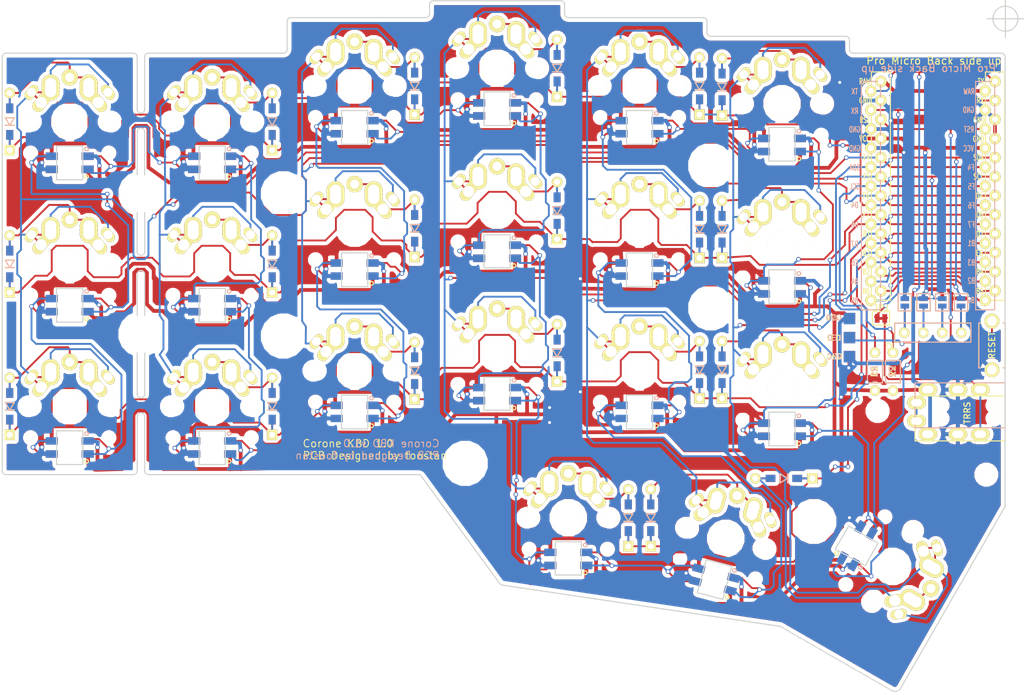
<source format=kicad_pcb>
(kicad_pcb (version 4) (host pcbnew 4.0.7)

  (general
    (links 545)
    (no_connects 2)
    (area 60.924999 60.924999 194.825001 153.259817)
    (thickness 1.6)
    (drawings 181)
    (tracks 2421)
    (zones 0)
    (modules 89)
    (nets 71)
  )

  (page A4)
  (title_block
    (title Crkbd)
    (date 2018/04/11)
    (rev 1.0)
    (company foostan)
  )

  (layers
    (0 F.Cu signal)
    (31 B.Cu signal)
    (32 B.Adhes user hide)
    (33 F.Adhes user hide)
    (34 B.Paste user hide)
    (35 F.Paste user hide)
    (36 B.SilkS user)
    (37 F.SilkS user)
    (38 B.Mask user)
    (39 F.Mask user)
    (40 Dwgs.User user hide)
    (41 Cmts.User user hide)
    (42 Eco1.User user hide)
    (43 Eco2.User user)
    (44 Edge.Cuts user)
    (45 Margin user hide)
    (46 B.CrtYd user hide)
    (47 F.CrtYd user hide)
    (48 B.Fab user hide)
    (49 F.Fab user hide)
  )

  (setup
    (last_trace_width 0.25)
    (user_trace_width 0.5)
    (trace_clearance 0.2)
    (zone_clearance 0.508)
    (zone_45_only no)
    (trace_min 0.2)
    (segment_width 2.1)
    (edge_width 0.15)
    (via_size 0.6)
    (via_drill 0.4)
    (via_min_size 0.4)
    (via_min_drill 0.3)
    (uvia_size 0.3)
    (uvia_drill 0.1)
    (uvias_allowed no)
    (uvia_min_size 0.2)
    (uvia_min_drill 0.1)
    (pcb_text_width 0.3)
    (pcb_text_size 1.5 1.5)
    (mod_edge_width 0.15)
    (mod_text_size 1 1)
    (mod_text_width 0.15)
    (pad_size 5 5)
    (pad_drill 5)
    (pad_to_mask_clearance 0.2)
    (aux_axis_origin 194.8 63.4)
    (visible_elements FFFFFF7F)
    (pcbplotparams
      (layerselection 0x010f0_80000001)
      (usegerberextensions false)
      (excludeedgelayer true)
      (linewidth 0.100000)
      (plotframeref false)
      (viasonmask false)
      (mode 1)
      (useauxorigin false)
      (hpglpennumber 1)
      (hpglpenspeed 20)
      (hpglpendiameter 15)
      (hpglpenoverlay 2)
      (psnegative false)
      (psa4output false)
      (plotreference true)
      (plotvalue true)
      (plotinvisibletext false)
      (padsonsilk true)
      (subtractmaskfromsilk false)
      (outputformat 1)
      (mirror false)
      (drillshape 0)
      (scaleselection 1)
      (outputdirectory /Users/adachi-kousuke/src/github.com/foostan/hdox/garber/))
  )

  (net 0 "")
  (net 1 row0)
  (net 2 "Net-(D1-Pad2)")
  (net 3 row1)
  (net 4 "Net-(D2-Pad2)")
  (net 5 row2)
  (net 6 "Net-(D3-Pad2)")
  (net 7 row3)
  (net 8 "Net-(D4-Pad2)")
  (net 9 "Net-(D5-Pad2)")
  (net 10 "Net-(D6-Pad2)")
  (net 11 "Net-(D7-Pad2)")
  (net 12 "Net-(D8-Pad2)")
  (net 13 "Net-(D9-Pad2)")
  (net 14 "Net-(D10-Pad2)")
  (net 15 "Net-(D11-Pad2)")
  (net 16 "Net-(D12-Pad2)")
  (net 17 "Net-(D13-Pad2)")
  (net 18 "Net-(D14-Pad2)")
  (net 19 "Net-(D15-Pad2)")
  (net 20 "Net-(D16-Pad2)")
  (net 21 "Net-(D17-Pad2)")
  (net 22 "Net-(D18-Pad2)")
  (net 23 "Net-(D19-Pad2)")
  (net 24 "Net-(D20-Pad2)")
  (net 25 "Net-(D21-Pad2)")
  (net 26 GND)
  (net 27 VCC)
  (net 28 col0)
  (net 29 col1)
  (net 30 col2)
  (net 31 col3)
  (net 32 col4)
  (net 33 col5)
  (net 34 LED)
  (net 35 data)
  (net 36 "Net-(L1-Pad3)")
  (net 37 "Net-(L1-Pad1)")
  (net 38 "Net-(L3-Pad3)")
  (net 39 "Net-(L10-Pad1)")
  (net 40 "Net-(L11-Pad1)")
  (net 41 "Net-(L13-Pad1)")
  (net 42 "Net-(L14-Pad3)")
  (net 43 "Net-(L10-Pad3)")
  (net 44 "Net-(L12-Pad1)")
  (net 45 "Net-(L13-Pad3)")
  (net 46 "Net-(L15-Pad3)")
  (net 47 "Net-(L16-Pad3)")
  (net 48 reset)
  (net 49 SCL)
  (net 50 SDA)
  (net 51 "Net-(L5-Pad3)")
  (net 52 "Net-(U1-Pad14)")
  (net 53 "Net-(U1-Pad13)")
  (net 54 "Net-(U1-Pad12)")
  (net 55 "Net-(U1-Pad11)")
  (net 56 "Net-(J2-Pad1)")
  (net 57 "Net-(J2-Pad2)")
  (net 58 "Net-(J2-Pad3)")
  (net 59 "Net-(J2-Pad4)")
  (net 60 "Net-(L2-Pad3)")
  (net 61 "Net-(L3-Pad1)")
  (net 62 "Net-(L11-Pad3)")
  (net 63 "Net-(L14-Pad1)")
  (net 64 "Net-(L12-Pad3)")
  (net 65 "Net-(L17-Pad1)")
  (net 66 "Net-(L18-Pad3)")
  (net 67 "Net-(L19-Pad3)")
  (net 68 "Net-(J1-PadA)")
  (net 69 "Net-(J1-PadB)")
  (net 70 "Net-(U1-Pad24)")

  (net_class Default "これは標準のネット クラスです。"
    (clearance 0.2)
    (trace_width 0.25)
    (via_dia 0.6)
    (via_drill 0.4)
    (uvia_dia 0.3)
    (uvia_drill 0.1)
    (add_net GND)
    (add_net LED)
    (add_net "Net-(D1-Pad2)")
    (add_net "Net-(D10-Pad2)")
    (add_net "Net-(D11-Pad2)")
    (add_net "Net-(D12-Pad2)")
    (add_net "Net-(D13-Pad2)")
    (add_net "Net-(D14-Pad2)")
    (add_net "Net-(D15-Pad2)")
    (add_net "Net-(D16-Pad2)")
    (add_net "Net-(D17-Pad2)")
    (add_net "Net-(D18-Pad2)")
    (add_net "Net-(D19-Pad2)")
    (add_net "Net-(D2-Pad2)")
    (add_net "Net-(D20-Pad2)")
    (add_net "Net-(D21-Pad2)")
    (add_net "Net-(D3-Pad2)")
    (add_net "Net-(D4-Pad2)")
    (add_net "Net-(D5-Pad2)")
    (add_net "Net-(D6-Pad2)")
    (add_net "Net-(D7-Pad2)")
    (add_net "Net-(D8-Pad2)")
    (add_net "Net-(D9-Pad2)")
    (add_net "Net-(J1-PadA)")
    (add_net "Net-(J1-PadB)")
    (add_net "Net-(J2-Pad1)")
    (add_net "Net-(J2-Pad2)")
    (add_net "Net-(J2-Pad3)")
    (add_net "Net-(J2-Pad4)")
    (add_net "Net-(L1-Pad1)")
    (add_net "Net-(L1-Pad3)")
    (add_net "Net-(L10-Pad1)")
    (add_net "Net-(L10-Pad3)")
    (add_net "Net-(L11-Pad1)")
    (add_net "Net-(L11-Pad3)")
    (add_net "Net-(L12-Pad1)")
    (add_net "Net-(L12-Pad3)")
    (add_net "Net-(L13-Pad1)")
    (add_net "Net-(L13-Pad3)")
    (add_net "Net-(L14-Pad1)")
    (add_net "Net-(L14-Pad3)")
    (add_net "Net-(L15-Pad3)")
    (add_net "Net-(L16-Pad3)")
    (add_net "Net-(L17-Pad1)")
    (add_net "Net-(L18-Pad3)")
    (add_net "Net-(L19-Pad3)")
    (add_net "Net-(L2-Pad3)")
    (add_net "Net-(L3-Pad1)")
    (add_net "Net-(L3-Pad3)")
    (add_net "Net-(L5-Pad3)")
    (add_net "Net-(U1-Pad11)")
    (add_net "Net-(U1-Pad12)")
    (add_net "Net-(U1-Pad13)")
    (add_net "Net-(U1-Pad14)")
    (add_net "Net-(U1-Pad24)")
    (add_net SCL)
    (add_net SDA)
    (add_net VCC)
    (add_net col0)
    (add_net col1)
    (add_net col2)
    (add_net col3)
    (add_net col4)
    (add_net col5)
    (add_net data)
    (add_net reset)
    (add_net row0)
    (add_net row1)
    (add_net row2)
    (add_net row3)
  )

  (module Mounting_Holes:MountingHole_2.2mm_M2 (layer F.Cu) (tedit 5AAA5774) (tstamp 5AAA7D75)
    (at 155.5 102)
    (descr "Mounting Hole 2.2mm, no annular, M2")
    (tags "mounting hole 2.2mm no annular m2")
    (attr virtual)
    (fp_text reference "" (at 0 -3.2) (layer F.SilkS)
      (effects (font (size 1 1) (thickness 0.15)))
    )
    (fp_text value "" (at 0 3.2) (layer F.Fab)
      (effects (font (size 1 1) (thickness 0.15)))
    )
    (fp_text user %R (at 0.3 0) (layer F.Fab)
      (effects (font (size 1 1) (thickness 0.15)))
    )
    (fp_circle (center 0 0) (end 2.2 0) (layer Cmts.User) (width 0.15))
    (fp_circle (center 0 0) (end 2.45 0) (layer F.CrtYd) (width 0.05))
    (pad "" np_thru_hole circle (at 0 0) (size 5 5) (drill 5) (layers *.Cu *.Mask))
  )

  (module Mounting_Holes:MountingHole_2.2mm_M2 (layer F.Cu) (tedit 5AAA5774) (tstamp 5AAA7D53)
    (at 169.25 130.5)
    (descr "Mounting Hole 2.2mm, no annular, M2")
    (tags "mounting hole 2.2mm no annular m2")
    (attr virtual)
    (fp_text reference "" (at 0 -3.2) (layer F.SilkS)
      (effects (font (size 1 1) (thickness 0.15)))
    )
    (fp_text value "" (at 0 3.2) (layer F.Fab)
      (effects (font (size 1 1) (thickness 0.15)))
    )
    (fp_text user %R (at 0.3 0) (layer F.Fab)
      (effects (font (size 1 1) (thickness 0.15)))
    )
    (fp_circle (center 0 0) (end 2.2 0) (layer Cmts.User) (width 0.15))
    (fp_circle (center 0 0) (end 2.45 0) (layer F.CrtYd) (width 0.05))
    (pad "" np_thru_hole circle (at 0 0) (size 5 5) (drill 5) (layers *.Cu *.Mask))
  )

  (module Mounting_Holes:MountingHole_2.2mm_M2 (layer F.Cu) (tedit 5AAA5774) (tstamp 5AAA7C4A)
    (at 122.75 122.75)
    (descr "Mounting Hole 2.2mm, no annular, M2")
    (tags "mounting hole 2.2mm no annular m2")
    (attr virtual)
    (fp_text reference "" (at 0 -3.2) (layer F.SilkS)
      (effects (font (size 1 1) (thickness 0.15)))
    )
    (fp_text value "" (at 0 3.2) (layer F.Fab)
      (effects (font (size 1 1) (thickness 0.15)))
    )
    (fp_text user %R (at 0.3 0) (layer F.Fab)
      (effects (font (size 1 1) (thickness 0.15)))
    )
    (fp_circle (center 0 0) (end 2.2 0) (layer Cmts.User) (width 0.15))
    (fp_circle (center 0 0) (end 2.45 0) (layer F.CrtYd) (width 0.05))
    (pad "" np_thru_hole circle (at 0 0) (size 5 5) (drill 5) (layers *.Cu *.Mask))
  )

  (module Mounting_Holes:MountingHole_2.2mm_M2 (layer F.Cu) (tedit 5AAA5774) (tstamp 5AAA7C39)
    (at 155.5 83)
    (descr "Mounting Hole 2.2mm, no annular, M2")
    (tags "mounting hole 2.2mm no annular m2")
    (attr virtual)
    (fp_text reference "" (at 0 -3.2) (layer F.SilkS)
      (effects (font (size 1 1) (thickness 0.15)))
    )
    (fp_text value "" (at 0 3.2) (layer F.Fab)
      (effects (font (size 1 1) (thickness 0.15)))
    )
    (fp_text user %R (at 0.3 0) (layer F.Fab)
      (effects (font (size 1 1) (thickness 0.15)))
    )
    (fp_circle (center 0 0) (end 2.2 0) (layer Cmts.User) (width 0.15))
    (fp_circle (center 0 0) (end 2.45 0) (layer F.CrtYd) (width 0.05))
    (pad "" np_thru_hole circle (at 0 0) (size 5 5) (drill 5) (layers *.Cu *.Mask))
  )

  (module Mounting_Holes:MountingHole_2.2mm_M2 (layer F.Cu) (tedit 5AAA5774) (tstamp 5AAA7C1C)
    (at 98.5 105.75)
    (descr "Mounting Hole 2.2mm, no annular, M2")
    (tags "mounting hole 2.2mm no annular m2")
    (attr virtual)
    (fp_text reference "" (at 0 -3.2) (layer F.SilkS)
      (effects (font (size 1 1) (thickness 0.15)))
    )
    (fp_text value "" (at 0 3.2) (layer F.Fab)
      (effects (font (size 1 1) (thickness 0.15)))
    )
    (fp_text user %R (at 0.3 0) (layer F.Fab)
      (effects (font (size 1 1) (thickness 0.15)))
    )
    (fp_circle (center 0 0) (end 2.2 0) (layer Cmts.User) (width 0.15))
    (fp_circle (center 0 0) (end 2.45 0) (layer F.CrtYd) (width 0.05))
    (pad "" np_thru_hole circle (at 0 0) (size 5 5) (drill 5) (layers *.Cu *.Mask))
  )

  (module Mounting_Holes:MountingHole_2.2mm_M2 (layer F.Cu) (tedit 5AAA5774) (tstamp 5AAA7C08)
    (at 98.5 86.75)
    (descr "Mounting Hole 2.2mm, no annular, M2")
    (tags "mounting hole 2.2mm no annular m2")
    (attr virtual)
    (fp_text reference "" (at 0 -3.2) (layer F.SilkS)
      (effects (font (size 1 1) (thickness 0.15)))
    )
    (fp_text value "" (at 0 3.2) (layer F.Fab)
      (effects (font (size 1 1) (thickness 0.15)))
    )
    (fp_text user %R (at 0.3 0) (layer F.Fab)
      (effects (font (size 1 1) (thickness 0.15)))
    )
    (fp_circle (center 0 0) (end 2.2 0) (layer Cmts.User) (width 0.15))
    (fp_circle (center 0 0) (end 2.45 0) (layer F.CrtYd) (width 0.05))
    (pad "" np_thru_hole circle (at 0 0) (size 5 5) (drill 5) (layers *.Cu *.Mask))
  )

  (module Mounting_Holes:MountingHole_2.2mm_M2 (layer F.Cu) (tedit 5AAA5774) (tstamp 5AAA5A9F)
    (at 79.5 105.5)
    (descr "Mounting Hole 2.2mm, no annular, M2")
    (tags "mounting hole 2.2mm no annular m2")
    (attr virtual)
    (fp_text reference "" (at 0 -3.2) (layer F.SilkS)
      (effects (font (size 1 1) (thickness 0.15)))
    )
    (fp_text value "" (at 0 3.2) (layer F.Fab)
      (effects (font (size 1 1) (thickness 0.15)))
    )
    (fp_text user %R (at 0.3 0) (layer F.Fab)
      (effects (font (size 1 1) (thickness 0.15)))
    )
    (fp_circle (center 0 0) (end 2.2 0) (layer Cmts.User) (width 0.15))
    (fp_circle (center 0 0) (end 2.45 0) (layer F.CrtYd) (width 0.05))
    (pad "" np_thru_hole circle (at 0 0) (size 5 5) (drill 5) (layers *.Cu *.Mask))
  )

  (module Mounting_Holes:MountingHole_2.2mm_M2 (layer F.Cu) (tedit 5AAA5774) (tstamp 5AAA5A7C)
    (at 79.5 86.75)
    (descr "Mounting Hole 2.2mm, no annular, M2")
    (tags "mounting hole 2.2mm no annular m2")
    (attr virtual)
    (fp_text reference "" (at 0 -3.2) (layer F.SilkS)
      (effects (font (size 1 1) (thickness 0.15)))
    )
    (fp_text value "" (at 0 3.2) (layer F.Fab)
      (effects (font (size 1 1) (thickness 0.15)))
    )
    (fp_text user %R (at 0.3 0) (layer F.Fab)
      (effects (font (size 1 1) (thickness 0.15)))
    )
    (fp_circle (center 0 0) (end 2.2 0) (layer Cmts.User) (width 0.15))
    (fp_circle (center 0 0) (end 2.45 0) (layer F.CrtYd) (width 0.05))
    (pad "" np_thru_hole circle (at 0 0) (size 5 5) (drill 5) (layers *.Cu *.Mask))
  )

  (module Mounting_Holes:MountingHole_2.2mm_M2 (layer F.Cu) (tedit 5AA94427) (tstamp 5AA9A391)
    (at 192.25 124.25)
    (descr "Mounting Hole 2.2mm, no annular, M2")
    (tags "mounting hole 2.2mm no annular m2")
    (attr virtual)
    (fp_text reference "" (at 0 -3.2) (layer F.SilkS)
      (effects (font (size 1 1) (thickness 0.15)))
    )
    (fp_text value "" (at 0 3.2) (layer F.Fab)
      (effects (font (size 1 1) (thickness 0.15)))
    )
    (fp_text user %R (at 0.3 0) (layer F.Fab)
      (effects (font (size 1 1) (thickness 0.15)))
    )
    (fp_circle (center 0 0) (end 2.2 0) (layer Cmts.User) (width 0.15))
    (fp_circle (center 0 0) (end 2.45 0) (layer F.CrtYd) (width 0.05))
    (pad 1 np_thru_hole circle (at 0 0) (size 2.2 2.2) (drill 2.2) (layers *.Cu *.Mask))
  )

  (module Mounting_Holes:MountingHole_2.2mm_M2 (layer F.Cu) (tedit 5AA94427) (tstamp 5AA9A371)
    (at 177.75 115.75)
    (descr "Mounting Hole 2.2mm, no annular, M2")
    (tags "mounting hole 2.2mm no annular m2")
    (attr virtual)
    (fp_text reference "" (at 0 -3.2) (layer F.SilkS)
      (effects (font (size 1 1) (thickness 0.15)))
    )
    (fp_text value "" (at 0 3.2) (layer F.Fab)
      (effects (font (size 1 1) (thickness 0.15)))
    )
    (fp_text user %R (at 0.3 0) (layer F.Fab)
      (effects (font (size 1 1) (thickness 0.15)))
    )
    (fp_circle (center 0 0) (end 2.2 0) (layer Cmts.User) (width 0.15))
    (fp_circle (center 0 0) (end 2.45 0) (layer F.CrtYd) (width 0.05))
    (pad 1 np_thru_hole circle (at 0 0) (size 2.2 2.2) (drill 2.2) (layers *.Cu *.Mask))
  )

  (module kbd:MX_ALPS_PG1350_noLed_1.75u (layer F.Cu) (tedit 5A9F2BC2) (tstamp 5A91C07C)
    (at 179.75 136.5 240)
    (path /5A5E37B0)
    (fp_text reference SW21 (at 4.6 6 240) (layer F.SilkS) hide
      (effects (font (size 1 1) (thickness 0.15)))
    )
    (fp_text value SW_PUSH (at 0.1 9.3 240) (layer F.Fab) hide
      (effects (font (size 1 1) (thickness 0.15)))
    )
    (fp_line (start -14.25 -9) (end 14.25 -9) (layer Eco2.User) (width 0.15))
    (fp_line (start 14.25 -9) (end 14.25 9) (layer Eco2.User) (width 0.15))
    (fp_line (start 14.25 9) (end -14.25 9) (layer Eco2.User) (width 0.15))
    (fp_line (start -14.25 9) (end -14.25 -9) (layer Eco2.User) (width 0.15))
    (fp_line (start -7 -7) (end 7 -7) (layer Eco2.User) (width 0.15))
    (fp_line (start 7 -7) (end 7 7) (layer Eco2.User) (width 0.15))
    (fp_line (start 7 7) (end -7 7) (layer Eco2.User) (width 0.15))
    (fp_line (start -7 7) (end -7 -7) (layer Eco2.User) (width 0.15))
    (pad 1 thru_hole oval (at 5.1 -3.9 190) (size 2.2 1.25) (drill 1.2) (layers *.Cu *.Mask F.SilkS)
      (net 33 col5))
    (pad "" np_thru_hole circle (at 0 0 330) (size 4 4) (drill 4) (layers *.Cu *.Mask F.SilkS))
    (pad "" np_thru_hole circle (at -5.5 0 330) (size 1.9 1.9) (drill 1.9) (layers *.Cu *.Mask F.SilkS))
    (pad "" np_thru_hole circle (at 5.5 0 330) (size 1.9 1.9) (drill 1.9) (layers *.Cu *.Mask F.SilkS))
    (pad 1 thru_hole oval (at -5.1 -3.9 290) (size 2.2 1.25) (drill 1.2) (layers *.Cu *.Mask F.SilkS)
      (net 33 col5))
    (pad 2 thru_hole circle (at 0 -5.9 330) (size 2.2 2.2) (drill 1.2) (layers *.Cu *.Mask F.SilkS)
      (net 25 "Net-(D21-Pad2)"))
    (pad 2 thru_hole circle (at 2.54 -5.08 240) (size 2.4 2.4) (drill 1.5) (layers *.Cu *.Mask F.SilkS)
      (net 25 "Net-(D21-Pad2)"))
    (pad 1 thru_hole oval (at -3.81 -2.54 290) (size 2.8 1.55) (drill 1.5) (layers *.Cu *.Mask F.SilkS)
      (net 33 col5))
    (pad 1 thru_hole circle (at -2.54 -5.08 240) (size 2.4 2.4) (drill 1.5) (layers *.Cu *.Mask F.SilkS)
      (net 33 col5))
    (pad 2 thru_hole oval (at 3.81 -2.54 190) (size 2.8 1.55) (drill 1.5) (layers *.Cu *.Mask F.SilkS)
      (net 25 "Net-(D21-Pad2)"))
    (pad 2 thru_hole circle (at 2.54 -4.5 240) (size 2.4 2.4) (drill 1.5) (layers *.Cu *.Mask F.SilkS)
      (net 25 "Net-(D21-Pad2)"))
    (pad 2 thru_hole circle (at 2.54 -4 240) (size 2.4 2.4) (drill 1.5) (layers *.Cu *.Mask F.SilkS)
      (net 25 "Net-(D21-Pad2)"))
    (pad 1 thru_hole circle (at -2.54 -4 240) (size 2.4 2.4) (drill 1.5) (layers *.Cu *.Mask F.SilkS)
      (net 33 col5))
    (pad 1 thru_hole circle (at -2.54 -4.5 240) (size 2.4 2.4) (drill 1.5) (layers *.Cu *.Mask F.SilkS)
      (net 33 col5))
    (pad "" np_thru_hole circle (at 5.08 0 240) (size 1.7 1.7) (drill 1.7) (layers *.Cu *.Mask F.SilkS))
    (pad "" np_thru_hole circle (at -5.08 0 240) (size 1.7 1.7) (drill 1.7) (layers *.Cu *.Mask F.SilkS))
    (pad "" np_thru_hole circle (at 5.22 4.2 240) (size 1 1) (drill 1) (layers *.Cu *.Mask F.SilkS))
    (pad "" np_thru_hole circle (at -5.22 4.2 240) (size 1 1) (drill 1) (layers *.Cu *.Mask F.SilkS))
  )

  (module kbd:D3_TH_SMD (layer F.Cu) (tedit 59FC3E48) (tstamp 5A91A814)
    (at 62 77.125 90)
    (descr "Resitance 3 pas")
    (tags R)
    (path /5A5E2B5B)
    (autoplace_cost180 10)
    (fp_text reference D1 (at 0 1.75 90) (layer F.SilkS) hide
      (effects (font (size 1 1) (thickness 0.15)))
    )
    (fp_text value D (at 0 -1.6 90) (layer F.SilkS) hide
      (effects (font (size 0.5 0.5) (thickness 0.125)))
    )
    (fp_line (start -0.5 0) (end 0.5 -0.6) (layer B.SilkS) (width 0.15))
    (fp_line (start 0.5 -0.6) (end 0.5 0.6) (layer B.SilkS) (width 0.15))
    (fp_line (start 0.5 0.6) (end -0.5 0) (layer B.SilkS) (width 0.15))
    (fp_line (start -0.5 -0.6) (end -0.5 0.6) (layer B.SilkS) (width 0.15))
    (fp_line (start -0.5 0) (end 0.5 -0.6) (layer F.SilkS) (width 0.15))
    (fp_line (start 0.5 -0.6) (end 0.5 0.6) (layer F.SilkS) (width 0.15))
    (fp_line (start 0.5 0.6) (end -0.5 0) (layer F.SilkS) (width 0.15))
    (fp_line (start -0.5 -0.6) (end -0.5 0.6) (layer F.SilkS) (width 0.15))
    (pad 1 smd rect (at -1.775 0 90) (size 1.3 0.95) (layers F.Cu F.Paste F.Mask)
      (net 1 row0))
    (pad 2 smd rect (at 1.775 0 90) (size 1.3 0.95) (layers B.Cu B.Paste B.Mask)
      (net 2 "Net-(D1-Pad2)"))
    (pad 1 smd rect (at -1.775 0 90) (size 1.3 0.95) (layers B.Cu B.Paste B.Mask)
      (net 1 row0))
    (pad 1 thru_hole rect (at -3.81 0 90) (size 1.397 1.397) (drill 0.8128) (layers *.Cu *.Mask F.SilkS)
      (net 1 row0))
    (pad 2 thru_hole circle (at 3.81 0 90) (size 1.397 1.397) (drill 0.8128) (layers *.Cu *.Mask F.SilkS)
      (net 2 "Net-(D1-Pad2)"))
    (pad 2 smd rect (at 1.775 0 90) (size 1.3 0.95) (layers F.Cu F.Paste F.Mask)
      (net 2 "Net-(D1-Pad2)"))
    (model Diodes_SMD.3dshapes/SMB_Handsoldering.wrl
      (at (xyz 0 0 0))
      (scale (xyz 0.22 0.15 0.15))
      (rotate (xyz 0 0 180))
    )
  )

  (module kbd:D3_TH_SMD (layer F.Cu) (tedit 59FC3E48) (tstamp 5A91A826)
    (at 97 77.125 90)
    (descr "Resitance 3 pas")
    (tags R)
    (path /5A5E26C6)
    (autoplace_cost180 10)
    (fp_text reference D2 (at 0 1.75 90) (layer F.SilkS) hide
      (effects (font (size 1 1) (thickness 0.15)))
    )
    (fp_text value D (at 0 -1.6 90) (layer F.SilkS) hide
      (effects (font (size 0.5 0.5) (thickness 0.125)))
    )
    (fp_line (start -0.5 0) (end 0.5 -0.6) (layer B.SilkS) (width 0.15))
    (fp_line (start 0.5 -0.6) (end 0.5 0.6) (layer B.SilkS) (width 0.15))
    (fp_line (start 0.5 0.6) (end -0.5 0) (layer B.SilkS) (width 0.15))
    (fp_line (start -0.5 -0.6) (end -0.5 0.6) (layer B.SilkS) (width 0.15))
    (fp_line (start -0.5 0) (end 0.5 -0.6) (layer F.SilkS) (width 0.15))
    (fp_line (start 0.5 -0.6) (end 0.5 0.6) (layer F.SilkS) (width 0.15))
    (fp_line (start 0.5 0.6) (end -0.5 0) (layer F.SilkS) (width 0.15))
    (fp_line (start -0.5 -0.6) (end -0.5 0.6) (layer F.SilkS) (width 0.15))
    (pad 1 smd rect (at -1.775 0 90) (size 1.3 0.95) (layers F.Cu F.Paste F.Mask)
      (net 1 row0))
    (pad 2 smd rect (at 1.775 0 90) (size 1.3 0.95) (layers B.Cu B.Paste B.Mask)
      (net 4 "Net-(D2-Pad2)"))
    (pad 1 smd rect (at -1.775 0 90) (size 1.3 0.95) (layers B.Cu B.Paste B.Mask)
      (net 1 row0))
    (pad 1 thru_hole rect (at -3.81 0 90) (size 1.397 1.397) (drill 0.8128) (layers *.Cu *.Mask F.SilkS)
      (net 1 row0))
    (pad 2 thru_hole circle (at 3.81 0 90) (size 1.397 1.397) (drill 0.8128) (layers *.Cu *.Mask F.SilkS)
      (net 4 "Net-(D2-Pad2)"))
    (pad 2 smd rect (at 1.775 0 90) (size 1.3 0.95) (layers F.Cu F.Paste F.Mask)
      (net 4 "Net-(D2-Pad2)"))
    (model Diodes_SMD.3dshapes/SMB_Handsoldering.wrl
      (at (xyz 0 0 0))
      (scale (xyz 0.22 0.15 0.15))
      (rotate (xyz 0 0 180))
    )
  )

  (module kbd:D3_TH_SMD (layer F.Cu) (tedit 59FC3E48) (tstamp 5A91A838)
    (at 116 72.375 90)
    (descr "Resitance 3 pas")
    (tags R)
    (path /5A5E281F)
    (autoplace_cost180 10)
    (fp_text reference D3 (at 0 1.75 90) (layer F.SilkS) hide
      (effects (font (size 1 1) (thickness 0.15)))
    )
    (fp_text value D (at 0 -1.6 90) (layer F.SilkS) hide
      (effects (font (size 0.5 0.5) (thickness 0.125)))
    )
    (fp_line (start -0.5 0) (end 0.5 -0.6) (layer B.SilkS) (width 0.15))
    (fp_line (start 0.5 -0.6) (end 0.5 0.6) (layer B.SilkS) (width 0.15))
    (fp_line (start 0.5 0.6) (end -0.5 0) (layer B.SilkS) (width 0.15))
    (fp_line (start -0.5 -0.6) (end -0.5 0.6) (layer B.SilkS) (width 0.15))
    (fp_line (start -0.5 0) (end 0.5 -0.6) (layer F.SilkS) (width 0.15))
    (fp_line (start 0.5 -0.6) (end 0.5 0.6) (layer F.SilkS) (width 0.15))
    (fp_line (start 0.5 0.6) (end -0.5 0) (layer F.SilkS) (width 0.15))
    (fp_line (start -0.5 -0.6) (end -0.5 0.6) (layer F.SilkS) (width 0.15))
    (pad 1 smd rect (at -1.775 0 90) (size 1.3 0.95) (layers F.Cu F.Paste F.Mask)
      (net 1 row0))
    (pad 2 smd rect (at 1.775 0 90) (size 1.3 0.95) (layers B.Cu B.Paste B.Mask)
      (net 6 "Net-(D3-Pad2)"))
    (pad 1 smd rect (at -1.775 0 90) (size 1.3 0.95) (layers B.Cu B.Paste B.Mask)
      (net 1 row0))
    (pad 1 thru_hole rect (at -3.81 0 90) (size 1.397 1.397) (drill 0.8128) (layers *.Cu *.Mask F.SilkS)
      (net 1 row0))
    (pad 2 thru_hole circle (at 3.81 0 90) (size 1.397 1.397) (drill 0.8128) (layers *.Cu *.Mask F.SilkS)
      (net 6 "Net-(D3-Pad2)"))
    (pad 2 smd rect (at 1.775 0 90) (size 1.3 0.95) (layers F.Cu F.Paste F.Mask)
      (net 6 "Net-(D3-Pad2)"))
    (model Diodes_SMD.3dshapes/SMB_Handsoldering.wrl
      (at (xyz 0 0 0))
      (scale (xyz 0.22 0.15 0.15))
      (rotate (xyz 0 0 180))
    )
  )

  (module kbd:D3_TH_SMD (layer F.Cu) (tedit 59FC3E48) (tstamp 5A91A84A)
    (at 135 70 90)
    (descr "Resitance 3 pas")
    (tags R)
    (path /5A5E29BF)
    (autoplace_cost180 10)
    (fp_text reference D4 (at 0 1.75 90) (layer F.SilkS) hide
      (effects (font (size 1 1) (thickness 0.15)))
    )
    (fp_text value D (at 0 -1.6 90) (layer F.SilkS) hide
      (effects (font (size 0.5 0.5) (thickness 0.125)))
    )
    (fp_line (start -0.5 0) (end 0.5 -0.6) (layer B.SilkS) (width 0.15))
    (fp_line (start 0.5 -0.6) (end 0.5 0.6) (layer B.SilkS) (width 0.15))
    (fp_line (start 0.5 0.6) (end -0.5 0) (layer B.SilkS) (width 0.15))
    (fp_line (start -0.5 -0.6) (end -0.5 0.6) (layer B.SilkS) (width 0.15))
    (fp_line (start -0.5 0) (end 0.5 -0.6) (layer F.SilkS) (width 0.15))
    (fp_line (start 0.5 -0.6) (end 0.5 0.6) (layer F.SilkS) (width 0.15))
    (fp_line (start 0.5 0.6) (end -0.5 0) (layer F.SilkS) (width 0.15))
    (fp_line (start -0.5 -0.6) (end -0.5 0.6) (layer F.SilkS) (width 0.15))
    (pad 1 smd rect (at -1.775 0 90) (size 1.3 0.95) (layers F.Cu F.Paste F.Mask)
      (net 1 row0))
    (pad 2 smd rect (at 1.775 0 90) (size 1.3 0.95) (layers B.Cu B.Paste B.Mask)
      (net 8 "Net-(D4-Pad2)"))
    (pad 1 smd rect (at -1.775 0 90) (size 1.3 0.95) (layers B.Cu B.Paste B.Mask)
      (net 1 row0))
    (pad 1 thru_hole rect (at -3.81 0 90) (size 1.397 1.397) (drill 0.8128) (layers *.Cu *.Mask F.SilkS)
      (net 1 row0))
    (pad 2 thru_hole circle (at 3.81 0 90) (size 1.397 1.397) (drill 0.8128) (layers *.Cu *.Mask F.SilkS)
      (net 8 "Net-(D4-Pad2)"))
    (pad 2 smd rect (at 1.775 0 90) (size 1.3 0.95) (layers F.Cu F.Paste F.Mask)
      (net 8 "Net-(D4-Pad2)"))
    (model Diodes_SMD.3dshapes/SMB_Handsoldering.wrl
      (at (xyz 0 0 0))
      (scale (xyz 0.22 0.15 0.15))
      (rotate (xyz 0 0 180))
    )
  )

  (module kbd:D3_TH_SMD (layer F.Cu) (tedit 59FC3E48) (tstamp 5A91A85C)
    (at 154 72.375 90)
    (descr "Resitance 3 pas")
    (tags R)
    (path /5A5E29F2)
    (autoplace_cost180 10)
    (fp_text reference D5 (at 0 1.75 90) (layer F.SilkS) hide
      (effects (font (size 1 1) (thickness 0.15)))
    )
    (fp_text value D (at 0 -1.6 90) (layer F.SilkS) hide
      (effects (font (size 0.5 0.5) (thickness 0.125)))
    )
    (fp_line (start -0.5 0) (end 0.5 -0.6) (layer B.SilkS) (width 0.15))
    (fp_line (start 0.5 -0.6) (end 0.5 0.6) (layer B.SilkS) (width 0.15))
    (fp_line (start 0.5 0.6) (end -0.5 0) (layer B.SilkS) (width 0.15))
    (fp_line (start -0.5 -0.6) (end -0.5 0.6) (layer B.SilkS) (width 0.15))
    (fp_line (start -0.5 0) (end 0.5 -0.6) (layer F.SilkS) (width 0.15))
    (fp_line (start 0.5 -0.6) (end 0.5 0.6) (layer F.SilkS) (width 0.15))
    (fp_line (start 0.5 0.6) (end -0.5 0) (layer F.SilkS) (width 0.15))
    (fp_line (start -0.5 -0.6) (end -0.5 0.6) (layer F.SilkS) (width 0.15))
    (pad 1 smd rect (at -1.775 0 90) (size 1.3 0.95) (layers F.Cu F.Paste F.Mask)
      (net 1 row0))
    (pad 2 smd rect (at 1.775 0 90) (size 1.3 0.95) (layers B.Cu B.Paste B.Mask)
      (net 9 "Net-(D5-Pad2)"))
    (pad 1 smd rect (at -1.775 0 90) (size 1.3 0.95) (layers B.Cu B.Paste B.Mask)
      (net 1 row0))
    (pad 1 thru_hole rect (at -3.81 0 90) (size 1.397 1.397) (drill 0.8128) (layers *.Cu *.Mask F.SilkS)
      (net 1 row0))
    (pad 2 thru_hole circle (at 3.81 0 90) (size 1.397 1.397) (drill 0.8128) (layers *.Cu *.Mask F.SilkS)
      (net 9 "Net-(D5-Pad2)"))
    (pad 2 smd rect (at 1.775 0 90) (size 1.3 0.95) (layers F.Cu F.Paste F.Mask)
      (net 9 "Net-(D5-Pad2)"))
    (model Diodes_SMD.3dshapes/SMB_Handsoldering.wrl
      (at (xyz 0 0 0))
      (scale (xyz 0.22 0.15 0.15))
      (rotate (xyz 0 0 180))
    )
  )

  (module kbd:D3_TH_SMD (layer F.Cu) (tedit 59FC3E48) (tstamp 5A91A86E)
    (at 157 72.5 90)
    (descr "Resitance 3 pas")
    (tags R)
    (path /5A5E2A33)
    (autoplace_cost180 10)
    (fp_text reference D6 (at 0 1.75 90) (layer F.SilkS) hide
      (effects (font (size 1 1) (thickness 0.15)))
    )
    (fp_text value D (at 0 -1.6 90) (layer F.SilkS) hide
      (effects (font (size 0.5 0.5) (thickness 0.125)))
    )
    (fp_line (start -0.5 0) (end 0.5 -0.6) (layer B.SilkS) (width 0.15))
    (fp_line (start 0.5 -0.6) (end 0.5 0.6) (layer B.SilkS) (width 0.15))
    (fp_line (start 0.5 0.6) (end -0.5 0) (layer B.SilkS) (width 0.15))
    (fp_line (start -0.5 -0.6) (end -0.5 0.6) (layer B.SilkS) (width 0.15))
    (fp_line (start -0.5 0) (end 0.5 -0.6) (layer F.SilkS) (width 0.15))
    (fp_line (start 0.5 -0.6) (end 0.5 0.6) (layer F.SilkS) (width 0.15))
    (fp_line (start 0.5 0.6) (end -0.5 0) (layer F.SilkS) (width 0.15))
    (fp_line (start -0.5 -0.6) (end -0.5 0.6) (layer F.SilkS) (width 0.15))
    (pad 1 smd rect (at -1.775 0 90) (size 1.3 0.95) (layers F.Cu F.Paste F.Mask)
      (net 1 row0))
    (pad 2 smd rect (at 1.775 0 90) (size 1.3 0.95) (layers B.Cu B.Paste B.Mask)
      (net 10 "Net-(D6-Pad2)"))
    (pad 1 smd rect (at -1.775 0 90) (size 1.3 0.95) (layers B.Cu B.Paste B.Mask)
      (net 1 row0))
    (pad 1 thru_hole rect (at -3.81 0 90) (size 1.397 1.397) (drill 0.8128) (layers *.Cu *.Mask F.SilkS)
      (net 1 row0))
    (pad 2 thru_hole circle (at 3.81 0 90) (size 1.397 1.397) (drill 0.8128) (layers *.Cu *.Mask F.SilkS)
      (net 10 "Net-(D6-Pad2)"))
    (pad 2 smd rect (at 1.775 0 90) (size 1.3 0.95) (layers F.Cu F.Paste F.Mask)
      (net 10 "Net-(D6-Pad2)"))
    (model Diodes_SMD.3dshapes/SMB_Handsoldering.wrl
      (at (xyz 0 0 0))
      (scale (xyz 0.22 0.15 0.15))
      (rotate (xyz 0 0 180))
    )
  )

  (module kbd:D3_TH_SMD (layer F.Cu) (tedit 59FC3E48) (tstamp 5A91A880)
    (at 62 96.125 90)
    (descr "Resitance 3 pas")
    (tags R)
    (path /5A5E2D74)
    (autoplace_cost180 10)
    (attr smd)
    (fp_text reference D7 (at 0 1.75 90) (layer F.SilkS) hide
      (effects (font (size 1 1) (thickness 0.15)))
    )
    (fp_text value D (at 0 -1.6 90) (layer F.SilkS) hide
      (effects (font (size 0.5 0.5) (thickness 0.125)))
    )
    (fp_line (start -0.5 0) (end 0.5 -0.6) (layer B.SilkS) (width 0.15))
    (fp_line (start 0.5 -0.6) (end 0.5 0.6) (layer B.SilkS) (width 0.15))
    (fp_line (start 0.5 0.6) (end -0.5 0) (layer B.SilkS) (width 0.15))
    (fp_line (start -0.5 -0.6) (end -0.5 0.6) (layer B.SilkS) (width 0.15))
    (fp_line (start -0.5 0) (end 0.5 -0.6) (layer F.SilkS) (width 0.15))
    (fp_line (start 0.5 -0.6) (end 0.5 0.6) (layer F.SilkS) (width 0.15))
    (fp_line (start 0.5 0.6) (end -0.5 0) (layer F.SilkS) (width 0.15))
    (fp_line (start -0.5 -0.6) (end -0.5 0.6) (layer F.SilkS) (width 0.15))
    (pad 1 smd rect (at -1.775 0 90) (size 1.3 0.95) (layers F.Cu F.Paste F.Mask)
      (net 3 row1))
    (pad 2 smd rect (at 1.775 0 90) (size 1.3 0.95) (layers B.Cu B.Paste B.Mask)
      (net 11 "Net-(D7-Pad2)"))
    (pad 1 smd rect (at -1.775 0 90) (size 1.3 0.95) (layers B.Cu B.Paste B.Mask)
      (net 3 row1))
    (pad 1 thru_hole rect (at -3.81 0 90) (size 1.397 1.397) (drill 0.8128) (layers *.Cu *.Mask F.SilkS)
      (net 3 row1))
    (pad 2 thru_hole circle (at 3.81 0 90) (size 1.397 1.397) (drill 0.8128) (layers *.Cu *.Mask F.SilkS)
      (net 11 "Net-(D7-Pad2)"))
    (pad 2 smd rect (at 1.775 0 90) (size 1.3 0.95) (layers F.Cu F.Paste F.Mask)
      (net 11 "Net-(D7-Pad2)"))
    (model Diodes_SMD.3dshapes/SMB_Handsoldering.wrl
      (at (xyz 0 0 0))
      (scale (xyz 0.22 0.15 0.15))
      (rotate (xyz 0 0 180))
    )
  )

  (module kbd:D3_TH_SMD (layer F.Cu) (tedit 59FC3E48) (tstamp 5A91A892)
    (at 97 96.125 90)
    (descr "Resitance 3 pas")
    (tags R)
    (path /5A5E2D2C)
    (autoplace_cost180 10)
    (fp_text reference D8 (at 0 1.75 90) (layer F.SilkS) hide
      (effects (font (size 1 1) (thickness 0.15)))
    )
    (fp_text value D (at 0 -1.6 90) (layer F.SilkS) hide
      (effects (font (size 0.5 0.5) (thickness 0.125)))
    )
    (fp_line (start -0.5 0) (end 0.5 -0.6) (layer B.SilkS) (width 0.15))
    (fp_line (start 0.5 -0.6) (end 0.5 0.6) (layer B.SilkS) (width 0.15))
    (fp_line (start 0.5 0.6) (end -0.5 0) (layer B.SilkS) (width 0.15))
    (fp_line (start -0.5 -0.6) (end -0.5 0.6) (layer B.SilkS) (width 0.15))
    (fp_line (start -0.5 0) (end 0.5 -0.6) (layer F.SilkS) (width 0.15))
    (fp_line (start 0.5 -0.6) (end 0.5 0.6) (layer F.SilkS) (width 0.15))
    (fp_line (start 0.5 0.6) (end -0.5 0) (layer F.SilkS) (width 0.15))
    (fp_line (start -0.5 -0.6) (end -0.5 0.6) (layer F.SilkS) (width 0.15))
    (pad 1 smd rect (at -1.775 0 90) (size 1.3 0.95) (layers F.Cu F.Paste F.Mask)
      (net 3 row1))
    (pad 2 smd rect (at 1.775 0 90) (size 1.3 0.95) (layers B.Cu B.Paste B.Mask)
      (net 12 "Net-(D8-Pad2)"))
    (pad 1 smd rect (at -1.775 0 90) (size 1.3 0.95) (layers B.Cu B.Paste B.Mask)
      (net 3 row1))
    (pad 1 thru_hole rect (at -3.81 0 90) (size 1.397 1.397) (drill 0.8128) (layers *.Cu *.Mask F.SilkS)
      (net 3 row1))
    (pad 2 thru_hole circle (at 3.81 0 90) (size 1.397 1.397) (drill 0.8128) (layers *.Cu *.Mask F.SilkS)
      (net 12 "Net-(D8-Pad2)"))
    (pad 2 smd rect (at 1.775 0 90) (size 1.3 0.95) (layers F.Cu F.Paste F.Mask)
      (net 12 "Net-(D8-Pad2)"))
    (model Diodes_SMD.3dshapes/SMB_Handsoldering.wrl
      (at (xyz 0 0 0))
      (scale (xyz 0.22 0.15 0.15))
      (rotate (xyz 0 0 180))
    )
  )

  (module kbd:D3_TH_SMD (layer F.Cu) (tedit 59FC3E48) (tstamp 5A91A8A4)
    (at 116 91.375 90)
    (descr "Resitance 3 pas")
    (tags R)
    (path /5A5E2D38)
    (autoplace_cost180 10)
    (fp_text reference D9 (at 0 1.75 90) (layer F.SilkS) hide
      (effects (font (size 1 1) (thickness 0.15)))
    )
    (fp_text value D (at 0 -1.6 90) (layer F.SilkS) hide
      (effects (font (size 0.5 0.5) (thickness 0.125)))
    )
    (fp_line (start -0.5 0) (end 0.5 -0.6) (layer B.SilkS) (width 0.15))
    (fp_line (start 0.5 -0.6) (end 0.5 0.6) (layer B.SilkS) (width 0.15))
    (fp_line (start 0.5 0.6) (end -0.5 0) (layer B.SilkS) (width 0.15))
    (fp_line (start -0.5 -0.6) (end -0.5 0.6) (layer B.SilkS) (width 0.15))
    (fp_line (start -0.5 0) (end 0.5 -0.6) (layer F.SilkS) (width 0.15))
    (fp_line (start 0.5 -0.6) (end 0.5 0.6) (layer F.SilkS) (width 0.15))
    (fp_line (start 0.5 0.6) (end -0.5 0) (layer F.SilkS) (width 0.15))
    (fp_line (start -0.5 -0.6) (end -0.5 0.6) (layer F.SilkS) (width 0.15))
    (pad 1 smd rect (at -1.775 0 90) (size 1.3 0.95) (layers F.Cu F.Paste F.Mask)
      (net 3 row1))
    (pad 2 smd rect (at 1.775 0 90) (size 1.3 0.95) (layers B.Cu B.Paste B.Mask)
      (net 13 "Net-(D9-Pad2)"))
    (pad 1 smd rect (at -1.775 0 90) (size 1.3 0.95) (layers B.Cu B.Paste B.Mask)
      (net 3 row1))
    (pad 1 thru_hole rect (at -3.81 0 90) (size 1.397 1.397) (drill 0.8128) (layers *.Cu *.Mask F.SilkS)
      (net 3 row1))
    (pad 2 thru_hole circle (at 3.81 0 90) (size 1.397 1.397) (drill 0.8128) (layers *.Cu *.Mask F.SilkS)
      (net 13 "Net-(D9-Pad2)"))
    (pad 2 smd rect (at 1.775 0 90) (size 1.3 0.95) (layers F.Cu F.Paste F.Mask)
      (net 13 "Net-(D9-Pad2)"))
    (model Diodes_SMD.3dshapes/SMB_Handsoldering.wrl
      (at (xyz 0 0 0))
      (scale (xyz 0.22 0.15 0.15))
      (rotate (xyz 0 0 180))
    )
  )

  (module kbd:D3_TH_SMD (layer F.Cu) (tedit 59FC3E48) (tstamp 5A91A8B6)
    (at 135 89 90)
    (descr "Resitance 3 pas")
    (tags R)
    (path /5A5E2D56)
    (autoplace_cost180 10)
    (fp_text reference D10 (at 0 1.75 90) (layer F.SilkS) hide
      (effects (font (size 1 1) (thickness 0.15)))
    )
    (fp_text value D (at 0 -1.6 90) (layer F.SilkS) hide
      (effects (font (size 0.5 0.5) (thickness 0.125)))
    )
    (fp_line (start -0.5 0) (end 0.5 -0.6) (layer B.SilkS) (width 0.15))
    (fp_line (start 0.5 -0.6) (end 0.5 0.6) (layer B.SilkS) (width 0.15))
    (fp_line (start 0.5 0.6) (end -0.5 0) (layer B.SilkS) (width 0.15))
    (fp_line (start -0.5 -0.6) (end -0.5 0.6) (layer B.SilkS) (width 0.15))
    (fp_line (start -0.5 0) (end 0.5 -0.6) (layer F.SilkS) (width 0.15))
    (fp_line (start 0.5 -0.6) (end 0.5 0.6) (layer F.SilkS) (width 0.15))
    (fp_line (start 0.5 0.6) (end -0.5 0) (layer F.SilkS) (width 0.15))
    (fp_line (start -0.5 -0.6) (end -0.5 0.6) (layer F.SilkS) (width 0.15))
    (pad 1 smd rect (at -1.775 0 90) (size 1.3 0.95) (layers F.Cu F.Paste F.Mask)
      (net 3 row1))
    (pad 2 smd rect (at 1.775 0 90) (size 1.3 0.95) (layers B.Cu B.Paste B.Mask)
      (net 14 "Net-(D10-Pad2)"))
    (pad 1 smd rect (at -1.775 0 90) (size 1.3 0.95) (layers B.Cu B.Paste B.Mask)
      (net 3 row1))
    (pad 1 thru_hole rect (at -3.81 0 90) (size 1.397 1.397) (drill 0.8128) (layers *.Cu *.Mask F.SilkS)
      (net 3 row1))
    (pad 2 thru_hole circle (at 3.81 0 90) (size 1.397 1.397) (drill 0.8128) (layers *.Cu *.Mask F.SilkS)
      (net 14 "Net-(D10-Pad2)"))
    (pad 2 smd rect (at 1.775 0 90) (size 1.3 0.95) (layers F.Cu F.Paste F.Mask)
      (net 14 "Net-(D10-Pad2)"))
    (model Diodes_SMD.3dshapes/SMB_Handsoldering.wrl
      (at (xyz 0 0 0))
      (scale (xyz 0.22 0.15 0.15))
      (rotate (xyz 0 0 180))
    )
  )

  (module kbd:D3_TH_SMD (layer F.Cu) (tedit 59FC3E48) (tstamp 5A91A8C8)
    (at 154 91.5 90)
    (descr "Resitance 3 pas")
    (tags R)
    (path /5A5E2D5C)
    (autoplace_cost180 10)
    (fp_text reference D11 (at 0 1.75 90) (layer F.SilkS) hide
      (effects (font (size 1 1) (thickness 0.15)))
    )
    (fp_text value D (at 0 -1.6 90) (layer F.SilkS) hide
      (effects (font (size 0.5 0.5) (thickness 0.125)))
    )
    (fp_line (start -0.5 0) (end 0.5 -0.6) (layer B.SilkS) (width 0.15))
    (fp_line (start 0.5 -0.6) (end 0.5 0.6) (layer B.SilkS) (width 0.15))
    (fp_line (start 0.5 0.6) (end -0.5 0) (layer B.SilkS) (width 0.15))
    (fp_line (start -0.5 -0.6) (end -0.5 0.6) (layer B.SilkS) (width 0.15))
    (fp_line (start -0.5 0) (end 0.5 -0.6) (layer F.SilkS) (width 0.15))
    (fp_line (start 0.5 -0.6) (end 0.5 0.6) (layer F.SilkS) (width 0.15))
    (fp_line (start 0.5 0.6) (end -0.5 0) (layer F.SilkS) (width 0.15))
    (fp_line (start -0.5 -0.6) (end -0.5 0.6) (layer F.SilkS) (width 0.15))
    (pad 1 smd rect (at -1.775 0 90) (size 1.3 0.95) (layers F.Cu F.Paste F.Mask)
      (net 3 row1))
    (pad 2 smd rect (at 1.775 0 90) (size 1.3 0.95) (layers B.Cu B.Paste B.Mask)
      (net 15 "Net-(D11-Pad2)"))
    (pad 1 smd rect (at -1.775 0 90) (size 1.3 0.95) (layers B.Cu B.Paste B.Mask)
      (net 3 row1))
    (pad 1 thru_hole rect (at -3.81 0 90) (size 1.397 1.397) (drill 0.8128) (layers *.Cu *.Mask F.SilkS)
      (net 3 row1))
    (pad 2 thru_hole circle (at 3.81 0 90) (size 1.397 1.397) (drill 0.8128) (layers *.Cu *.Mask F.SilkS)
      (net 15 "Net-(D11-Pad2)"))
    (pad 2 smd rect (at 1.775 0 90) (size 1.3 0.95) (layers F.Cu F.Paste F.Mask)
      (net 15 "Net-(D11-Pad2)"))
    (model Diodes_SMD.3dshapes/SMB_Handsoldering.wrl
      (at (xyz 0 0 0))
      (scale (xyz 0.22 0.15 0.15))
      (rotate (xyz 0 0 180))
    )
  )

  (module kbd:D3_TH_SMD (layer F.Cu) (tedit 59FC3E48) (tstamp 5A91A8DA)
    (at 157 91.5 90)
    (descr "Resitance 3 pas")
    (tags R)
    (path /5A5E2D62)
    (autoplace_cost180 10)
    (fp_text reference D12 (at 0 1.75 90) (layer F.SilkS) hide
      (effects (font (size 1 1) (thickness 0.15)))
    )
    (fp_text value D (at 0 -1.6 90) (layer F.SilkS) hide
      (effects (font (size 0.5 0.5) (thickness 0.125)))
    )
    (fp_line (start -0.5 0) (end 0.5 -0.6) (layer B.SilkS) (width 0.15))
    (fp_line (start 0.5 -0.6) (end 0.5 0.6) (layer B.SilkS) (width 0.15))
    (fp_line (start 0.5 0.6) (end -0.5 0) (layer B.SilkS) (width 0.15))
    (fp_line (start -0.5 -0.6) (end -0.5 0.6) (layer B.SilkS) (width 0.15))
    (fp_line (start -0.5 0) (end 0.5 -0.6) (layer F.SilkS) (width 0.15))
    (fp_line (start 0.5 -0.6) (end 0.5 0.6) (layer F.SilkS) (width 0.15))
    (fp_line (start 0.5 0.6) (end -0.5 0) (layer F.SilkS) (width 0.15))
    (fp_line (start -0.5 -0.6) (end -0.5 0.6) (layer F.SilkS) (width 0.15))
    (pad 1 smd rect (at -1.775 0 90) (size 1.3 0.95) (layers F.Cu F.Paste F.Mask)
      (net 3 row1))
    (pad 2 smd rect (at 1.775 0 90) (size 1.3 0.95) (layers B.Cu B.Paste B.Mask)
      (net 16 "Net-(D12-Pad2)"))
    (pad 1 smd rect (at -1.775 0 90) (size 1.3 0.95) (layers B.Cu B.Paste B.Mask)
      (net 3 row1))
    (pad 1 thru_hole rect (at -3.81 0 90) (size 1.397 1.397) (drill 0.8128) (layers *.Cu *.Mask F.SilkS)
      (net 3 row1))
    (pad 2 thru_hole circle (at 3.81 0 90) (size 1.397 1.397) (drill 0.8128) (layers *.Cu *.Mask F.SilkS)
      (net 16 "Net-(D12-Pad2)"))
    (pad 2 smd rect (at 1.775 0 90) (size 1.3 0.95) (layers F.Cu F.Paste F.Mask)
      (net 16 "Net-(D12-Pad2)"))
    (model Diodes_SMD.3dshapes/SMB_Handsoldering.wrl
      (at (xyz 0 0 0))
      (scale (xyz 0.22 0.15 0.15))
      (rotate (xyz 0 0 180))
    )
  )

  (module kbd:D3_TH_SMD (layer F.Cu) (tedit 59FC3E48) (tstamp 5A91A8EC)
    (at 62 115.125 90)
    (descr "Resitance 3 pas")
    (tags R)
    (path /5A5E35FF)
    (autoplace_cost180 10)
    (fp_text reference D13 (at 0 1.75 90) (layer F.SilkS) hide
      (effects (font (size 1 1) (thickness 0.15)))
    )
    (fp_text value D (at 0 -1.6 90) (layer F.SilkS) hide
      (effects (font (size 0.5 0.5) (thickness 0.125)))
    )
    (fp_line (start -0.5 0) (end 0.5 -0.6) (layer B.SilkS) (width 0.15))
    (fp_line (start 0.5 -0.6) (end 0.5 0.6) (layer B.SilkS) (width 0.15))
    (fp_line (start 0.5 0.6) (end -0.5 0) (layer B.SilkS) (width 0.15))
    (fp_line (start -0.5 -0.6) (end -0.5 0.6) (layer B.SilkS) (width 0.15))
    (fp_line (start -0.5 0) (end 0.5 -0.6) (layer F.SilkS) (width 0.15))
    (fp_line (start 0.5 -0.6) (end 0.5 0.6) (layer F.SilkS) (width 0.15))
    (fp_line (start 0.5 0.6) (end -0.5 0) (layer F.SilkS) (width 0.15))
    (fp_line (start -0.5 -0.6) (end -0.5 0.6) (layer F.SilkS) (width 0.15))
    (pad 1 smd rect (at -1.775 0 90) (size 1.3 0.95) (layers F.Cu F.Paste F.Mask)
      (net 5 row2))
    (pad 2 smd rect (at 1.775 0 90) (size 1.3 0.95) (layers B.Cu B.Paste B.Mask)
      (net 17 "Net-(D13-Pad2)"))
    (pad 1 smd rect (at -1.775 0 90) (size 1.3 0.95) (layers B.Cu B.Paste B.Mask)
      (net 5 row2))
    (pad 1 thru_hole rect (at -3.81 0 90) (size 1.397 1.397) (drill 0.8128) (layers *.Cu *.Mask F.SilkS)
      (net 5 row2))
    (pad 2 thru_hole circle (at 3.81 0 90) (size 1.397 1.397) (drill 0.8128) (layers *.Cu *.Mask F.SilkS)
      (net 17 "Net-(D13-Pad2)"))
    (pad 2 smd rect (at 1.775 0 90) (size 1.3 0.95) (layers F.Cu F.Paste F.Mask)
      (net 17 "Net-(D13-Pad2)"))
    (model Diodes_SMD.3dshapes/SMB_Handsoldering.wrl
      (at (xyz 0 0 0))
      (scale (xyz 0.22 0.15 0.15))
      (rotate (xyz 0 0 180))
    )
  )

  (module kbd:D3_TH_SMD (layer F.Cu) (tedit 59FC3E48) (tstamp 5A91A8FE)
    (at 97 115.125 90)
    (descr "Resitance 3 pas")
    (tags R)
    (path /5A5E35B7)
    (autoplace_cost180 10)
    (fp_text reference D14 (at 0 1.75 90) (layer F.SilkS) hide
      (effects (font (size 1 1) (thickness 0.15)))
    )
    (fp_text value D (at 0 -1.6 90) (layer F.SilkS) hide
      (effects (font (size 0.5 0.5) (thickness 0.125)))
    )
    (fp_line (start -0.5 0) (end 0.5 -0.6) (layer B.SilkS) (width 0.15))
    (fp_line (start 0.5 -0.6) (end 0.5 0.6) (layer B.SilkS) (width 0.15))
    (fp_line (start 0.5 0.6) (end -0.5 0) (layer B.SilkS) (width 0.15))
    (fp_line (start -0.5 -0.6) (end -0.5 0.6) (layer B.SilkS) (width 0.15))
    (fp_line (start -0.5 0) (end 0.5 -0.6) (layer F.SilkS) (width 0.15))
    (fp_line (start 0.5 -0.6) (end 0.5 0.6) (layer F.SilkS) (width 0.15))
    (fp_line (start 0.5 0.6) (end -0.5 0) (layer F.SilkS) (width 0.15))
    (fp_line (start -0.5 -0.6) (end -0.5 0.6) (layer F.SilkS) (width 0.15))
    (pad 1 smd rect (at -1.775 0 90) (size 1.3 0.95) (layers F.Cu F.Paste F.Mask)
      (net 5 row2))
    (pad 2 smd rect (at 1.775 0 90) (size 1.3 0.95) (layers B.Cu B.Paste B.Mask)
      (net 18 "Net-(D14-Pad2)"))
    (pad 1 smd rect (at -1.775 0 90) (size 1.3 0.95) (layers B.Cu B.Paste B.Mask)
      (net 5 row2))
    (pad 1 thru_hole rect (at -3.81 0 90) (size 1.397 1.397) (drill 0.8128) (layers *.Cu *.Mask F.SilkS)
      (net 5 row2))
    (pad 2 thru_hole circle (at 3.81 0 90) (size 1.397 1.397) (drill 0.8128) (layers *.Cu *.Mask F.SilkS)
      (net 18 "Net-(D14-Pad2)"))
    (pad 2 smd rect (at 1.775 0 90) (size 1.3 0.95) (layers F.Cu F.Paste F.Mask)
      (net 18 "Net-(D14-Pad2)"))
    (model Diodes_SMD.3dshapes/SMB_Handsoldering.wrl
      (at (xyz 0 0 0))
      (scale (xyz 0.22 0.15 0.15))
      (rotate (xyz 0 0 180))
    )
  )

  (module kbd:D3_TH_SMD (layer F.Cu) (tedit 59FC3E48) (tstamp 5A91A910)
    (at 116 110.375 90)
    (descr "Resitance 3 pas")
    (tags R)
    (path /5A5E35C3)
    (autoplace_cost180 10)
    (fp_text reference D15 (at 0 1.75 90) (layer F.SilkS) hide
      (effects (font (size 1 1) (thickness 0.15)))
    )
    (fp_text value D (at 0 -1.6 90) (layer F.SilkS) hide
      (effects (font (size 0.5 0.5) (thickness 0.125)))
    )
    (fp_line (start -0.5 0) (end 0.5 -0.6) (layer B.SilkS) (width 0.15))
    (fp_line (start 0.5 -0.6) (end 0.5 0.6) (layer B.SilkS) (width 0.15))
    (fp_line (start 0.5 0.6) (end -0.5 0) (layer B.SilkS) (width 0.15))
    (fp_line (start -0.5 -0.6) (end -0.5 0.6) (layer B.SilkS) (width 0.15))
    (fp_line (start -0.5 0) (end 0.5 -0.6) (layer F.SilkS) (width 0.15))
    (fp_line (start 0.5 -0.6) (end 0.5 0.6) (layer F.SilkS) (width 0.15))
    (fp_line (start 0.5 0.6) (end -0.5 0) (layer F.SilkS) (width 0.15))
    (fp_line (start -0.5 -0.6) (end -0.5 0.6) (layer F.SilkS) (width 0.15))
    (pad 1 smd rect (at -1.775 0 90) (size 1.3 0.95) (layers F.Cu F.Paste F.Mask)
      (net 5 row2))
    (pad 2 smd rect (at 1.775 0 90) (size 1.3 0.95) (layers B.Cu B.Paste B.Mask)
      (net 19 "Net-(D15-Pad2)"))
    (pad 1 smd rect (at -1.775 0 90) (size 1.3 0.95) (layers B.Cu B.Paste B.Mask)
      (net 5 row2))
    (pad 1 thru_hole rect (at -3.81 0 90) (size 1.397 1.397) (drill 0.8128) (layers *.Cu *.Mask F.SilkS)
      (net 5 row2))
    (pad 2 thru_hole circle (at 3.81 0 90) (size 1.397 1.397) (drill 0.8128) (layers *.Cu *.Mask F.SilkS)
      (net 19 "Net-(D15-Pad2)"))
    (pad 2 smd rect (at 1.775 0 90) (size 1.3 0.95) (layers F.Cu F.Paste F.Mask)
      (net 19 "Net-(D15-Pad2)"))
    (model Diodes_SMD.3dshapes/SMB_Handsoldering.wrl
      (at (xyz 0 0 0))
      (scale (xyz 0.22 0.15 0.15))
      (rotate (xyz 0 0 180))
    )
  )

  (module kbd:D3_TH_SMD (layer F.Cu) (tedit 59FC3E48) (tstamp 5A91A922)
    (at 135 108 90)
    (descr "Resitance 3 pas")
    (tags R)
    (path /5A5E35E1)
    (autoplace_cost180 10)
    (fp_text reference D16 (at 0 1.75 90) (layer F.SilkS) hide
      (effects (font (size 1 1) (thickness 0.15)))
    )
    (fp_text value D (at 0 -1.6 90) (layer F.SilkS) hide
      (effects (font (size 0.5 0.5) (thickness 0.125)))
    )
    (fp_line (start -0.5 0) (end 0.5 -0.6) (layer B.SilkS) (width 0.15))
    (fp_line (start 0.5 -0.6) (end 0.5 0.6) (layer B.SilkS) (width 0.15))
    (fp_line (start 0.5 0.6) (end -0.5 0) (layer B.SilkS) (width 0.15))
    (fp_line (start -0.5 -0.6) (end -0.5 0.6) (layer B.SilkS) (width 0.15))
    (fp_line (start -0.5 0) (end 0.5 -0.6) (layer F.SilkS) (width 0.15))
    (fp_line (start 0.5 -0.6) (end 0.5 0.6) (layer F.SilkS) (width 0.15))
    (fp_line (start 0.5 0.6) (end -0.5 0) (layer F.SilkS) (width 0.15))
    (fp_line (start -0.5 -0.6) (end -0.5 0.6) (layer F.SilkS) (width 0.15))
    (pad 1 smd rect (at -1.775 0 90) (size 1.3 0.95) (layers F.Cu F.Paste F.Mask)
      (net 5 row2))
    (pad 2 smd rect (at 1.775 0 90) (size 1.3 0.95) (layers B.Cu B.Paste B.Mask)
      (net 20 "Net-(D16-Pad2)"))
    (pad 1 smd rect (at -1.775 0 90) (size 1.3 0.95) (layers B.Cu B.Paste B.Mask)
      (net 5 row2))
    (pad 1 thru_hole rect (at -3.81 0 90) (size 1.397 1.397) (drill 0.8128) (layers *.Cu *.Mask F.SilkS)
      (net 5 row2))
    (pad 2 thru_hole circle (at 3.81 0 90) (size 1.397 1.397) (drill 0.8128) (layers *.Cu *.Mask F.SilkS)
      (net 20 "Net-(D16-Pad2)"))
    (pad 2 smd rect (at 1.775 0 90) (size 1.3 0.95) (layers F.Cu F.Paste F.Mask)
      (net 20 "Net-(D16-Pad2)"))
    (model Diodes_SMD.3dshapes/SMB_Handsoldering.wrl
      (at (xyz 0 0 0))
      (scale (xyz 0.22 0.15 0.15))
      (rotate (xyz 0 0 180))
    )
  )

  (module kbd:D3_TH_SMD (layer F.Cu) (tedit 59FC3E48) (tstamp 5A91A934)
    (at 154 110.25 90)
    (descr "Resitance 3 pas")
    (tags R)
    (path /5A5E35E7)
    (autoplace_cost180 10)
    (fp_text reference D17 (at 0 1.75 90) (layer F.SilkS) hide
      (effects (font (size 1 1) (thickness 0.15)))
    )
    (fp_text value D (at 0 -1.6 90) (layer F.SilkS) hide
      (effects (font (size 0.5 0.5) (thickness 0.125)))
    )
    (fp_line (start -0.5 0) (end 0.5 -0.6) (layer B.SilkS) (width 0.15))
    (fp_line (start 0.5 -0.6) (end 0.5 0.6) (layer B.SilkS) (width 0.15))
    (fp_line (start 0.5 0.6) (end -0.5 0) (layer B.SilkS) (width 0.15))
    (fp_line (start -0.5 -0.6) (end -0.5 0.6) (layer B.SilkS) (width 0.15))
    (fp_line (start -0.5 0) (end 0.5 -0.6) (layer F.SilkS) (width 0.15))
    (fp_line (start 0.5 -0.6) (end 0.5 0.6) (layer F.SilkS) (width 0.15))
    (fp_line (start 0.5 0.6) (end -0.5 0) (layer F.SilkS) (width 0.15))
    (fp_line (start -0.5 -0.6) (end -0.5 0.6) (layer F.SilkS) (width 0.15))
    (pad 1 smd rect (at -1.775 0 90) (size 1.3 0.95) (layers F.Cu F.Paste F.Mask)
      (net 5 row2))
    (pad 2 smd rect (at 1.775 0 90) (size 1.3 0.95) (layers B.Cu B.Paste B.Mask)
      (net 21 "Net-(D17-Pad2)"))
    (pad 1 smd rect (at -1.775 0 90) (size 1.3 0.95) (layers B.Cu B.Paste B.Mask)
      (net 5 row2))
    (pad 1 thru_hole rect (at -3.81 0 90) (size 1.397 1.397) (drill 0.8128) (layers *.Cu *.Mask F.SilkS)
      (net 5 row2))
    (pad 2 thru_hole circle (at 3.81 0 90) (size 1.397 1.397) (drill 0.8128) (layers *.Cu *.Mask F.SilkS)
      (net 21 "Net-(D17-Pad2)"))
    (pad 2 smd rect (at 1.775 0 90) (size 1.3 0.95) (layers F.Cu F.Paste F.Mask)
      (net 21 "Net-(D17-Pad2)"))
    (model Diodes_SMD.3dshapes/SMB_Handsoldering.wrl
      (at (xyz 0 0 0))
      (scale (xyz 0.22 0.15 0.15))
      (rotate (xyz 0 0 180))
    )
  )

  (module kbd:D3_TH_SMD (layer F.Cu) (tedit 59FC3E48) (tstamp 5A91A946)
    (at 157 110.25 90)
    (descr "Resitance 3 pas")
    (tags R)
    (path /5A5E35ED)
    (autoplace_cost180 10)
    (fp_text reference D18 (at 0 1.75 90) (layer F.SilkS) hide
      (effects (font (size 1 1) (thickness 0.15)))
    )
    (fp_text value D (at 0 -1.6 90) (layer F.SilkS) hide
      (effects (font (size 0.5 0.5) (thickness 0.125)))
    )
    (fp_line (start -0.5 0) (end 0.5 -0.6) (layer B.SilkS) (width 0.15))
    (fp_line (start 0.5 -0.6) (end 0.5 0.6) (layer B.SilkS) (width 0.15))
    (fp_line (start 0.5 0.6) (end -0.5 0) (layer B.SilkS) (width 0.15))
    (fp_line (start -0.5 -0.6) (end -0.5 0.6) (layer B.SilkS) (width 0.15))
    (fp_line (start -0.5 0) (end 0.5 -0.6) (layer F.SilkS) (width 0.15))
    (fp_line (start 0.5 -0.6) (end 0.5 0.6) (layer F.SilkS) (width 0.15))
    (fp_line (start 0.5 0.6) (end -0.5 0) (layer F.SilkS) (width 0.15))
    (fp_line (start -0.5 -0.6) (end -0.5 0.6) (layer F.SilkS) (width 0.15))
    (pad 1 smd rect (at -1.775 0 90) (size 1.3 0.95) (layers F.Cu F.Paste F.Mask)
      (net 5 row2))
    (pad 2 smd rect (at 1.775 0 90) (size 1.3 0.95) (layers B.Cu B.Paste B.Mask)
      (net 22 "Net-(D18-Pad2)"))
    (pad 1 smd rect (at -1.775 0 90) (size 1.3 0.95) (layers B.Cu B.Paste B.Mask)
      (net 5 row2))
    (pad 1 thru_hole rect (at -3.81 0 90) (size 1.397 1.397) (drill 0.8128) (layers *.Cu *.Mask F.SilkS)
      (net 5 row2))
    (pad 2 thru_hole circle (at 3.81 0 90) (size 1.397 1.397) (drill 0.8128) (layers *.Cu *.Mask F.SilkS)
      (net 22 "Net-(D18-Pad2)"))
    (pad 2 smd rect (at 1.775 0 90) (size 1.3 0.95) (layers F.Cu F.Paste F.Mask)
      (net 22 "Net-(D18-Pad2)"))
    (model Diodes_SMD.3dshapes/SMB_Handsoldering.wrl
      (at (xyz 0 0 0))
      (scale (xyz 0.22 0.15 0.15))
      (rotate (xyz 0 0 180))
    )
  )

  (module kbd:D3_TH_SMD (layer F.Cu) (tedit 59FC3E48) (tstamp 5A91A958)
    (at 144.5 130 90)
    (descr "Resitance 3 pas")
    (tags R)
    (path /5A5E37F2)
    (autoplace_cost180 10)
    (fp_text reference D19 (at 0 1.75 90) (layer F.SilkS) hide
      (effects (font (size 1 1) (thickness 0.15)))
    )
    (fp_text value D (at 0 -1.6 90) (layer F.SilkS) hide
      (effects (font (size 0.5 0.5) (thickness 0.125)))
    )
    (fp_line (start -0.5 0) (end 0.5 -0.6) (layer B.SilkS) (width 0.15))
    (fp_line (start 0.5 -0.6) (end 0.5 0.6) (layer B.SilkS) (width 0.15))
    (fp_line (start 0.5 0.6) (end -0.5 0) (layer B.SilkS) (width 0.15))
    (fp_line (start -0.5 -0.6) (end -0.5 0.6) (layer B.SilkS) (width 0.15))
    (fp_line (start -0.5 0) (end 0.5 -0.6) (layer F.SilkS) (width 0.15))
    (fp_line (start 0.5 -0.6) (end 0.5 0.6) (layer F.SilkS) (width 0.15))
    (fp_line (start 0.5 0.6) (end -0.5 0) (layer F.SilkS) (width 0.15))
    (fp_line (start -0.5 -0.6) (end -0.5 0.6) (layer F.SilkS) (width 0.15))
    (pad 1 smd rect (at -1.775 0 90) (size 1.3 0.95) (layers F.Cu F.Paste F.Mask)
      (net 7 row3))
    (pad 2 smd rect (at 1.775 0 90) (size 1.3 0.95) (layers B.Cu B.Paste B.Mask)
      (net 23 "Net-(D19-Pad2)"))
    (pad 1 smd rect (at -1.775 0 90) (size 1.3 0.95) (layers B.Cu B.Paste B.Mask)
      (net 7 row3))
    (pad 1 thru_hole rect (at -3.81 0 90) (size 1.397 1.397) (drill 0.8128) (layers *.Cu *.Mask F.SilkS)
      (net 7 row3))
    (pad 2 thru_hole circle (at 3.81 0 90) (size 1.397 1.397) (drill 0.8128) (layers *.Cu *.Mask F.SilkS)
      (net 23 "Net-(D19-Pad2)"))
    (pad 2 smd rect (at 1.775 0 90) (size 1.3 0.95) (layers F.Cu F.Paste F.Mask)
      (net 23 "Net-(D19-Pad2)"))
    (model Diodes_SMD.3dshapes/SMB_Handsoldering.wrl
      (at (xyz 0 0 0))
      (scale (xyz 0.22 0.15 0.15))
      (rotate (xyz 0 0 180))
    )
  )

  (module kbd:D3_TH_SMD (layer F.Cu) (tedit 59FC3E48) (tstamp 5A91A96A)
    (at 147.5 130 90)
    (descr "Resitance 3 pas")
    (tags R)
    (path /5A5E37AA)
    (autoplace_cost180 10)
    (fp_text reference D20 (at 0 1.75 90) (layer F.SilkS) hide
      (effects (font (size 1 1) (thickness 0.15)))
    )
    (fp_text value D (at 0 -1.6 90) (layer F.SilkS) hide
      (effects (font (size 0.5 0.5) (thickness 0.125)))
    )
    (fp_line (start -0.5 0) (end 0.5 -0.6) (layer B.SilkS) (width 0.15))
    (fp_line (start 0.5 -0.6) (end 0.5 0.6) (layer B.SilkS) (width 0.15))
    (fp_line (start 0.5 0.6) (end -0.5 0) (layer B.SilkS) (width 0.15))
    (fp_line (start -0.5 -0.6) (end -0.5 0.6) (layer B.SilkS) (width 0.15))
    (fp_line (start -0.5 0) (end 0.5 -0.6) (layer F.SilkS) (width 0.15))
    (fp_line (start 0.5 -0.6) (end 0.5 0.6) (layer F.SilkS) (width 0.15))
    (fp_line (start 0.5 0.6) (end -0.5 0) (layer F.SilkS) (width 0.15))
    (fp_line (start -0.5 -0.6) (end -0.5 0.6) (layer F.SilkS) (width 0.15))
    (pad 1 smd rect (at -1.775 0 90) (size 1.3 0.95) (layers F.Cu F.Paste F.Mask)
      (net 7 row3))
    (pad 2 smd rect (at 1.775 0 90) (size 1.3 0.95) (layers B.Cu B.Paste B.Mask)
      (net 24 "Net-(D20-Pad2)"))
    (pad 1 smd rect (at -1.775 0 90) (size 1.3 0.95) (layers B.Cu B.Paste B.Mask)
      (net 7 row3))
    (pad 1 thru_hole rect (at -3.81 0 90) (size 1.397 1.397) (drill 0.8128) (layers *.Cu *.Mask F.SilkS)
      (net 7 row3))
    (pad 2 thru_hole circle (at 3.81 0 90) (size 1.397 1.397) (drill 0.8128) (layers *.Cu *.Mask F.SilkS)
      (net 24 "Net-(D20-Pad2)"))
    (pad 2 smd rect (at 1.775 0 90) (size 1.3 0.95) (layers F.Cu F.Paste F.Mask)
      (net 24 "Net-(D20-Pad2)"))
    (model Diodes_SMD.3dshapes/SMB_Handsoldering.wrl
      (at (xyz 0 0 0))
      (scale (xyz 0.22 0.15 0.15))
      (rotate (xyz 0 0 180))
    )
  )

  (module kbd:D3_TH_SMD (layer F.Cu) (tedit 59FC3E48) (tstamp 5A91A97C)
    (at 165.25 124.75 180)
    (descr "Resitance 3 pas")
    (tags R)
    (path /5A5E37B6)
    (autoplace_cost180 10)
    (fp_text reference D21 (at 0 1.75 180) (layer F.SilkS) hide
      (effects (font (size 1 1) (thickness 0.15)))
    )
    (fp_text value D (at 0 -1.6 180) (layer F.SilkS) hide
      (effects (font (size 0.5 0.5) (thickness 0.125)))
    )
    (fp_line (start -0.5 0) (end 0.5 -0.6) (layer B.SilkS) (width 0.15))
    (fp_line (start 0.5 -0.6) (end 0.5 0.6) (layer B.SilkS) (width 0.15))
    (fp_line (start 0.5 0.6) (end -0.5 0) (layer B.SilkS) (width 0.15))
    (fp_line (start -0.5 -0.6) (end -0.5 0.6) (layer B.SilkS) (width 0.15))
    (fp_line (start -0.5 0) (end 0.5 -0.6) (layer F.SilkS) (width 0.15))
    (fp_line (start 0.5 -0.6) (end 0.5 0.6) (layer F.SilkS) (width 0.15))
    (fp_line (start 0.5 0.6) (end -0.5 0) (layer F.SilkS) (width 0.15))
    (fp_line (start -0.5 -0.6) (end -0.5 0.6) (layer F.SilkS) (width 0.15))
    (pad 1 smd rect (at -1.775 0 180) (size 1.3 0.95) (layers F.Cu F.Paste F.Mask)
      (net 7 row3))
    (pad 2 smd rect (at 1.775 0 180) (size 1.3 0.95) (layers B.Cu B.Paste B.Mask)
      (net 25 "Net-(D21-Pad2)"))
    (pad 1 smd rect (at -1.775 0 180) (size 1.3 0.95) (layers B.Cu B.Paste B.Mask)
      (net 7 row3))
    (pad 1 thru_hole rect (at -3.81 0 180) (size 1.397 1.397) (drill 0.8128) (layers *.Cu *.Mask F.SilkS)
      (net 7 row3))
    (pad 2 thru_hole circle (at 3.81 0 180) (size 1.397 1.397) (drill 0.8128) (layers *.Cu *.Mask F.SilkS)
      (net 25 "Net-(D21-Pad2)"))
    (pad 2 smd rect (at 1.775 0 180) (size 1.3 0.95) (layers F.Cu F.Paste F.Mask)
      (net 25 "Net-(D21-Pad2)"))
    (model Diodes_SMD.3dshapes/SMB_Handsoldering.wrl
      (at (xyz 0 0 0))
      (scale (xyz 0.22 0.15 0.15))
      (rotate (xyz 0 0 180))
    )
  )

  (module kbd:SK6812MINI_rev (layer F.Cu) (tedit 5A0FD7FE) (tstamp 5A91AB5F)
    (at 70 82.625)
    (path /5A774B99)
    (fp_text reference L1 (at 0 -2.5) (layer F.SilkS) hide
      (effects (font (size 1 1) (thickness 0.15)))
    )
    (fp_text value SK6812MINI (at -0.3 2.7) (layer F.Fab) hide
      (effects (font (size 1 1) (thickness 0.15)))
    )
    (fp_line (start 1.75 2.25) (end -1.75 2.25) (layer F.Fab) (width 0.15))
    (fp_line (start -1.75 -2.25) (end 1.75 -2.25) (layer F.Fab) (width 0.15))
    (fp_line (start 1.75 -2.25) (end 1.75 2.25) (layer F.Fab) (width 0.15))
    (fp_line (start -1.75 -2.25) (end -1.75 2.25) (layer F.Fab) (width 0.15))
    (fp_circle (center 2.25 -1.85) (end 2.25 -2.1) (layer B.SilkS) (width 0.15))
    (fp_circle (center 2.25 1.85) (end 2.25 1.6) (layer F.SilkS) (width 0.15))
    (pad 4 smd rect (at 2.4 0.875) (size 1.6 1) (layers F.Cu F.Paste F.Mask)
      (net 27 VCC))
    (pad 3 smd rect (at 2.4 -0.875) (size 1.6 1) (layers F.Cu F.Paste F.Mask)
      (net 36 "Net-(L1-Pad3)"))
    (pad 1 smd rect (at -2.4 0.875) (size 1.6 1) (layers F.Cu F.Paste F.Mask)
      (net 37 "Net-(L1-Pad1)"))
    (pad 2 smd rect (at -2.4 -0.875) (size 1.6 1) (layers F.Cu F.Paste F.Mask)
      (net 26 GND))
    (pad 3 smd rect (at 2.4 0.875) (size 1.6 1) (layers B.Cu B.Paste B.Mask)
      (net 36 "Net-(L1-Pad3)"))
    (pad 4 smd rect (at 2.4 -0.875) (size 1.6 1) (layers B.Cu B.Paste B.Mask)
      (net 27 VCC))
    (pad 1 smd rect (at -2.4 -0.875) (size 1.6 1) (layers B.Cu B.Paste B.Mask)
      (net 37 "Net-(L1-Pad1)"))
    (pad 2 smd rect (at -2.4 0.875) (size 1.6 1) (layers B.Cu B.Paste B.Mask)
      (net 26 GND))
  )

  (module kbd:SK6812MINI_rev (layer F.Cu) (tedit 5A0FD7FE) (tstamp 5A91AB71)
    (at 89 82.625)
    (path /5A7737BA)
    (fp_text reference L2 (at 0 -2.5) (layer F.SilkS) hide
      (effects (font (size 1 1) (thickness 0.15)))
    )
    (fp_text value SK6812MINI (at -0.3 2.7) (layer F.Fab) hide
      (effects (font (size 1 1) (thickness 0.15)))
    )
    (fp_line (start 1.75 2.25) (end -1.75 2.25) (layer F.Fab) (width 0.15))
    (fp_line (start -1.75 -2.25) (end 1.75 -2.25) (layer F.Fab) (width 0.15))
    (fp_line (start 1.75 -2.25) (end 1.75 2.25) (layer F.Fab) (width 0.15))
    (fp_line (start -1.75 -2.25) (end -1.75 2.25) (layer F.Fab) (width 0.15))
    (fp_circle (center 2.25 -1.85) (end 2.25 -2.1) (layer B.SilkS) (width 0.15))
    (fp_circle (center 2.25 1.85) (end 2.25 1.6) (layer F.SilkS) (width 0.15))
    (pad 4 smd rect (at 2.4 0.875) (size 1.6 1) (layers F.Cu F.Paste F.Mask)
      (net 27 VCC))
    (pad 3 smd rect (at 2.4 -0.875) (size 1.6 1) (layers F.Cu F.Paste F.Mask)
      (net 60 "Net-(L2-Pad3)"))
    (pad 1 smd rect (at -2.4 0.875) (size 1.6 1) (layers F.Cu F.Paste F.Mask)
      (net 36 "Net-(L1-Pad3)"))
    (pad 2 smd rect (at -2.4 -0.875) (size 1.6 1) (layers F.Cu F.Paste F.Mask)
      (net 26 GND))
    (pad 3 smd rect (at 2.4 0.875) (size 1.6 1) (layers B.Cu B.Paste B.Mask)
      (net 60 "Net-(L2-Pad3)"))
    (pad 4 smd rect (at 2.4 -0.875) (size 1.6 1) (layers B.Cu B.Paste B.Mask)
      (net 27 VCC))
    (pad 1 smd rect (at -2.4 -0.875) (size 1.6 1) (layers B.Cu B.Paste B.Mask)
      (net 36 "Net-(L1-Pad3)"))
    (pad 2 smd rect (at -2.4 0.875) (size 1.6 1) (layers B.Cu B.Paste B.Mask)
      (net 26 GND))
  )

  (module kbd:SK6812MINI_rev (layer F.Cu) (tedit 5A0FD7FE) (tstamp 5A91AB83)
    (at 108 77.875)
    (path /5A77395F)
    (fp_text reference L3 (at 0 -2.5) (layer F.SilkS) hide
      (effects (font (size 1 1) (thickness 0.15)))
    )
    (fp_text value SK6812MINI (at -0.3 2.7) (layer F.Fab) hide
      (effects (font (size 1 1) (thickness 0.15)))
    )
    (fp_line (start 1.75 2.25) (end -1.75 2.25) (layer F.Fab) (width 0.15))
    (fp_line (start -1.75 -2.25) (end 1.75 -2.25) (layer F.Fab) (width 0.15))
    (fp_line (start 1.75 -2.25) (end 1.75 2.25) (layer F.Fab) (width 0.15))
    (fp_line (start -1.75 -2.25) (end -1.75 2.25) (layer F.Fab) (width 0.15))
    (fp_circle (center 2.25 -1.85) (end 2.25 -2.1) (layer B.SilkS) (width 0.15))
    (fp_circle (center 2.25 1.85) (end 2.25 1.6) (layer F.SilkS) (width 0.15))
    (pad 4 smd rect (at 2.4 0.875) (size 1.6 1) (layers F.Cu F.Paste F.Mask)
      (net 27 VCC))
    (pad 3 smd rect (at 2.4 -0.875) (size 1.6 1) (layers F.Cu F.Paste F.Mask)
      (net 38 "Net-(L3-Pad3)"))
    (pad 1 smd rect (at -2.4 0.875) (size 1.6 1) (layers F.Cu F.Paste F.Mask)
      (net 61 "Net-(L3-Pad1)"))
    (pad 2 smd rect (at -2.4 -0.875) (size 1.6 1) (layers F.Cu F.Paste F.Mask)
      (net 26 GND))
    (pad 3 smd rect (at 2.4 0.875) (size 1.6 1) (layers B.Cu B.Paste B.Mask)
      (net 38 "Net-(L3-Pad3)"))
    (pad 4 smd rect (at 2.4 -0.875) (size 1.6 1) (layers B.Cu B.Paste B.Mask)
      (net 27 VCC))
    (pad 1 smd rect (at -2.4 -0.875) (size 1.6 1) (layers B.Cu B.Paste B.Mask)
      (net 61 "Net-(L3-Pad1)"))
    (pad 2 smd rect (at -2.4 0.875) (size 1.6 1) (layers B.Cu B.Paste B.Mask)
      (net 26 GND))
  )

  (module kbd:SK6812MINI_rev (layer F.Cu) (tedit 5A0FD7FE) (tstamp 5A91AB95)
    (at 127 75.5)
    (path /5A77468D)
    (fp_text reference L4 (at 0 -2.5) (layer F.SilkS) hide
      (effects (font (size 1 1) (thickness 0.15)))
    )
    (fp_text value SK6812MINI (at -0.3 2.7) (layer F.Fab) hide
      (effects (font (size 1 1) (thickness 0.15)))
    )
    (fp_line (start 1.75 2.25) (end -1.75 2.25) (layer F.Fab) (width 0.15))
    (fp_line (start -1.75 -2.25) (end 1.75 -2.25) (layer F.Fab) (width 0.15))
    (fp_line (start 1.75 -2.25) (end 1.75 2.25) (layer F.Fab) (width 0.15))
    (fp_line (start -1.75 -2.25) (end -1.75 2.25) (layer F.Fab) (width 0.15))
    (fp_circle (center 2.25 -1.85) (end 2.25 -2.1) (layer B.SilkS) (width 0.15))
    (fp_circle (center 2.25 1.85) (end 2.25 1.6) (layer F.SilkS) (width 0.15))
    (pad 4 smd rect (at 2.4 0.875) (size 1.6 1) (layers F.Cu F.Paste F.Mask)
      (net 27 VCC))
    (pad 3 smd rect (at 2.4 -0.875) (size 1.6 1) (layers F.Cu F.Paste F.Mask)
      (net 39 "Net-(L10-Pad1)"))
    (pad 1 smd rect (at -2.4 0.875) (size 1.6 1) (layers F.Cu F.Paste F.Mask)
      (net 38 "Net-(L3-Pad3)"))
    (pad 2 smd rect (at -2.4 -0.875) (size 1.6 1) (layers F.Cu F.Paste F.Mask)
      (net 26 GND))
    (pad 3 smd rect (at 2.4 0.875) (size 1.6 1) (layers B.Cu B.Paste B.Mask)
      (net 39 "Net-(L10-Pad1)"))
    (pad 4 smd rect (at 2.4 -0.875) (size 1.6 1) (layers B.Cu B.Paste B.Mask)
      (net 27 VCC))
    (pad 1 smd rect (at -2.4 -0.875) (size 1.6 1) (layers B.Cu B.Paste B.Mask)
      (net 38 "Net-(L3-Pad3)"))
    (pad 2 smd rect (at -2.4 0.875) (size 1.6 1) (layers B.Cu B.Paste B.Mask)
      (net 26 GND))
  )

  (module kbd:SK6812MINI_rev (layer F.Cu) (tedit 5A0FD7FE) (tstamp 5A91ABA7)
    (at 146 77.875)
    (path /5A774838)
    (fp_text reference L5 (at 0 -2.5) (layer F.SilkS) hide
      (effects (font (size 1 1) (thickness 0.15)))
    )
    (fp_text value SK6812MINI (at -0.3 2.7) (layer F.Fab) hide
      (effects (font (size 1 1) (thickness 0.15)))
    )
    (fp_line (start 1.75 2.25) (end -1.75 2.25) (layer F.Fab) (width 0.15))
    (fp_line (start -1.75 -2.25) (end 1.75 -2.25) (layer F.Fab) (width 0.15))
    (fp_line (start 1.75 -2.25) (end 1.75 2.25) (layer F.Fab) (width 0.15))
    (fp_line (start -1.75 -2.25) (end -1.75 2.25) (layer F.Fab) (width 0.15))
    (fp_circle (center 2.25 -1.85) (end 2.25 -2.1) (layer B.SilkS) (width 0.15))
    (fp_circle (center 2.25 1.85) (end 2.25 1.6) (layer F.SilkS) (width 0.15))
    (pad 4 smd rect (at 2.4 0.875) (size 1.6 1) (layers F.Cu F.Paste F.Mask)
      (net 27 VCC))
    (pad 3 smd rect (at 2.4 -0.875) (size 1.6 1) (layers F.Cu F.Paste F.Mask)
      (net 51 "Net-(L5-Pad3)"))
    (pad 1 smd rect (at -2.4 0.875) (size 1.6 1) (layers F.Cu F.Paste F.Mask)
      (net 62 "Net-(L11-Pad3)"))
    (pad 2 smd rect (at -2.4 -0.875) (size 1.6 1) (layers F.Cu F.Paste F.Mask)
      (net 26 GND))
    (pad 3 smd rect (at 2.4 0.875) (size 1.6 1) (layers B.Cu B.Paste B.Mask)
      (net 51 "Net-(L5-Pad3)"))
    (pad 4 smd rect (at 2.4 -0.875) (size 1.6 1) (layers B.Cu B.Paste B.Mask)
      (net 27 VCC))
    (pad 1 smd rect (at -2.4 -0.875) (size 1.6 1) (layers B.Cu B.Paste B.Mask)
      (net 62 "Net-(L11-Pad3)"))
    (pad 2 smd rect (at -2.4 0.875) (size 1.6 1) (layers B.Cu B.Paste B.Mask)
      (net 26 GND))
  )

  (module kbd:SK6812MINI_rev (layer F.Cu) (tedit 5A0FD7FE) (tstamp 5A91ABB9)
    (at 165 80.25)
    (path /5A7749E7)
    (fp_text reference L6 (at 0 -2.5) (layer F.SilkS) hide
      (effects (font (size 1 1) (thickness 0.15)))
    )
    (fp_text value SK6812MINI (at -0.3 2.7) (layer F.Fab) hide
      (effects (font (size 1 1) (thickness 0.15)))
    )
    (fp_line (start 1.75 2.25) (end -1.75 2.25) (layer F.Fab) (width 0.15))
    (fp_line (start -1.75 -2.25) (end 1.75 -2.25) (layer F.Fab) (width 0.15))
    (fp_line (start 1.75 -2.25) (end 1.75 2.25) (layer F.Fab) (width 0.15))
    (fp_line (start -1.75 -2.25) (end -1.75 2.25) (layer F.Fab) (width 0.15))
    (fp_circle (center 2.25 -1.85) (end 2.25 -2.1) (layer B.SilkS) (width 0.15))
    (fp_circle (center 2.25 1.85) (end 2.25 1.6) (layer F.SilkS) (width 0.15))
    (pad 4 smd rect (at 2.4 0.875) (size 1.6 1) (layers F.Cu F.Paste F.Mask)
      (net 27 VCC))
    (pad 3 smd rect (at 2.4 -0.875) (size 1.6 1) (layers F.Cu F.Paste F.Mask)
      (net 44 "Net-(L12-Pad1)"))
    (pad 1 smd rect (at -2.4 0.875) (size 1.6 1) (layers F.Cu F.Paste F.Mask)
      (net 51 "Net-(L5-Pad3)"))
    (pad 2 smd rect (at -2.4 -0.875) (size 1.6 1) (layers F.Cu F.Paste F.Mask)
      (net 26 GND))
    (pad 3 smd rect (at 2.4 0.875) (size 1.6 1) (layers B.Cu B.Paste B.Mask)
      (net 44 "Net-(L12-Pad1)"))
    (pad 4 smd rect (at 2.4 -0.875) (size 1.6 1) (layers B.Cu B.Paste B.Mask)
      (net 27 VCC))
    (pad 1 smd rect (at -2.4 -0.875) (size 1.6 1) (layers B.Cu B.Paste B.Mask)
      (net 51 "Net-(L5-Pad3)"))
    (pad 2 smd rect (at -2.4 0.875) (size 1.6 1) (layers B.Cu B.Paste B.Mask)
      (net 26 GND))
  )

  (module kbd:SK6812MINI_rev (layer F.Cu) (tedit 5A0FD7FE) (tstamp 5A91ABCB)
    (at 70 101.625)
    (path /5A774F6C)
    (attr smd)
    (fp_text reference L7 (at 0 -2.5) (layer F.SilkS) hide
      (effects (font (size 1 1) (thickness 0.15)))
    )
    (fp_text value SK6812MINI (at -0.3 2.7) (layer F.Fab) hide
      (effects (font (size 1 1) (thickness 0.15)))
    )
    (fp_line (start 1.75 2.25) (end -1.75 2.25) (layer F.Fab) (width 0.15))
    (fp_line (start -1.75 -2.25) (end 1.75 -2.25) (layer F.Fab) (width 0.15))
    (fp_line (start 1.75 -2.25) (end 1.75 2.25) (layer F.Fab) (width 0.15))
    (fp_line (start -1.75 -2.25) (end -1.75 2.25) (layer F.Fab) (width 0.15))
    (fp_circle (center 2.25 -1.85) (end 2.25 -2.1) (layer B.SilkS) (width 0.15))
    (fp_circle (center 2.25 1.85) (end 2.25 1.6) (layer F.SilkS) (width 0.15))
    (pad 4 smd rect (at 2.4 0.875) (size 1.6 1) (layers F.Cu F.Paste F.Mask)
      (net 27 VCC))
    (pad 3 smd rect (at 2.4 -0.875) (size 1.6 1) (layers F.Cu F.Paste F.Mask)
      (net 37 "Net-(L1-Pad1)"))
    (pad 1 smd rect (at -2.4 0.875) (size 1.6 1) (layers F.Cu F.Paste F.Mask)
      (net 45 "Net-(L13-Pad3)"))
    (pad 2 smd rect (at -2.4 -0.875) (size 1.6 1) (layers F.Cu F.Paste F.Mask)
      (net 26 GND))
    (pad 3 smd rect (at 2.4 0.875) (size 1.6 1) (layers B.Cu B.Paste B.Mask)
      (net 37 "Net-(L1-Pad1)"))
    (pad 4 smd rect (at 2.4 -0.875) (size 1.6 1) (layers B.Cu B.Paste B.Mask)
      (net 27 VCC))
    (pad 1 smd rect (at -2.4 -0.875) (size 1.6 1) (layers B.Cu B.Paste B.Mask)
      (net 45 "Net-(L13-Pad3)"))
    (pad 2 smd rect (at -2.4 0.875) (size 1.6 1) (layers B.Cu B.Paste B.Mask)
      (net 26 GND))
  )

  (module kbd:SK6812MINI_rev (layer F.Cu) (tedit 5A0FD7FE) (tstamp 5A91ABDD)
    (at 89 101.625)
    (path /5A774F4E)
    (fp_text reference L8 (at 0 -2.5) (layer F.SilkS) hide
      (effects (font (size 1 1) (thickness 0.15)))
    )
    (fp_text value SK6812MINI (at -0.3 2.7) (layer F.Fab) hide
      (effects (font (size 1 1) (thickness 0.15)))
    )
    (fp_line (start 1.75 2.25) (end -1.75 2.25) (layer F.Fab) (width 0.15))
    (fp_line (start -1.75 -2.25) (end 1.75 -2.25) (layer F.Fab) (width 0.15))
    (fp_line (start 1.75 -2.25) (end 1.75 2.25) (layer F.Fab) (width 0.15))
    (fp_line (start -1.75 -2.25) (end -1.75 2.25) (layer F.Fab) (width 0.15))
    (fp_circle (center 2.25 -1.85) (end 2.25 -2.1) (layer B.SilkS) (width 0.15))
    (fp_circle (center 2.25 1.85) (end 2.25 1.6) (layer F.SilkS) (width 0.15))
    (pad 4 smd rect (at 2.4 0.875) (size 1.6 1) (layers F.Cu F.Paste F.Mask)
      (net 27 VCC))
    (pad 3 smd rect (at 2.4 -0.875) (size 1.6 1) (layers F.Cu F.Paste F.Mask)
      (net 63 "Net-(L14-Pad1)"))
    (pad 1 smd rect (at -2.4 0.875) (size 1.6 1) (layers F.Cu F.Paste F.Mask)
      (net 60 "Net-(L2-Pad3)"))
    (pad 2 smd rect (at -2.4 -0.875) (size 1.6 1) (layers F.Cu F.Paste F.Mask)
      (net 26 GND))
    (pad 3 smd rect (at 2.4 0.875) (size 1.6 1) (layers B.Cu B.Paste B.Mask)
      (net 63 "Net-(L14-Pad1)"))
    (pad 4 smd rect (at 2.4 -0.875) (size 1.6 1) (layers B.Cu B.Paste B.Mask)
      (net 27 VCC))
    (pad 1 smd rect (at -2.4 -0.875) (size 1.6 1) (layers B.Cu B.Paste B.Mask)
      (net 60 "Net-(L2-Pad3)"))
    (pad 2 smd rect (at -2.4 0.875) (size 1.6 1) (layers B.Cu B.Paste B.Mask)
      (net 26 GND))
  )

  (module kbd:SK6812MINI_rev (layer F.Cu) (tedit 5A0FD7FE) (tstamp 5A91ABEF)
    (at 108 96.875)
    (path /5A774F54)
    (fp_text reference L9 (at 0 -2.5) (layer F.SilkS) hide
      (effects (font (size 1 1) (thickness 0.15)))
    )
    (fp_text value SK6812MINI (at -0.3 2.7) (layer F.Fab) hide
      (effects (font (size 1 1) (thickness 0.15)))
    )
    (fp_line (start 1.75 2.25) (end -1.75 2.25) (layer F.Fab) (width 0.15))
    (fp_line (start -1.75 -2.25) (end 1.75 -2.25) (layer F.Fab) (width 0.15))
    (fp_line (start 1.75 -2.25) (end 1.75 2.25) (layer F.Fab) (width 0.15))
    (fp_line (start -1.75 -2.25) (end -1.75 2.25) (layer F.Fab) (width 0.15))
    (fp_circle (center 2.25 -1.85) (end 2.25 -2.1) (layer B.SilkS) (width 0.15))
    (fp_circle (center 2.25 1.85) (end 2.25 1.6) (layer F.SilkS) (width 0.15))
    (pad 4 smd rect (at 2.4 0.875) (size 1.6 1) (layers F.Cu F.Paste F.Mask)
      (net 27 VCC))
    (pad 3 smd rect (at 2.4 -0.875) (size 1.6 1) (layers F.Cu F.Paste F.Mask)
      (net 61 "Net-(L3-Pad1)"))
    (pad 1 smd rect (at -2.4 0.875) (size 1.6 1) (layers F.Cu F.Paste F.Mask)
      (net 46 "Net-(L15-Pad3)"))
    (pad 2 smd rect (at -2.4 -0.875) (size 1.6 1) (layers F.Cu F.Paste F.Mask)
      (net 26 GND))
    (pad 3 smd rect (at 2.4 0.875) (size 1.6 1) (layers B.Cu B.Paste B.Mask)
      (net 61 "Net-(L3-Pad1)"))
    (pad 4 smd rect (at 2.4 -0.875) (size 1.6 1) (layers B.Cu B.Paste B.Mask)
      (net 27 VCC))
    (pad 1 smd rect (at -2.4 -0.875) (size 1.6 1) (layers B.Cu B.Paste B.Mask)
      (net 46 "Net-(L15-Pad3)"))
    (pad 2 smd rect (at -2.4 0.875) (size 1.6 1) (layers B.Cu B.Paste B.Mask)
      (net 26 GND))
  )

  (module kbd:SK6812MINI_rev (layer F.Cu) (tedit 5A0FD7FE) (tstamp 5A91AC01)
    (at 127 94.5)
    (path /5A774F5A)
    (fp_text reference L10 (at 0 -2.5) (layer F.SilkS) hide
      (effects (font (size 1 1) (thickness 0.15)))
    )
    (fp_text value SK6812MINI (at -0.3 2.7) (layer F.Fab) hide
      (effects (font (size 1 1) (thickness 0.15)))
    )
    (fp_line (start 1.75 2.25) (end -1.75 2.25) (layer F.Fab) (width 0.15))
    (fp_line (start -1.75 -2.25) (end 1.75 -2.25) (layer F.Fab) (width 0.15))
    (fp_line (start 1.75 -2.25) (end 1.75 2.25) (layer F.Fab) (width 0.15))
    (fp_line (start -1.75 -2.25) (end -1.75 2.25) (layer F.Fab) (width 0.15))
    (fp_circle (center 2.25 -1.85) (end 2.25 -2.1) (layer B.SilkS) (width 0.15))
    (fp_circle (center 2.25 1.85) (end 2.25 1.6) (layer F.SilkS) (width 0.15))
    (pad 4 smd rect (at 2.4 0.875) (size 1.6 1) (layers F.Cu F.Paste F.Mask)
      (net 27 VCC))
    (pad 3 smd rect (at 2.4 -0.875) (size 1.6 1) (layers F.Cu F.Paste F.Mask)
      (net 43 "Net-(L10-Pad3)"))
    (pad 1 smd rect (at -2.4 0.875) (size 1.6 1) (layers F.Cu F.Paste F.Mask)
      (net 39 "Net-(L10-Pad1)"))
    (pad 2 smd rect (at -2.4 -0.875) (size 1.6 1) (layers F.Cu F.Paste F.Mask)
      (net 26 GND))
    (pad 3 smd rect (at 2.4 0.875) (size 1.6 1) (layers B.Cu B.Paste B.Mask)
      (net 43 "Net-(L10-Pad3)"))
    (pad 4 smd rect (at 2.4 -0.875) (size 1.6 1) (layers B.Cu B.Paste B.Mask)
      (net 27 VCC))
    (pad 1 smd rect (at -2.4 -0.875) (size 1.6 1) (layers B.Cu B.Paste B.Mask)
      (net 39 "Net-(L10-Pad1)"))
    (pad 2 smd rect (at -2.4 0.875) (size 1.6 1) (layers B.Cu B.Paste B.Mask)
      (net 26 GND))
  )

  (module kbd:SK6812MINI_rev (layer F.Cu) (tedit 5A0FD7FE) (tstamp 5A91AC13)
    (at 146 96.875)
    (path /5A774F60)
    (fp_text reference L11 (at 0 -2.5) (layer F.SilkS) hide
      (effects (font (size 1 1) (thickness 0.15)))
    )
    (fp_text value SK6812MINI (at -0.3 2.7) (layer F.Fab) hide
      (effects (font (size 1 1) (thickness 0.15)))
    )
    (fp_line (start 1.75 2.25) (end -1.75 2.25) (layer F.Fab) (width 0.15))
    (fp_line (start -1.75 -2.25) (end 1.75 -2.25) (layer F.Fab) (width 0.15))
    (fp_line (start 1.75 -2.25) (end 1.75 2.25) (layer F.Fab) (width 0.15))
    (fp_line (start -1.75 -2.25) (end -1.75 2.25) (layer F.Fab) (width 0.15))
    (fp_circle (center 2.25 -1.85) (end 2.25 -2.1) (layer B.SilkS) (width 0.15))
    (fp_circle (center 2.25 1.85) (end 2.25 1.6) (layer F.SilkS) (width 0.15))
    (pad 4 smd rect (at 2.4 0.875) (size 1.6 1) (layers F.Cu F.Paste F.Mask)
      (net 27 VCC))
    (pad 3 smd rect (at 2.4 -0.875) (size 1.6 1) (layers F.Cu F.Paste F.Mask)
      (net 62 "Net-(L11-Pad3)"))
    (pad 1 smd rect (at -2.4 0.875) (size 1.6 1) (layers F.Cu F.Paste F.Mask)
      (net 40 "Net-(L11-Pad1)"))
    (pad 2 smd rect (at -2.4 -0.875) (size 1.6 1) (layers F.Cu F.Paste F.Mask)
      (net 26 GND))
    (pad 3 smd rect (at 2.4 0.875) (size 1.6 1) (layers B.Cu B.Paste B.Mask)
      (net 62 "Net-(L11-Pad3)"))
    (pad 4 smd rect (at 2.4 -0.875) (size 1.6 1) (layers B.Cu B.Paste B.Mask)
      (net 27 VCC))
    (pad 1 smd rect (at -2.4 -0.875) (size 1.6 1) (layers B.Cu B.Paste B.Mask)
      (net 40 "Net-(L11-Pad1)"))
    (pad 2 smd rect (at -2.4 0.875) (size 1.6 1) (layers B.Cu B.Paste B.Mask)
      (net 26 GND))
  )

  (module kbd:SK6812MINI_rev (layer F.Cu) (tedit 5A0FD7FE) (tstamp 5A91AC25)
    (at 165 99.25)
    (path /5A774F66)
    (fp_text reference L12 (at 0 -2.5) (layer F.SilkS) hide
      (effects (font (size 1 1) (thickness 0.15)))
    )
    (fp_text value SK6812MINI (at -0.3 2.7) (layer F.Fab) hide
      (effects (font (size 1 1) (thickness 0.15)))
    )
    (fp_line (start 1.75 2.25) (end -1.75 2.25) (layer F.Fab) (width 0.15))
    (fp_line (start -1.75 -2.25) (end 1.75 -2.25) (layer F.Fab) (width 0.15))
    (fp_line (start 1.75 -2.25) (end 1.75 2.25) (layer F.Fab) (width 0.15))
    (fp_line (start -1.75 -2.25) (end -1.75 2.25) (layer F.Fab) (width 0.15))
    (fp_circle (center 2.25 -1.85) (end 2.25 -2.1) (layer B.SilkS) (width 0.15))
    (fp_circle (center 2.25 1.85) (end 2.25 1.6) (layer F.SilkS) (width 0.15))
    (pad 4 smd rect (at 2.4 0.875) (size 1.6 1) (layers F.Cu F.Paste F.Mask)
      (net 27 VCC))
    (pad 3 smd rect (at 2.4 -0.875) (size 1.6 1) (layers F.Cu F.Paste F.Mask)
      (net 64 "Net-(L12-Pad3)"))
    (pad 1 smd rect (at -2.4 0.875) (size 1.6 1) (layers F.Cu F.Paste F.Mask)
      (net 44 "Net-(L12-Pad1)"))
    (pad 2 smd rect (at -2.4 -0.875) (size 1.6 1) (layers F.Cu F.Paste F.Mask)
      (net 26 GND))
    (pad 3 smd rect (at 2.4 0.875) (size 1.6 1) (layers B.Cu B.Paste B.Mask)
      (net 64 "Net-(L12-Pad3)"))
    (pad 4 smd rect (at 2.4 -0.875) (size 1.6 1) (layers B.Cu B.Paste B.Mask)
      (net 27 VCC))
    (pad 1 smd rect (at -2.4 -0.875) (size 1.6 1) (layers B.Cu B.Paste B.Mask)
      (net 44 "Net-(L12-Pad1)"))
    (pad 2 smd rect (at -2.4 0.875) (size 1.6 1) (layers B.Cu B.Paste B.Mask)
      (net 26 GND))
  )

  (module kbd:SK6812MINI_rev (layer F.Cu) (tedit 5A0FD7FE) (tstamp 5A91AC37)
    (at 70 120.625)
    (path /5A77516E)
    (fp_text reference L13 (at 0 -2.5) (layer F.SilkS) hide
      (effects (font (size 1 1) (thickness 0.15)))
    )
    (fp_text value SK6812MINI (at -0.3 2.7) (layer F.Fab) hide
      (effects (font (size 1 1) (thickness 0.15)))
    )
    (fp_line (start 1.75 2.25) (end -1.75 2.25) (layer F.Fab) (width 0.15))
    (fp_line (start -1.75 -2.25) (end 1.75 -2.25) (layer F.Fab) (width 0.15))
    (fp_line (start 1.75 -2.25) (end 1.75 2.25) (layer F.Fab) (width 0.15))
    (fp_line (start -1.75 -2.25) (end -1.75 2.25) (layer F.Fab) (width 0.15))
    (fp_circle (center 2.25 -1.85) (end 2.25 -2.1) (layer B.SilkS) (width 0.15))
    (fp_circle (center 2.25 1.85) (end 2.25 1.6) (layer F.SilkS) (width 0.15))
    (pad 4 smd rect (at 2.4 0.875) (size 1.6 1) (layers F.Cu F.Paste F.Mask)
      (net 27 VCC))
    (pad 3 smd rect (at 2.4 -0.875) (size 1.6 1) (layers F.Cu F.Paste F.Mask)
      (net 45 "Net-(L13-Pad3)"))
    (pad 1 smd rect (at -2.4 0.875) (size 1.6 1) (layers F.Cu F.Paste F.Mask)
      (net 41 "Net-(L13-Pad1)"))
    (pad 2 smd rect (at -2.4 -0.875) (size 1.6 1) (layers F.Cu F.Paste F.Mask)
      (net 26 GND))
    (pad 3 smd rect (at 2.4 0.875) (size 1.6 1) (layers B.Cu B.Paste B.Mask)
      (net 45 "Net-(L13-Pad3)"))
    (pad 4 smd rect (at 2.4 -0.875) (size 1.6 1) (layers B.Cu B.Paste B.Mask)
      (net 27 VCC))
    (pad 1 smd rect (at -2.4 -0.875) (size 1.6 1) (layers B.Cu B.Paste B.Mask)
      (net 41 "Net-(L13-Pad1)"))
    (pad 2 smd rect (at -2.4 0.875) (size 1.6 1) (layers B.Cu B.Paste B.Mask)
      (net 26 GND))
  )

  (module kbd:SK6812MINI_rev (layer F.Cu) (tedit 5A0FD7FE) (tstamp 5A91AC49)
    (at 89 120.625)
    (path /5A775150)
    (fp_text reference L14 (at 0 -2.5) (layer F.SilkS) hide
      (effects (font (size 1 1) (thickness 0.15)))
    )
    (fp_text value SK6812MINI (at -0.3 2.7) (layer F.Fab) hide
      (effects (font (size 1 1) (thickness 0.15)))
    )
    (fp_line (start 1.75 2.25) (end -1.75 2.25) (layer F.Fab) (width 0.15))
    (fp_line (start -1.75 -2.25) (end 1.75 -2.25) (layer F.Fab) (width 0.15))
    (fp_line (start 1.75 -2.25) (end 1.75 2.25) (layer F.Fab) (width 0.15))
    (fp_line (start -1.75 -2.25) (end -1.75 2.25) (layer F.Fab) (width 0.15))
    (fp_circle (center 2.25 -1.85) (end 2.25 -2.1) (layer B.SilkS) (width 0.15))
    (fp_circle (center 2.25 1.85) (end 2.25 1.6) (layer F.SilkS) (width 0.15))
    (pad 4 smd rect (at 2.4 0.875) (size 1.6 1) (layers F.Cu F.Paste F.Mask)
      (net 27 VCC))
    (pad 3 smd rect (at 2.4 -0.875) (size 1.6 1) (layers F.Cu F.Paste F.Mask)
      (net 42 "Net-(L14-Pad3)"))
    (pad 1 smd rect (at -2.4 0.875) (size 1.6 1) (layers F.Cu F.Paste F.Mask)
      (net 63 "Net-(L14-Pad1)"))
    (pad 2 smd rect (at -2.4 -0.875) (size 1.6 1) (layers F.Cu F.Paste F.Mask)
      (net 26 GND))
    (pad 3 smd rect (at 2.4 0.875) (size 1.6 1) (layers B.Cu B.Paste B.Mask)
      (net 42 "Net-(L14-Pad3)"))
    (pad 4 smd rect (at 2.4 -0.875) (size 1.6 1) (layers B.Cu B.Paste B.Mask)
      (net 27 VCC))
    (pad 1 smd rect (at -2.4 -0.875) (size 1.6 1) (layers B.Cu B.Paste B.Mask)
      (net 63 "Net-(L14-Pad1)"))
    (pad 2 smd rect (at -2.4 0.875) (size 1.6 1) (layers B.Cu B.Paste B.Mask)
      (net 26 GND))
  )

  (module kbd:SK6812MINI_rev (layer F.Cu) (tedit 5A0FD7FE) (tstamp 5A91AC5B)
    (at 108 115.875)
    (path /5A775156)
    (fp_text reference L15 (at 0 -2.5) (layer F.SilkS) hide
      (effects (font (size 1 1) (thickness 0.15)))
    )
    (fp_text value SK6812MINI (at -0.3 2.7) (layer F.Fab) hide
      (effects (font (size 1 1) (thickness 0.15)))
    )
    (fp_line (start 1.75 2.25) (end -1.75 2.25) (layer F.Fab) (width 0.15))
    (fp_line (start -1.75 -2.25) (end 1.75 -2.25) (layer F.Fab) (width 0.15))
    (fp_line (start 1.75 -2.25) (end 1.75 2.25) (layer F.Fab) (width 0.15))
    (fp_line (start -1.75 -2.25) (end -1.75 2.25) (layer F.Fab) (width 0.15))
    (fp_circle (center 2.25 -1.85) (end 2.25 -2.1) (layer B.SilkS) (width 0.15))
    (fp_circle (center 2.25 1.85) (end 2.25 1.6) (layer F.SilkS) (width 0.15))
    (pad 4 smd rect (at 2.4 0.875) (size 1.6 1) (layers F.Cu F.Paste F.Mask)
      (net 27 VCC))
    (pad 3 smd rect (at 2.4 -0.875) (size 1.6 1) (layers F.Cu F.Paste F.Mask)
      (net 46 "Net-(L15-Pad3)"))
    (pad 1 smd rect (at -2.4 0.875) (size 1.6 1) (layers F.Cu F.Paste F.Mask)
      (net 42 "Net-(L14-Pad3)"))
    (pad 2 smd rect (at -2.4 -0.875) (size 1.6 1) (layers F.Cu F.Paste F.Mask)
      (net 26 GND))
    (pad 3 smd rect (at 2.4 0.875) (size 1.6 1) (layers B.Cu B.Paste B.Mask)
      (net 46 "Net-(L15-Pad3)"))
    (pad 4 smd rect (at 2.4 -0.875) (size 1.6 1) (layers B.Cu B.Paste B.Mask)
      (net 27 VCC))
    (pad 1 smd rect (at -2.4 -0.875) (size 1.6 1) (layers B.Cu B.Paste B.Mask)
      (net 42 "Net-(L14-Pad3)"))
    (pad 2 smd rect (at -2.4 0.875) (size 1.6 1) (layers B.Cu B.Paste B.Mask)
      (net 26 GND))
  )

  (module kbd:SK6812MINI_rev (layer F.Cu) (tedit 5A0FD7FE) (tstamp 5A91AC6D)
    (at 127 113.5)
    (path /5A77515C)
    (fp_text reference L16 (at 0 -2.5) (layer F.SilkS) hide
      (effects (font (size 1 1) (thickness 0.15)))
    )
    (fp_text value SK6812MINI (at -0.3 2.7) (layer F.Fab) hide
      (effects (font (size 1 1) (thickness 0.15)))
    )
    (fp_line (start 1.75 2.25) (end -1.75 2.25) (layer F.Fab) (width 0.15))
    (fp_line (start -1.75 -2.25) (end 1.75 -2.25) (layer F.Fab) (width 0.15))
    (fp_line (start 1.75 -2.25) (end 1.75 2.25) (layer F.Fab) (width 0.15))
    (fp_line (start -1.75 -2.25) (end -1.75 2.25) (layer F.Fab) (width 0.15))
    (fp_circle (center 2.25 -1.85) (end 2.25 -2.1) (layer B.SilkS) (width 0.15))
    (fp_circle (center 2.25 1.85) (end 2.25 1.6) (layer F.SilkS) (width 0.15))
    (pad 4 smd rect (at 2.4 0.875) (size 1.6 1) (layers F.Cu F.Paste F.Mask)
      (net 27 VCC))
    (pad 3 smd rect (at 2.4 -0.875) (size 1.6 1) (layers F.Cu F.Paste F.Mask)
      (net 47 "Net-(L16-Pad3)"))
    (pad 1 smd rect (at -2.4 0.875) (size 1.6 1) (layers F.Cu F.Paste F.Mask)
      (net 43 "Net-(L10-Pad3)"))
    (pad 2 smd rect (at -2.4 -0.875) (size 1.6 1) (layers F.Cu F.Paste F.Mask)
      (net 26 GND))
    (pad 3 smd rect (at 2.4 0.875) (size 1.6 1) (layers B.Cu B.Paste B.Mask)
      (net 47 "Net-(L16-Pad3)"))
    (pad 4 smd rect (at 2.4 -0.875) (size 1.6 1) (layers B.Cu B.Paste B.Mask)
      (net 27 VCC))
    (pad 1 smd rect (at -2.4 -0.875) (size 1.6 1) (layers B.Cu B.Paste B.Mask)
      (net 43 "Net-(L10-Pad3)"))
    (pad 2 smd rect (at -2.4 0.875) (size 1.6 1) (layers B.Cu B.Paste B.Mask)
      (net 26 GND))
  )

  (module kbd:SK6812MINI_rev (layer F.Cu) (tedit 5A0FD7FE) (tstamp 5A91AC7F)
    (at 146 115.875)
    (path /5A775162)
    (fp_text reference L17 (at 0 -2.5) (layer F.SilkS) hide
      (effects (font (size 1 1) (thickness 0.15)))
    )
    (fp_text value SK6812MINI (at -0.3 2.7) (layer F.Fab) hide
      (effects (font (size 1 1) (thickness 0.15)))
    )
    (fp_line (start 1.75 2.25) (end -1.75 2.25) (layer F.Fab) (width 0.15))
    (fp_line (start -1.75 -2.25) (end 1.75 -2.25) (layer F.Fab) (width 0.15))
    (fp_line (start 1.75 -2.25) (end 1.75 2.25) (layer F.Fab) (width 0.15))
    (fp_line (start -1.75 -2.25) (end -1.75 2.25) (layer F.Fab) (width 0.15))
    (fp_circle (center 2.25 -1.85) (end 2.25 -2.1) (layer B.SilkS) (width 0.15))
    (fp_circle (center 2.25 1.85) (end 2.25 1.6) (layer F.SilkS) (width 0.15))
    (pad 4 smd rect (at 2.4 0.875) (size 1.6 1) (layers F.Cu F.Paste F.Mask)
      (net 27 VCC))
    (pad 3 smd rect (at 2.4 -0.875) (size 1.6 1) (layers F.Cu F.Paste F.Mask)
      (net 40 "Net-(L11-Pad1)"))
    (pad 1 smd rect (at -2.4 0.875) (size 1.6 1) (layers F.Cu F.Paste F.Mask)
      (net 65 "Net-(L17-Pad1)"))
    (pad 2 smd rect (at -2.4 -0.875) (size 1.6 1) (layers F.Cu F.Paste F.Mask)
      (net 26 GND))
    (pad 3 smd rect (at 2.4 0.875) (size 1.6 1) (layers B.Cu B.Paste B.Mask)
      (net 40 "Net-(L11-Pad1)"))
    (pad 4 smd rect (at 2.4 -0.875) (size 1.6 1) (layers B.Cu B.Paste B.Mask)
      (net 27 VCC))
    (pad 1 smd rect (at -2.4 -0.875) (size 1.6 1) (layers B.Cu B.Paste B.Mask)
      (net 65 "Net-(L17-Pad1)"))
    (pad 2 smd rect (at -2.4 0.875) (size 1.6 1) (layers B.Cu B.Paste B.Mask)
      (net 26 GND))
  )

  (module kbd:SK6812MINI_rev (layer F.Cu) (tedit 5A0FD7FE) (tstamp 5A91AC91)
    (at 165 118.25)
    (path /5A775168)
    (fp_text reference L18 (at 0 -2.5) (layer F.SilkS) hide
      (effects (font (size 1 1) (thickness 0.15)))
    )
    (fp_text value SK6812MINI (at -0.3 2.7) (layer F.Fab) hide
      (effects (font (size 1 1) (thickness 0.15)))
    )
    (fp_line (start 1.75 2.25) (end -1.75 2.25) (layer F.Fab) (width 0.15))
    (fp_line (start -1.75 -2.25) (end 1.75 -2.25) (layer F.Fab) (width 0.15))
    (fp_line (start 1.75 -2.25) (end 1.75 2.25) (layer F.Fab) (width 0.15))
    (fp_line (start -1.75 -2.25) (end -1.75 2.25) (layer F.Fab) (width 0.15))
    (fp_circle (center 2.25 -1.85) (end 2.25 -2.1) (layer B.SilkS) (width 0.15))
    (fp_circle (center 2.25 1.85) (end 2.25 1.6) (layer F.SilkS) (width 0.15))
    (pad 4 smd rect (at 2.4 0.875) (size 1.6 1) (layers F.Cu F.Paste F.Mask)
      (net 27 VCC))
    (pad 3 smd rect (at 2.4 -0.875) (size 1.6 1) (layers F.Cu F.Paste F.Mask)
      (net 66 "Net-(L18-Pad3)"))
    (pad 1 smd rect (at -2.4 0.875) (size 1.6 1) (layers F.Cu F.Paste F.Mask)
      (net 64 "Net-(L12-Pad3)"))
    (pad 2 smd rect (at -2.4 -0.875) (size 1.6 1) (layers F.Cu F.Paste F.Mask)
      (net 26 GND))
    (pad 3 smd rect (at 2.4 0.875) (size 1.6 1) (layers B.Cu B.Paste B.Mask)
      (net 66 "Net-(L18-Pad3)"))
    (pad 4 smd rect (at 2.4 -0.875) (size 1.6 1) (layers B.Cu B.Paste B.Mask)
      (net 27 VCC))
    (pad 1 smd rect (at -2.4 -0.875) (size 1.6 1) (layers B.Cu B.Paste B.Mask)
      (net 64 "Net-(L12-Pad3)"))
    (pad 2 smd rect (at -2.4 0.875) (size 1.6 1) (layers B.Cu B.Paste B.Mask)
      (net 26 GND))
  )

  (module kbd:SK6812MINI_rev (layer F.Cu) (tedit 5A0FD7FE) (tstamp 5A91ACA3)
    (at 136.5 135.5)
    (path /5A775192)
    (fp_text reference L19 (at 0 -2.5) (layer F.SilkS) hide
      (effects (font (size 1 1) (thickness 0.15)))
    )
    (fp_text value SK6812MINI (at -0.3 2.7) (layer F.Fab) hide
      (effects (font (size 1 1) (thickness 0.15)))
    )
    (fp_line (start 1.75 2.25) (end -1.75 2.25) (layer F.Fab) (width 0.15))
    (fp_line (start -1.75 -2.25) (end 1.75 -2.25) (layer F.Fab) (width 0.15))
    (fp_line (start 1.75 -2.25) (end 1.75 2.25) (layer F.Fab) (width 0.15))
    (fp_line (start -1.75 -2.25) (end -1.75 2.25) (layer F.Fab) (width 0.15))
    (fp_circle (center 2.25 -1.85) (end 2.25 -2.1) (layer B.SilkS) (width 0.15))
    (fp_circle (center 2.25 1.85) (end 2.25 1.6) (layer F.SilkS) (width 0.15))
    (pad 4 smd rect (at 2.4 0.875) (size 1.6 1) (layers F.Cu F.Paste F.Mask)
      (net 27 VCC))
    (pad 3 smd rect (at 2.4 -0.875) (size 1.6 1) (layers F.Cu F.Paste F.Mask)
      (net 67 "Net-(L19-Pad3)"))
    (pad 1 smd rect (at -2.4 0.875) (size 1.6 1) (layers F.Cu F.Paste F.Mask)
      (net 47 "Net-(L16-Pad3)"))
    (pad 2 smd rect (at -2.4 -0.875) (size 1.6 1) (layers F.Cu F.Paste F.Mask)
      (net 26 GND))
    (pad 3 smd rect (at 2.4 0.875) (size 1.6 1) (layers B.Cu B.Paste B.Mask)
      (net 67 "Net-(L19-Pad3)"))
    (pad 4 smd rect (at 2.4 -0.875) (size 1.6 1) (layers B.Cu B.Paste B.Mask)
      (net 27 VCC))
    (pad 1 smd rect (at -2.4 -0.875) (size 1.6 1) (layers B.Cu B.Paste B.Mask)
      (net 47 "Net-(L16-Pad3)"))
    (pad 2 smd rect (at -2.4 0.875) (size 1.6 1) (layers B.Cu B.Paste B.Mask)
      (net 26 GND))
  )

  (module kbd:SK6812MINI_rev (layer F.Cu) (tedit 5A0FD7FE) (tstamp 5A91ACB5)
    (at 156 138.25 345)
    (path /5A775174)
    (fp_text reference L20 (at 0 -2.5 345) (layer F.SilkS) hide
      (effects (font (size 1 1) (thickness 0.15)))
    )
    (fp_text value SK6812MINI (at -0.3 2.7 345) (layer F.Fab) hide
      (effects (font (size 1 1) (thickness 0.15)))
    )
    (fp_line (start 1.75 2.25) (end -1.75 2.25) (layer F.Fab) (width 0.15))
    (fp_line (start -1.75 -2.25) (end 1.75 -2.25) (layer F.Fab) (width 0.15))
    (fp_line (start 1.75 -2.25) (end 1.75 2.25) (layer F.Fab) (width 0.15))
    (fp_line (start -1.75 -2.25) (end -1.75 2.25) (layer F.Fab) (width 0.15))
    (fp_circle (center 2.25 -1.85) (end 2.25 -2.1) (layer B.SilkS) (width 0.15))
    (fp_circle (center 2.25 1.85) (end 2.25 1.6) (layer F.SilkS) (width 0.15))
    (pad 4 smd rect (at 2.4 0.875 345) (size 1.6 1) (layers F.Cu F.Paste F.Mask)
      (net 27 VCC))
    (pad 3 smd rect (at 2.4 -0.875 345) (size 1.6 1) (layers F.Cu F.Paste F.Mask)
      (net 65 "Net-(L17-Pad1)"))
    (pad 1 smd rect (at -2.4 0.875 345) (size 1.6 1) (layers F.Cu F.Paste F.Mask)
      (net 67 "Net-(L19-Pad3)"))
    (pad 2 smd rect (at -2.4 -0.875 345) (size 1.6 1) (layers F.Cu F.Paste F.Mask)
      (net 26 GND))
    (pad 3 smd rect (at 2.4 0.875 345) (size 1.6 1) (layers B.Cu B.Paste B.Mask)
      (net 65 "Net-(L17-Pad1)"))
    (pad 4 smd rect (at 2.4 -0.875 345) (size 1.6 1) (layers B.Cu B.Paste B.Mask)
      (net 27 VCC))
    (pad 1 smd rect (at -2.4 -0.875 345) (size 1.6 1) (layers B.Cu B.Paste B.Mask)
      (net 67 "Net-(L19-Pad3)"))
    (pad 2 smd rect (at -2.4 0.875 345) (size 1.6 1) (layers B.Cu B.Paste B.Mask)
      (net 26 GND))
  )

  (module kbd:SK6812MINI_rev (layer F.Cu) (tedit 5A0FD7FE) (tstamp 5A91ACC7)
    (at 175 133.75 240)
    (path /5A77517A)
    (fp_text reference L21 (at 0 -2.5 240) (layer F.SilkS) hide
      (effects (font (size 1 1) (thickness 0.15)))
    )
    (fp_text value SK6812MINI (at -0.3 2.7 240) (layer F.Fab) hide
      (effects (font (size 1 1) (thickness 0.15)))
    )
    (fp_line (start 1.75 2.25) (end -1.75 2.25) (layer F.Fab) (width 0.15))
    (fp_line (start -1.75 -2.25) (end 1.75 -2.25) (layer F.Fab) (width 0.15))
    (fp_line (start 1.75 -2.25) (end 1.75 2.25) (layer F.Fab) (width 0.15))
    (fp_line (start -1.75 -2.25) (end -1.75 2.25) (layer F.Fab) (width 0.15))
    (fp_circle (center 2.25 -1.85) (end 2.25 -2.1) (layer B.SilkS) (width 0.15))
    (fp_circle (center 2.25 1.85) (end 2.25 1.6) (layer F.SilkS) (width 0.15))
    (pad 4 smd rect (at 2.4 0.875 240) (size 1.6 1) (layers F.Cu F.Paste F.Mask)
      (net 27 VCC))
    (pad 3 smd rect (at 2.4 -0.875 240) (size 1.6 1) (layers F.Cu F.Paste F.Mask)
      (net 34 LED))
    (pad 1 smd rect (at -2.4 0.875 240) (size 1.6 1) (layers F.Cu F.Paste F.Mask)
      (net 66 "Net-(L18-Pad3)"))
    (pad 2 smd rect (at -2.4 -0.875 240) (size 1.6 1) (layers F.Cu F.Paste F.Mask)
      (net 26 GND))
    (pad 3 smd rect (at 2.4 0.875 240) (size 1.6 1) (layers B.Cu B.Paste B.Mask)
      (net 34 LED))
    (pad 4 smd rect (at 2.4 -0.875 240) (size 1.6 1) (layers B.Cu B.Paste B.Mask)
      (net 27 VCC))
    (pad 1 smd rect (at -2.4 -0.875 240) (size 1.6 1) (layers B.Cu B.Paste B.Mask)
      (net 66 "Net-(L18-Pad3)"))
    (pad 2 smd rect (at -2.4 0.875 240) (size 1.6 1) (layers B.Cu B.Paste B.Mask)
      (net 26 GND))
  )

  (module kbd:SW_3.5x6.0_TH (layer F.Cu) (tedit 5ACCF215) (tstamp 5A91ACD9)
    (at 193 107 90)
    (path /5A5EB9E2)
    (fp_text reference RSW1 (at 0.265 0.73 90) (layer F.SilkS) hide
      (effects (font (size 1 1) (thickness 0.15)))
    )
    (fp_text value RESET (at 0 0 90) (layer F.SilkS)
      (effects (font (size 0.8128 0.8128) (thickness 0.15)))
    )
    (fp_line (start 3 1.5) (end 3 1.75) (layer B.SilkS) (width 0.15))
    (fp_line (start 3 1.75) (end -3 1.75) (layer B.SilkS) (width 0.15))
    (fp_line (start -3 1.75) (end -3 1.5) (layer B.SilkS) (width 0.15))
    (fp_line (start -3 -1.5) (end -3 -1.75) (layer B.SilkS) (width 0.15))
    (fp_line (start -3 -1.75) (end 3 -1.75) (layer B.SilkS) (width 0.15))
    (fp_line (start 3 -1.75) (end 3 -1.5) (layer B.SilkS) (width 0.15))
    (fp_line (start -3 1.75) (end 3 1.75) (layer F.SilkS) (width 0.15))
    (fp_line (start 3 1.75) (end 3 1.5) (layer F.SilkS) (width 0.15))
    (fp_line (start -3 1.75) (end -3 1.5) (layer F.SilkS) (width 0.15))
    (fp_line (start -3 -1.75) (end -3 -1.5) (layer F.SilkS) (width 0.15))
    (fp_line (start -3 -1.75) (end 3 -1.75) (layer F.SilkS) (width 0.15))
    (fp_line (start 3 -1.75) (end 3 -1.5) (layer F.SilkS) (width 0.15))
    (pad 1 thru_hole circle (at 3.25 0 90) (size 2 2) (drill 1.3) (layers *.Cu *.Mask F.SilkS)
      (net 48 reset))
    (pad 2 thru_hole circle (at -3.25 0 90) (size 2 2) (drill 1.3) (layers *.Cu *.Mask F.SilkS)
      (net 26 GND))
  )

  (module kbd:MX_ALPS_PG1350_noLed (layer F.Cu) (tedit 5A2D21B6) (tstamp 5A91ACF7)
    (at 70 77.125)
    (path /5A5E2B19)
    (fp_text reference SW1 (at 4.6 6) (layer F.SilkS) hide
      (effects (font (size 1 1) (thickness 0.15)))
    )
    (fp_text value SW_PUSH (at 0.1 9.3) (layer F.Fab) hide
      (effects (font (size 1 1) (thickness 0.15)))
    )
    (fp_line (start -9 -9) (end 9 -9) (layer Eco2.User) (width 0.15))
    (fp_line (start 9 -9) (end 9 9) (layer Eco2.User) (width 0.15))
    (fp_line (start 9 9) (end -9 9) (layer Eco2.User) (width 0.15))
    (fp_line (start -9 9) (end -9 -9) (layer Eco2.User) (width 0.15))
    (fp_line (start -7 -7) (end 7 -7) (layer Eco2.User) (width 0.15))
    (fp_line (start 7 -7) (end 7 7) (layer Eco2.User) (width 0.15))
    (fp_line (start 7 7) (end -7 7) (layer Eco2.User) (width 0.15))
    (fp_line (start -7 7) (end -7 -7) (layer Eco2.User) (width 0.15))
    (pad 1 thru_hole oval (at 5.1 -3.9 310) (size 2.2 1.25) (drill 1.2) (layers *.Cu *.Mask F.SilkS)
      (net 28 col0))
    (pad "" np_thru_hole circle (at 0 0 90) (size 4 4) (drill 4) (layers *.Cu *.Mask F.SilkS))
    (pad "" np_thru_hole circle (at -5.5 0 90) (size 1.9 1.9) (drill 1.9) (layers *.Cu *.Mask F.SilkS))
    (pad "" np_thru_hole circle (at 5.5 0 90) (size 1.9 1.9) (drill 1.9) (layers *.Cu *.Mask F.SilkS))
    (pad 1 thru_hole oval (at -5.1 -3.9 50) (size 2.2 1.25) (drill 1.2) (layers *.Cu *.Mask F.SilkS)
      (net 28 col0))
    (pad 2 thru_hole circle (at 0 -5.9 90) (size 2.2 2.2) (drill 1.2) (layers *.Cu *.Mask F.SilkS)
      (net 2 "Net-(D1-Pad2)"))
    (pad 2 thru_hole circle (at 2.54 -5.08) (size 2.4 2.4) (drill 1.5) (layers *.Cu *.Mask F.SilkS)
      (net 2 "Net-(D1-Pad2)"))
    (pad 1 thru_hole oval (at -3.81 -2.54 50) (size 2.8 1.55) (drill 1.5) (layers *.Cu *.Mask F.SilkS)
      (net 28 col0))
    (pad 1 thru_hole circle (at -2.54 -5.08) (size 2.4 2.4) (drill 1.5) (layers *.Cu *.Mask F.SilkS)
      (net 28 col0))
    (pad 2 thru_hole oval (at 3.81 -2.54 310) (size 2.8 1.55) (drill 1.5) (layers *.Cu *.Mask F.SilkS)
      (net 2 "Net-(D1-Pad2)"))
    (pad 2 thru_hole circle (at 2.54 -4.5) (size 2.4 2.4) (drill 1.5) (layers *.Cu *.Mask F.SilkS)
      (net 2 "Net-(D1-Pad2)"))
    (pad 2 thru_hole circle (at 2.54 -4) (size 2.4 2.4) (drill 1.5) (layers *.Cu *.Mask F.SilkS)
      (net 2 "Net-(D1-Pad2)"))
    (pad 1 thru_hole circle (at -2.54 -4) (size 2.4 2.4) (drill 1.5) (layers *.Cu *.Mask F.SilkS)
      (net 28 col0))
    (pad 1 thru_hole circle (at -2.54 -4.5) (size 2.4 2.4) (drill 1.5) (layers *.Cu *.Mask F.SilkS)
      (net 28 col0))
    (pad "" np_thru_hole circle (at 5.08 0) (size 1.7 1.7) (drill 1.7) (layers *.Cu *.Mask F.SilkS))
    (pad "" np_thru_hole circle (at -5.08 0) (size 1.7 1.7) (drill 1.7) (layers *.Cu *.Mask F.SilkS))
    (pad "" np_thru_hole circle (at 5.22 4.2) (size 1 1) (drill 1) (layers *.Cu *.Mask F.SilkS))
    (pad "" np_thru_hole circle (at -5.22 4.2) (size 1 1) (drill 1) (layers *.Cu *.Mask F.SilkS))
  )

  (module kbd:MX_ALPS_PG1350_noLed (layer F.Cu) (tedit 5A2D21B6) (tstamp 5A91AD15)
    (at 89 77.125)
    (path /5A5E2699)
    (fp_text reference SW2 (at 4.6 6) (layer F.SilkS) hide
      (effects (font (size 1 1) (thickness 0.15)))
    )
    (fp_text value SW_PUSH (at 0.1 9.3) (layer F.Fab) hide
      (effects (font (size 1 1) (thickness 0.15)))
    )
    (fp_line (start -9 -9) (end 9 -9) (layer Eco2.User) (width 0.15))
    (fp_line (start 9 -9) (end 9 9) (layer Eco2.User) (width 0.15))
    (fp_line (start 9 9) (end -9 9) (layer Eco2.User) (width 0.15))
    (fp_line (start -9 9) (end -9 -9) (layer Eco2.User) (width 0.15))
    (fp_line (start -7 -7) (end 7 -7) (layer Eco2.User) (width 0.15))
    (fp_line (start 7 -7) (end 7 7) (layer Eco2.User) (width 0.15))
    (fp_line (start 7 7) (end -7 7) (layer Eco2.User) (width 0.15))
    (fp_line (start -7 7) (end -7 -7) (layer Eco2.User) (width 0.15))
    (pad 1 thru_hole oval (at 5.1 -3.9 310) (size 2.2 1.25) (drill 1.2) (layers *.Cu *.Mask F.SilkS)
      (net 29 col1))
    (pad "" np_thru_hole circle (at 0 0 90) (size 4 4) (drill 4) (layers *.Cu *.Mask F.SilkS))
    (pad "" np_thru_hole circle (at -5.5 0 90) (size 1.9 1.9) (drill 1.9) (layers *.Cu *.Mask F.SilkS))
    (pad "" np_thru_hole circle (at 5.5 0 90) (size 1.9 1.9) (drill 1.9) (layers *.Cu *.Mask F.SilkS))
    (pad 1 thru_hole oval (at -5.1 -3.9 50) (size 2.2 1.25) (drill 1.2) (layers *.Cu *.Mask F.SilkS)
      (net 29 col1))
    (pad 2 thru_hole circle (at 0 -5.9 90) (size 2.2 2.2) (drill 1.2) (layers *.Cu *.Mask F.SilkS)
      (net 4 "Net-(D2-Pad2)"))
    (pad 2 thru_hole circle (at 2.54 -5.08) (size 2.4 2.4) (drill 1.5) (layers *.Cu *.Mask F.SilkS)
      (net 4 "Net-(D2-Pad2)"))
    (pad 1 thru_hole oval (at -3.81 -2.54 50) (size 2.8 1.55) (drill 1.5) (layers *.Cu *.Mask F.SilkS)
      (net 29 col1))
    (pad 1 thru_hole circle (at -2.54 -5.08) (size 2.4 2.4) (drill 1.5) (layers *.Cu *.Mask F.SilkS)
      (net 29 col1))
    (pad 2 thru_hole oval (at 3.81 -2.54 310) (size 2.8 1.55) (drill 1.5) (layers *.Cu *.Mask F.SilkS)
      (net 4 "Net-(D2-Pad2)"))
    (pad 2 thru_hole circle (at 2.54 -4.5) (size 2.4 2.4) (drill 1.5) (layers *.Cu *.Mask F.SilkS)
      (net 4 "Net-(D2-Pad2)"))
    (pad 2 thru_hole circle (at 2.54 -4) (size 2.4 2.4) (drill 1.5) (layers *.Cu *.Mask F.SilkS)
      (net 4 "Net-(D2-Pad2)"))
    (pad 1 thru_hole circle (at -2.54 -4) (size 2.4 2.4) (drill 1.5) (layers *.Cu *.Mask F.SilkS)
      (net 29 col1))
    (pad 1 thru_hole circle (at -2.54 -4.5) (size 2.4 2.4) (drill 1.5) (layers *.Cu *.Mask F.SilkS)
      (net 29 col1))
    (pad "" np_thru_hole circle (at 5.08 0) (size 1.7 1.7) (drill 1.7) (layers *.Cu *.Mask F.SilkS))
    (pad "" np_thru_hole circle (at -5.08 0) (size 1.7 1.7) (drill 1.7) (layers *.Cu *.Mask F.SilkS))
    (pad "" np_thru_hole circle (at 5.22 4.2) (size 1 1) (drill 1) (layers *.Cu *.Mask F.SilkS))
    (pad "" np_thru_hole circle (at -5.22 4.2) (size 1 1) (drill 1) (layers *.Cu *.Mask F.SilkS))
  )

  (module kbd:MX_ALPS_PG1350_noLed (layer F.Cu) (tedit 5A2D21B6) (tstamp 5A91AD33)
    (at 108 72.375)
    (path /5A5E27F9)
    (fp_text reference SW3 (at 4.6 6) (layer F.SilkS) hide
      (effects (font (size 1 1) (thickness 0.15)))
    )
    (fp_text value SW_PUSH (at 0.1 9.3) (layer F.Fab) hide
      (effects (font (size 1 1) (thickness 0.15)))
    )
    (fp_line (start -9 -9) (end 9 -9) (layer Eco2.User) (width 0.15))
    (fp_line (start 9 -9) (end 9 9) (layer Eco2.User) (width 0.15))
    (fp_line (start 9 9) (end -9 9) (layer Eco2.User) (width 0.15))
    (fp_line (start -9 9) (end -9 -9) (layer Eco2.User) (width 0.15))
    (fp_line (start -7 -7) (end 7 -7) (layer Eco2.User) (width 0.15))
    (fp_line (start 7 -7) (end 7 7) (layer Eco2.User) (width 0.15))
    (fp_line (start 7 7) (end -7 7) (layer Eco2.User) (width 0.15))
    (fp_line (start -7 7) (end -7 -7) (layer Eco2.User) (width 0.15))
    (pad 1 thru_hole oval (at 5.1 -3.9 310) (size 2.2 1.25) (drill 1.2) (layers *.Cu *.Mask F.SilkS)
      (net 30 col2))
    (pad "" np_thru_hole circle (at 0 0 90) (size 4 4) (drill 4) (layers *.Cu *.Mask F.SilkS))
    (pad "" np_thru_hole circle (at -5.5 0 90) (size 1.9 1.9) (drill 1.9) (layers *.Cu *.Mask F.SilkS))
    (pad "" np_thru_hole circle (at 5.5 0 90) (size 1.9 1.9) (drill 1.9) (layers *.Cu *.Mask F.SilkS))
    (pad 1 thru_hole oval (at -5.1 -3.9 50) (size 2.2 1.25) (drill 1.2) (layers *.Cu *.Mask F.SilkS)
      (net 30 col2))
    (pad 2 thru_hole circle (at 0 -5.9 90) (size 2.2 2.2) (drill 1.2) (layers *.Cu *.Mask F.SilkS)
      (net 6 "Net-(D3-Pad2)"))
    (pad 2 thru_hole circle (at 2.54 -5.08) (size 2.4 2.4) (drill 1.5) (layers *.Cu *.Mask F.SilkS)
      (net 6 "Net-(D3-Pad2)"))
    (pad 1 thru_hole oval (at -3.81 -2.54 50) (size 2.8 1.55) (drill 1.5) (layers *.Cu *.Mask F.SilkS)
      (net 30 col2))
    (pad 1 thru_hole circle (at -2.54 -5.08) (size 2.4 2.4) (drill 1.5) (layers *.Cu *.Mask F.SilkS)
      (net 30 col2))
    (pad 2 thru_hole oval (at 3.81 -2.54 310) (size 2.8 1.55) (drill 1.5) (layers *.Cu *.Mask F.SilkS)
      (net 6 "Net-(D3-Pad2)"))
    (pad 2 thru_hole circle (at 2.54 -4.5) (size 2.4 2.4) (drill 1.5) (layers *.Cu *.Mask F.SilkS)
      (net 6 "Net-(D3-Pad2)"))
    (pad 2 thru_hole circle (at 2.54 -4) (size 2.4 2.4) (drill 1.5) (layers *.Cu *.Mask F.SilkS)
      (net 6 "Net-(D3-Pad2)"))
    (pad 1 thru_hole circle (at -2.54 -4) (size 2.4 2.4) (drill 1.5) (layers *.Cu *.Mask F.SilkS)
      (net 30 col2))
    (pad 1 thru_hole circle (at -2.54 -4.5) (size 2.4 2.4) (drill 1.5) (layers *.Cu *.Mask F.SilkS)
      (net 30 col2))
    (pad "" np_thru_hole circle (at 5.08 0) (size 1.7 1.7) (drill 1.7) (layers *.Cu *.Mask F.SilkS))
    (pad "" np_thru_hole circle (at -5.08 0) (size 1.7 1.7) (drill 1.7) (layers *.Cu *.Mask F.SilkS))
    (pad "" np_thru_hole circle (at 5.22 4.2) (size 1 1) (drill 1) (layers *.Cu *.Mask F.SilkS))
    (pad "" np_thru_hole circle (at -5.22 4.2) (size 1 1) (drill 1) (layers *.Cu *.Mask F.SilkS))
  )

  (module kbd:MX_ALPS_PG1350_noLed (layer F.Cu) (tedit 5A2D21B6) (tstamp 5A91AD51)
    (at 127 70)
    (path /5A5E2908)
    (fp_text reference SW4 (at 4.6 6) (layer F.SilkS) hide
      (effects (font (size 1 1) (thickness 0.15)))
    )
    (fp_text value SW_PUSH (at 0.1 9.3) (layer F.Fab) hide
      (effects (font (size 1 1) (thickness 0.15)))
    )
    (fp_line (start -9 -9) (end 9 -9) (layer Eco2.User) (width 0.15))
    (fp_line (start 9 -9) (end 9 9) (layer Eco2.User) (width 0.15))
    (fp_line (start 9 9) (end -9 9) (layer Eco2.User) (width 0.15))
    (fp_line (start -9 9) (end -9 -9) (layer Eco2.User) (width 0.15))
    (fp_line (start -7 -7) (end 7 -7) (layer Eco2.User) (width 0.15))
    (fp_line (start 7 -7) (end 7 7) (layer Eco2.User) (width 0.15))
    (fp_line (start 7 7) (end -7 7) (layer Eco2.User) (width 0.15))
    (fp_line (start -7 7) (end -7 -7) (layer Eco2.User) (width 0.15))
    (pad 1 thru_hole oval (at 5.1 -3.9 310) (size 2.2 1.25) (drill 1.2) (layers *.Cu *.Mask F.SilkS)
      (net 31 col3))
    (pad "" np_thru_hole circle (at 0 0 90) (size 4 4) (drill 4) (layers *.Cu *.Mask F.SilkS))
    (pad "" np_thru_hole circle (at -5.5 0 90) (size 1.9 1.9) (drill 1.9) (layers *.Cu *.Mask F.SilkS))
    (pad "" np_thru_hole circle (at 5.5 0 90) (size 1.9 1.9) (drill 1.9) (layers *.Cu *.Mask F.SilkS))
    (pad 1 thru_hole oval (at -5.1 -3.9 50) (size 2.2 1.25) (drill 1.2) (layers *.Cu *.Mask F.SilkS)
      (net 31 col3))
    (pad 2 thru_hole circle (at 0 -5.9 90) (size 2.2 2.2) (drill 1.2) (layers *.Cu *.Mask F.SilkS)
      (net 8 "Net-(D4-Pad2)"))
    (pad 2 thru_hole circle (at 2.54 -5.08) (size 2.4 2.4) (drill 1.5) (layers *.Cu *.Mask F.SilkS)
      (net 8 "Net-(D4-Pad2)"))
    (pad 1 thru_hole oval (at -3.81 -2.54 50) (size 2.8 1.55) (drill 1.5) (layers *.Cu *.Mask F.SilkS)
      (net 31 col3))
    (pad 1 thru_hole circle (at -2.54 -5.08) (size 2.4 2.4) (drill 1.5) (layers *.Cu *.Mask F.SilkS)
      (net 31 col3))
    (pad 2 thru_hole oval (at 3.81 -2.54 310) (size 2.8 1.55) (drill 1.5) (layers *.Cu *.Mask F.SilkS)
      (net 8 "Net-(D4-Pad2)"))
    (pad 2 thru_hole circle (at 2.54 -4.5) (size 2.4 2.4) (drill 1.5) (layers *.Cu *.Mask F.SilkS)
      (net 8 "Net-(D4-Pad2)"))
    (pad 2 thru_hole circle (at 2.54 -4) (size 2.4 2.4) (drill 1.5) (layers *.Cu *.Mask F.SilkS)
      (net 8 "Net-(D4-Pad2)"))
    (pad 1 thru_hole circle (at -2.54 -4) (size 2.4 2.4) (drill 1.5) (layers *.Cu *.Mask F.SilkS)
      (net 31 col3))
    (pad 1 thru_hole circle (at -2.54 -4.5) (size 2.4 2.4) (drill 1.5) (layers *.Cu *.Mask F.SilkS)
      (net 31 col3))
    (pad "" np_thru_hole circle (at 5.08 0) (size 1.7 1.7) (drill 1.7) (layers *.Cu *.Mask F.SilkS))
    (pad "" np_thru_hole circle (at -5.08 0) (size 1.7 1.7) (drill 1.7) (layers *.Cu *.Mask F.SilkS))
    (pad "" np_thru_hole circle (at 5.22 4.2) (size 1 1) (drill 1) (layers *.Cu *.Mask F.SilkS))
    (pad "" np_thru_hole circle (at -5.22 4.2) (size 1 1) (drill 1) (layers *.Cu *.Mask F.SilkS))
  )

  (module kbd:MX_ALPS_PG1350_noLed (layer F.Cu) (tedit 5A2D21B6) (tstamp 5A91AD6F)
    (at 146 72.375)
    (path /5A5E2933)
    (fp_text reference SW5 (at 4.6 6) (layer F.SilkS) hide
      (effects (font (size 1 1) (thickness 0.15)))
    )
    (fp_text value SW_PUSH (at 0.1 9.3) (layer F.Fab) hide
      (effects (font (size 1 1) (thickness 0.15)))
    )
    (fp_line (start -9 -9) (end 9 -9) (layer Eco2.User) (width 0.15))
    (fp_line (start 9 -9) (end 9 9) (layer Eco2.User) (width 0.15))
    (fp_line (start 9 9) (end -9 9) (layer Eco2.User) (width 0.15))
    (fp_line (start -9 9) (end -9 -9) (layer Eco2.User) (width 0.15))
    (fp_line (start -7 -7) (end 7 -7) (layer Eco2.User) (width 0.15))
    (fp_line (start 7 -7) (end 7 7) (layer Eco2.User) (width 0.15))
    (fp_line (start 7 7) (end -7 7) (layer Eco2.User) (width 0.15))
    (fp_line (start -7 7) (end -7 -7) (layer Eco2.User) (width 0.15))
    (pad 1 thru_hole oval (at 5.1 -3.9 310) (size 2.2 1.25) (drill 1.2) (layers *.Cu *.Mask F.SilkS)
      (net 32 col4))
    (pad "" np_thru_hole circle (at 0 0 90) (size 4 4) (drill 4) (layers *.Cu *.Mask F.SilkS))
    (pad "" np_thru_hole circle (at -5.5 0 90) (size 1.9 1.9) (drill 1.9) (layers *.Cu *.Mask F.SilkS))
    (pad "" np_thru_hole circle (at 5.5 0 90) (size 1.9 1.9) (drill 1.9) (layers *.Cu *.Mask F.SilkS))
    (pad 1 thru_hole oval (at -5.1 -3.9 50) (size 2.2 1.25) (drill 1.2) (layers *.Cu *.Mask F.SilkS)
      (net 32 col4))
    (pad 2 thru_hole circle (at 0 -5.9 90) (size 2.2 2.2) (drill 1.2) (layers *.Cu *.Mask F.SilkS)
      (net 9 "Net-(D5-Pad2)"))
    (pad 2 thru_hole circle (at 2.54 -5.08) (size 2.4 2.4) (drill 1.5) (layers *.Cu *.Mask F.SilkS)
      (net 9 "Net-(D5-Pad2)"))
    (pad 1 thru_hole oval (at -3.81 -2.54 50) (size 2.8 1.55) (drill 1.5) (layers *.Cu *.Mask F.SilkS)
      (net 32 col4))
    (pad 1 thru_hole circle (at -2.54 -5.08) (size 2.4 2.4) (drill 1.5) (layers *.Cu *.Mask F.SilkS)
      (net 32 col4))
    (pad 2 thru_hole oval (at 3.81 -2.54 310) (size 2.8 1.55) (drill 1.5) (layers *.Cu *.Mask F.SilkS)
      (net 9 "Net-(D5-Pad2)"))
    (pad 2 thru_hole circle (at 2.54 -4.5) (size 2.4 2.4) (drill 1.5) (layers *.Cu *.Mask F.SilkS)
      (net 9 "Net-(D5-Pad2)"))
    (pad 2 thru_hole circle (at 2.54 -4) (size 2.4 2.4) (drill 1.5) (layers *.Cu *.Mask F.SilkS)
      (net 9 "Net-(D5-Pad2)"))
    (pad 1 thru_hole circle (at -2.54 -4) (size 2.4 2.4) (drill 1.5) (layers *.Cu *.Mask F.SilkS)
      (net 32 col4))
    (pad 1 thru_hole circle (at -2.54 -4.5) (size 2.4 2.4) (drill 1.5) (layers *.Cu *.Mask F.SilkS)
      (net 32 col4))
    (pad "" np_thru_hole circle (at 5.08 0) (size 1.7 1.7) (drill 1.7) (layers *.Cu *.Mask F.SilkS))
    (pad "" np_thru_hole circle (at -5.08 0) (size 1.7 1.7) (drill 1.7) (layers *.Cu *.Mask F.SilkS))
    (pad "" np_thru_hole circle (at 5.22 4.2) (size 1 1) (drill 1) (layers *.Cu *.Mask F.SilkS))
    (pad "" np_thru_hole circle (at -5.22 4.2) (size 1 1) (drill 1) (layers *.Cu *.Mask F.SilkS))
  )

  (module kbd:MX_ALPS_PG1350_noLed (layer F.Cu) (tedit 5A2D21B6) (tstamp 5A91AD8D)
    (at 165 74.75)
    (path /5A5E295E)
    (fp_text reference SW6 (at 4.6 6) (layer F.SilkS) hide
      (effects (font (size 1 1) (thickness 0.15)))
    )
    (fp_text value SW_PUSH (at 0.1 9.3) (layer F.Fab) hide
      (effects (font (size 1 1) (thickness 0.15)))
    )
    (fp_line (start -9 -9) (end 9 -9) (layer Eco2.User) (width 0.15))
    (fp_line (start 9 -9) (end 9 9) (layer Eco2.User) (width 0.15))
    (fp_line (start 9 9) (end -9 9) (layer Eco2.User) (width 0.15))
    (fp_line (start -9 9) (end -9 -9) (layer Eco2.User) (width 0.15))
    (fp_line (start -7 -7) (end 7 -7) (layer Eco2.User) (width 0.15))
    (fp_line (start 7 -7) (end 7 7) (layer Eco2.User) (width 0.15))
    (fp_line (start 7 7) (end -7 7) (layer Eco2.User) (width 0.15))
    (fp_line (start -7 7) (end -7 -7) (layer Eco2.User) (width 0.15))
    (pad 1 thru_hole oval (at 5.1 -3.9 310) (size 2.2 1.25) (drill 1.2) (layers *.Cu *.Mask F.SilkS)
      (net 33 col5))
    (pad "" np_thru_hole circle (at 0 0 90) (size 4 4) (drill 4) (layers *.Cu *.Mask F.SilkS))
    (pad "" np_thru_hole circle (at -5.5 0 90) (size 1.9 1.9) (drill 1.9) (layers *.Cu *.Mask F.SilkS))
    (pad "" np_thru_hole circle (at 5.5 0 90) (size 1.9 1.9) (drill 1.9) (layers *.Cu *.Mask F.SilkS))
    (pad 1 thru_hole oval (at -5.1 -3.9 50) (size 2.2 1.25) (drill 1.2) (layers *.Cu *.Mask F.SilkS)
      (net 33 col5))
    (pad 2 thru_hole circle (at 0 -5.9 90) (size 2.2 2.2) (drill 1.2) (layers *.Cu *.Mask F.SilkS)
      (net 10 "Net-(D6-Pad2)"))
    (pad 2 thru_hole circle (at 2.54 -5.08) (size 2.4 2.4) (drill 1.5) (layers *.Cu *.Mask F.SilkS)
      (net 10 "Net-(D6-Pad2)"))
    (pad 1 thru_hole oval (at -3.81 -2.54 50) (size 2.8 1.55) (drill 1.5) (layers *.Cu *.Mask F.SilkS)
      (net 33 col5))
    (pad 1 thru_hole circle (at -2.54 -5.08) (size 2.4 2.4) (drill 1.5) (layers *.Cu *.Mask F.SilkS)
      (net 33 col5))
    (pad 2 thru_hole oval (at 3.81 -2.54 310) (size 2.8 1.55) (drill 1.5) (layers *.Cu *.Mask F.SilkS)
      (net 10 "Net-(D6-Pad2)"))
    (pad 2 thru_hole circle (at 2.54 -4.5) (size 2.4 2.4) (drill 1.5) (layers *.Cu *.Mask F.SilkS)
      (net 10 "Net-(D6-Pad2)"))
    (pad 2 thru_hole circle (at 2.54 -4) (size 2.4 2.4) (drill 1.5) (layers *.Cu *.Mask F.SilkS)
      (net 10 "Net-(D6-Pad2)"))
    (pad 1 thru_hole circle (at -2.54 -4) (size 2.4 2.4) (drill 1.5) (layers *.Cu *.Mask F.SilkS)
      (net 33 col5))
    (pad 1 thru_hole circle (at -2.54 -4.5) (size 2.4 2.4) (drill 1.5) (layers *.Cu *.Mask F.SilkS)
      (net 33 col5))
    (pad "" np_thru_hole circle (at 5.08 0) (size 1.7 1.7) (drill 1.7) (layers *.Cu *.Mask F.SilkS))
    (pad "" np_thru_hole circle (at -5.08 0) (size 1.7 1.7) (drill 1.7) (layers *.Cu *.Mask F.SilkS))
    (pad "" np_thru_hole circle (at 5.22 4.2) (size 1 1) (drill 1) (layers *.Cu *.Mask F.SilkS))
    (pad "" np_thru_hole circle (at -5.22 4.2) (size 1 1) (drill 1) (layers *.Cu *.Mask F.SilkS))
  )

  (module kbd:MX_ALPS_PG1350_noLed (layer F.Cu) (tedit 5A2D21B6) (tstamp 5A91ADAB)
    (at 70 96.125)
    (path /5A5E2D6E)
    (fp_text reference SW7 (at 4.6 6) (layer F.SilkS) hide
      (effects (font (size 1 1) (thickness 0.15)))
    )
    (fp_text value SW_PUSH (at 0.1 9.3) (layer F.Fab) hide
      (effects (font (size 1 1) (thickness 0.15)))
    )
    (fp_line (start -9 -9) (end 9 -9) (layer Eco2.User) (width 0.15))
    (fp_line (start 9 -9) (end 9 9) (layer Eco2.User) (width 0.15))
    (fp_line (start 9 9) (end -9 9) (layer Eco2.User) (width 0.15))
    (fp_line (start -9 9) (end -9 -9) (layer Eco2.User) (width 0.15))
    (fp_line (start -7 -7) (end 7 -7) (layer Eco2.User) (width 0.15))
    (fp_line (start 7 -7) (end 7 7) (layer Eco2.User) (width 0.15))
    (fp_line (start 7 7) (end -7 7) (layer Eco2.User) (width 0.15))
    (fp_line (start -7 7) (end -7 -7) (layer Eco2.User) (width 0.15))
    (pad 1 thru_hole oval (at 5.1 -3.9 310) (size 2.2 1.25) (drill 1.2) (layers *.Cu *.Mask F.SilkS)
      (net 28 col0))
    (pad "" np_thru_hole circle (at 0 0 90) (size 4 4) (drill 4) (layers *.Cu *.Mask F.SilkS))
    (pad "" np_thru_hole circle (at -5.5 0 90) (size 1.9 1.9) (drill 1.9) (layers *.Cu *.Mask F.SilkS))
    (pad "" np_thru_hole circle (at 5.5 0 90) (size 1.9 1.9) (drill 1.9) (layers *.Cu *.Mask F.SilkS))
    (pad 1 thru_hole oval (at -5.1 -3.9 50) (size 2.2 1.25) (drill 1.2) (layers *.Cu *.Mask F.SilkS)
      (net 28 col0))
    (pad 2 thru_hole circle (at 0 -5.9 90) (size 2.2 2.2) (drill 1.2) (layers *.Cu *.Mask F.SilkS)
      (net 11 "Net-(D7-Pad2)"))
    (pad 2 thru_hole circle (at 2.54 -5.08) (size 2.4 2.4) (drill 1.5) (layers *.Cu *.Mask F.SilkS)
      (net 11 "Net-(D7-Pad2)"))
    (pad 1 thru_hole oval (at -3.81 -2.54 50) (size 2.8 1.55) (drill 1.5) (layers *.Cu *.Mask F.SilkS)
      (net 28 col0))
    (pad 1 thru_hole circle (at -2.54 -5.08) (size 2.4 2.4) (drill 1.5) (layers *.Cu *.Mask F.SilkS)
      (net 28 col0))
    (pad 2 thru_hole oval (at 3.81 -2.54 310) (size 2.8 1.55) (drill 1.5) (layers *.Cu *.Mask F.SilkS)
      (net 11 "Net-(D7-Pad2)"))
    (pad 2 thru_hole circle (at 2.54 -4.5) (size 2.4 2.4) (drill 1.5) (layers *.Cu *.Mask F.SilkS)
      (net 11 "Net-(D7-Pad2)"))
    (pad 2 thru_hole circle (at 2.54 -4) (size 2.4 2.4) (drill 1.5) (layers *.Cu *.Mask F.SilkS)
      (net 11 "Net-(D7-Pad2)"))
    (pad 1 thru_hole circle (at -2.54 -4) (size 2.4 2.4) (drill 1.5) (layers *.Cu *.Mask F.SilkS)
      (net 28 col0))
    (pad 1 thru_hole circle (at -2.54 -4.5) (size 2.4 2.4) (drill 1.5) (layers *.Cu *.Mask F.SilkS)
      (net 28 col0))
    (pad "" np_thru_hole circle (at 5.08 0) (size 1.7 1.7) (drill 1.7) (layers *.Cu *.Mask F.SilkS))
    (pad "" np_thru_hole circle (at -5.08 0) (size 1.7 1.7) (drill 1.7) (layers *.Cu *.Mask F.SilkS))
    (pad "" np_thru_hole circle (at 5.22 4.2) (size 1 1) (drill 1) (layers *.Cu *.Mask F.SilkS))
    (pad "" np_thru_hole circle (at -5.22 4.2) (size 1 1) (drill 1) (layers *.Cu *.Mask F.SilkS))
  )

  (module kbd:MX_ALPS_PG1350_noLed (layer F.Cu) (tedit 5A2D21B6) (tstamp 5A91ADC9)
    (at 89 96.125)
    (path /5A5E2D26)
    (fp_text reference SW8 (at 4.6 6) (layer F.SilkS) hide
      (effects (font (size 1 1) (thickness 0.15)))
    )
    (fp_text value SW_PUSH (at 0.1 9.3) (layer F.Fab) hide
      (effects (font (size 1 1) (thickness 0.15)))
    )
    (fp_line (start -9 -9) (end 9 -9) (layer Eco2.User) (width 0.15))
    (fp_line (start 9 -9) (end 9 9) (layer Eco2.User) (width 0.15))
    (fp_line (start 9 9) (end -9 9) (layer Eco2.User) (width 0.15))
    (fp_line (start -9 9) (end -9 -9) (layer Eco2.User) (width 0.15))
    (fp_line (start -7 -7) (end 7 -7) (layer Eco2.User) (width 0.15))
    (fp_line (start 7 -7) (end 7 7) (layer Eco2.User) (width 0.15))
    (fp_line (start 7 7) (end -7 7) (layer Eco2.User) (width 0.15))
    (fp_line (start -7 7) (end -7 -7) (layer Eco2.User) (width 0.15))
    (pad 1 thru_hole oval (at 5.1 -3.9 310) (size 2.2 1.25) (drill 1.2) (layers *.Cu *.Mask F.SilkS)
      (net 29 col1))
    (pad "" np_thru_hole circle (at 0 0 90) (size 4 4) (drill 4) (layers *.Cu *.Mask F.SilkS))
    (pad "" np_thru_hole circle (at -5.5 0 90) (size 1.9 1.9) (drill 1.9) (layers *.Cu *.Mask F.SilkS))
    (pad "" np_thru_hole circle (at 5.5 0 90) (size 1.9 1.9) (drill 1.9) (layers *.Cu *.Mask F.SilkS))
    (pad 1 thru_hole oval (at -5.1 -3.9 50) (size 2.2 1.25) (drill 1.2) (layers *.Cu *.Mask F.SilkS)
      (net 29 col1))
    (pad 2 thru_hole circle (at 0 -5.9 90) (size 2.2 2.2) (drill 1.2) (layers *.Cu *.Mask F.SilkS)
      (net 12 "Net-(D8-Pad2)"))
    (pad 2 thru_hole circle (at 2.54 -5.08) (size 2.4 2.4) (drill 1.5) (layers *.Cu *.Mask F.SilkS)
      (net 12 "Net-(D8-Pad2)"))
    (pad 1 thru_hole oval (at -3.81 -2.54 50) (size 2.8 1.55) (drill 1.5) (layers *.Cu *.Mask F.SilkS)
      (net 29 col1))
    (pad 1 thru_hole circle (at -2.54 -5.08) (size 2.4 2.4) (drill 1.5) (layers *.Cu *.Mask F.SilkS)
      (net 29 col1))
    (pad 2 thru_hole oval (at 3.81 -2.54 310) (size 2.8 1.55) (drill 1.5) (layers *.Cu *.Mask F.SilkS)
      (net 12 "Net-(D8-Pad2)"))
    (pad 2 thru_hole circle (at 2.54 -4.5) (size 2.4 2.4) (drill 1.5) (layers *.Cu *.Mask F.SilkS)
      (net 12 "Net-(D8-Pad2)"))
    (pad 2 thru_hole circle (at 2.54 -4) (size 2.4 2.4) (drill 1.5) (layers *.Cu *.Mask F.SilkS)
      (net 12 "Net-(D8-Pad2)"))
    (pad 1 thru_hole circle (at -2.54 -4) (size 2.4 2.4) (drill 1.5) (layers *.Cu *.Mask F.SilkS)
      (net 29 col1))
    (pad 1 thru_hole circle (at -2.54 -4.5) (size 2.4 2.4) (drill 1.5) (layers *.Cu *.Mask F.SilkS)
      (net 29 col1))
    (pad "" np_thru_hole circle (at 5.08 0) (size 1.7 1.7) (drill 1.7) (layers *.Cu *.Mask F.SilkS))
    (pad "" np_thru_hole circle (at -5.08 0) (size 1.7 1.7) (drill 1.7) (layers *.Cu *.Mask F.SilkS))
    (pad "" np_thru_hole circle (at 5.22 4.2) (size 1 1) (drill 1) (layers *.Cu *.Mask F.SilkS))
    (pad "" np_thru_hole circle (at -5.22 4.2) (size 1 1) (drill 1) (layers *.Cu *.Mask F.SilkS))
  )

  (module kbd:MX_ALPS_PG1350_noLed (layer F.Cu) (tedit 5A2D21B6) (tstamp 5A91ADE7)
    (at 108 91.375)
    (path /5A5E2D32)
    (fp_text reference SW9 (at 4.6 6) (layer F.SilkS) hide
      (effects (font (size 1 1) (thickness 0.15)))
    )
    (fp_text value SW_PUSH (at 0.1 9.3) (layer F.Fab) hide
      (effects (font (size 1 1) (thickness 0.15)))
    )
    (fp_line (start -9 -9) (end 9 -9) (layer Eco2.User) (width 0.15))
    (fp_line (start 9 -9) (end 9 9) (layer Eco2.User) (width 0.15))
    (fp_line (start 9 9) (end -9 9) (layer Eco2.User) (width 0.15))
    (fp_line (start -9 9) (end -9 -9) (layer Eco2.User) (width 0.15))
    (fp_line (start -7 -7) (end 7 -7) (layer Eco2.User) (width 0.15))
    (fp_line (start 7 -7) (end 7 7) (layer Eco2.User) (width 0.15))
    (fp_line (start 7 7) (end -7 7) (layer Eco2.User) (width 0.15))
    (fp_line (start -7 7) (end -7 -7) (layer Eco2.User) (width 0.15))
    (pad 1 thru_hole oval (at 5.1 -3.9 310) (size 2.2 1.25) (drill 1.2) (layers *.Cu *.Mask F.SilkS)
      (net 30 col2))
    (pad "" np_thru_hole circle (at 0 0 90) (size 4 4) (drill 4) (layers *.Cu *.Mask F.SilkS))
    (pad "" np_thru_hole circle (at -5.5 0 90) (size 1.9 1.9) (drill 1.9) (layers *.Cu *.Mask F.SilkS))
    (pad "" np_thru_hole circle (at 5.5 0 90) (size 1.9 1.9) (drill 1.9) (layers *.Cu *.Mask F.SilkS))
    (pad 1 thru_hole oval (at -5.1 -3.9 50) (size 2.2 1.25) (drill 1.2) (layers *.Cu *.Mask F.SilkS)
      (net 30 col2))
    (pad 2 thru_hole circle (at 0 -5.9 90) (size 2.2 2.2) (drill 1.2) (layers *.Cu *.Mask F.SilkS)
      (net 13 "Net-(D9-Pad2)"))
    (pad 2 thru_hole circle (at 2.54 -5.08) (size 2.4 2.4) (drill 1.5) (layers *.Cu *.Mask F.SilkS)
      (net 13 "Net-(D9-Pad2)"))
    (pad 1 thru_hole oval (at -3.81 -2.54 50) (size 2.8 1.55) (drill 1.5) (layers *.Cu *.Mask F.SilkS)
      (net 30 col2))
    (pad 1 thru_hole circle (at -2.54 -5.08) (size 2.4 2.4) (drill 1.5) (layers *.Cu *.Mask F.SilkS)
      (net 30 col2))
    (pad 2 thru_hole oval (at 3.81 -2.54 310) (size 2.8 1.55) (drill 1.5) (layers *.Cu *.Mask F.SilkS)
      (net 13 "Net-(D9-Pad2)"))
    (pad 2 thru_hole circle (at 2.54 -4.5) (size 2.4 2.4) (drill 1.5) (layers *.Cu *.Mask F.SilkS)
      (net 13 "Net-(D9-Pad2)"))
    (pad 2 thru_hole circle (at 2.54 -4) (size 2.4 2.4) (drill 1.5) (layers *.Cu *.Mask F.SilkS)
      (net 13 "Net-(D9-Pad2)"))
    (pad 1 thru_hole circle (at -2.54 -4) (size 2.4 2.4) (drill 1.5) (layers *.Cu *.Mask F.SilkS)
      (net 30 col2))
    (pad 1 thru_hole circle (at -2.54 -4.5) (size 2.4 2.4) (drill 1.5) (layers *.Cu *.Mask F.SilkS)
      (net 30 col2))
    (pad "" np_thru_hole circle (at 5.08 0) (size 1.7 1.7) (drill 1.7) (layers *.Cu *.Mask F.SilkS))
    (pad "" np_thru_hole circle (at -5.08 0) (size 1.7 1.7) (drill 1.7) (layers *.Cu *.Mask F.SilkS))
    (pad "" np_thru_hole circle (at 5.22 4.2) (size 1 1) (drill 1) (layers *.Cu *.Mask F.SilkS))
    (pad "" np_thru_hole circle (at -5.22 4.2) (size 1 1) (drill 1) (layers *.Cu *.Mask F.SilkS))
  )

  (module kbd:MX_ALPS_PG1350_noLed (layer F.Cu) (tedit 5A2D21B6) (tstamp 5A91AE05)
    (at 127 89)
    (path /5A5E2D3E)
    (fp_text reference SW10 (at 4.6 6) (layer F.SilkS) hide
      (effects (font (size 1 1) (thickness 0.15)))
    )
    (fp_text value SW_PUSH (at 0.1 9.3) (layer F.Fab) hide
      (effects (font (size 1 1) (thickness 0.15)))
    )
    (fp_line (start -9 -9) (end 9 -9) (layer Eco2.User) (width 0.15))
    (fp_line (start 9 -9) (end 9 9) (layer Eco2.User) (width 0.15))
    (fp_line (start 9 9) (end -9 9) (layer Eco2.User) (width 0.15))
    (fp_line (start -9 9) (end -9 -9) (layer Eco2.User) (width 0.15))
    (fp_line (start -7 -7) (end 7 -7) (layer Eco2.User) (width 0.15))
    (fp_line (start 7 -7) (end 7 7) (layer Eco2.User) (width 0.15))
    (fp_line (start 7 7) (end -7 7) (layer Eco2.User) (width 0.15))
    (fp_line (start -7 7) (end -7 -7) (layer Eco2.User) (width 0.15))
    (pad 1 thru_hole oval (at 5.1 -3.9 310) (size 2.2 1.25) (drill 1.2) (layers *.Cu *.Mask F.SilkS)
      (net 31 col3))
    (pad "" np_thru_hole circle (at 0 0 90) (size 4 4) (drill 4) (layers *.Cu *.Mask F.SilkS))
    (pad "" np_thru_hole circle (at -5.5 0 90) (size 1.9 1.9) (drill 1.9) (layers *.Cu *.Mask F.SilkS))
    (pad "" np_thru_hole circle (at 5.5 0 90) (size 1.9 1.9) (drill 1.9) (layers *.Cu *.Mask F.SilkS))
    (pad 1 thru_hole oval (at -5.1 -3.9 50) (size 2.2 1.25) (drill 1.2) (layers *.Cu *.Mask F.SilkS)
      (net 31 col3))
    (pad 2 thru_hole circle (at 0 -5.9 90) (size 2.2 2.2) (drill 1.2) (layers *.Cu *.Mask F.SilkS)
      (net 14 "Net-(D10-Pad2)"))
    (pad 2 thru_hole circle (at 2.54 -5.08) (size 2.4 2.4) (drill 1.5) (layers *.Cu *.Mask F.SilkS)
      (net 14 "Net-(D10-Pad2)"))
    (pad 1 thru_hole oval (at -3.81 -2.54 50) (size 2.8 1.55) (drill 1.5) (layers *.Cu *.Mask F.SilkS)
      (net 31 col3))
    (pad 1 thru_hole circle (at -2.54 -5.08) (size 2.4 2.4) (drill 1.5) (layers *.Cu *.Mask F.SilkS)
      (net 31 col3))
    (pad 2 thru_hole oval (at 3.81 -2.54 310) (size 2.8 1.55) (drill 1.5) (layers *.Cu *.Mask F.SilkS)
      (net 14 "Net-(D10-Pad2)"))
    (pad 2 thru_hole circle (at 2.54 -4.5) (size 2.4 2.4) (drill 1.5) (layers *.Cu *.Mask F.SilkS)
      (net 14 "Net-(D10-Pad2)"))
    (pad 2 thru_hole circle (at 2.54 -4) (size 2.4 2.4) (drill 1.5) (layers *.Cu *.Mask F.SilkS)
      (net 14 "Net-(D10-Pad2)"))
    (pad 1 thru_hole circle (at -2.54 -4) (size 2.4 2.4) (drill 1.5) (layers *.Cu *.Mask F.SilkS)
      (net 31 col3))
    (pad 1 thru_hole circle (at -2.54 -4.5) (size 2.4 2.4) (drill 1.5) (layers *.Cu *.Mask F.SilkS)
      (net 31 col3))
    (pad "" np_thru_hole circle (at 5.08 0) (size 1.7 1.7) (drill 1.7) (layers *.Cu *.Mask F.SilkS))
    (pad "" np_thru_hole circle (at -5.08 0) (size 1.7 1.7) (drill 1.7) (layers *.Cu *.Mask F.SilkS))
    (pad "" np_thru_hole circle (at 5.22 4.2) (size 1 1) (drill 1) (layers *.Cu *.Mask F.SilkS))
    (pad "" np_thru_hole circle (at -5.22 4.2) (size 1 1) (drill 1) (layers *.Cu *.Mask F.SilkS))
  )

  (module kbd:MX_ALPS_PG1350_noLed (layer F.Cu) (tedit 5A2D21B6) (tstamp 5A91AE23)
    (at 146 91.375)
    (path /5A5E2D44)
    (fp_text reference SW11 (at 4.6 6) (layer F.SilkS) hide
      (effects (font (size 1 1) (thickness 0.15)))
    )
    (fp_text value SW_PUSH (at 0.1 9.3) (layer F.Fab) hide
      (effects (font (size 1 1) (thickness 0.15)))
    )
    (fp_line (start -9 -9) (end 9 -9) (layer Eco2.User) (width 0.15))
    (fp_line (start 9 -9) (end 9 9) (layer Eco2.User) (width 0.15))
    (fp_line (start 9 9) (end -9 9) (layer Eco2.User) (width 0.15))
    (fp_line (start -9 9) (end -9 -9) (layer Eco2.User) (width 0.15))
    (fp_line (start -7 -7) (end 7 -7) (layer Eco2.User) (width 0.15))
    (fp_line (start 7 -7) (end 7 7) (layer Eco2.User) (width 0.15))
    (fp_line (start 7 7) (end -7 7) (layer Eco2.User) (width 0.15))
    (fp_line (start -7 7) (end -7 -7) (layer Eco2.User) (width 0.15))
    (pad 1 thru_hole oval (at 5.1 -3.9 310) (size 2.2 1.25) (drill 1.2) (layers *.Cu *.Mask F.SilkS)
      (net 32 col4))
    (pad "" np_thru_hole circle (at 0 0 90) (size 4 4) (drill 4) (layers *.Cu *.Mask F.SilkS))
    (pad "" np_thru_hole circle (at -5.5 0 90) (size 1.9 1.9) (drill 1.9) (layers *.Cu *.Mask F.SilkS))
    (pad "" np_thru_hole circle (at 5.5 0 90) (size 1.9 1.9) (drill 1.9) (layers *.Cu *.Mask F.SilkS))
    (pad 1 thru_hole oval (at -5.1 -3.9 50) (size 2.2 1.25) (drill 1.2) (layers *.Cu *.Mask F.SilkS)
      (net 32 col4))
    (pad 2 thru_hole circle (at 0 -5.9 90) (size 2.2 2.2) (drill 1.2) (layers *.Cu *.Mask F.SilkS)
      (net 15 "Net-(D11-Pad2)"))
    (pad 2 thru_hole circle (at 2.54 -5.08) (size 2.4 2.4) (drill 1.5) (layers *.Cu *.Mask F.SilkS)
      (net 15 "Net-(D11-Pad2)"))
    (pad 1 thru_hole oval (at -3.81 -2.54 50) (size 2.8 1.55) (drill 1.5) (layers *.Cu *.Mask F.SilkS)
      (net 32 col4))
    (pad 1 thru_hole circle (at -2.54 -5.08) (size 2.4 2.4) (drill 1.5) (layers *.Cu *.Mask F.SilkS)
      (net 32 col4))
    (pad 2 thru_hole oval (at 3.81 -2.54 310) (size 2.8 1.55) (drill 1.5) (layers *.Cu *.Mask F.SilkS)
      (net 15 "Net-(D11-Pad2)"))
    (pad 2 thru_hole circle (at 2.54 -4.5) (size 2.4 2.4) (drill 1.5) (layers *.Cu *.Mask F.SilkS)
      (net 15 "Net-(D11-Pad2)"))
    (pad 2 thru_hole circle (at 2.54 -4) (size 2.4 2.4) (drill 1.5) (layers *.Cu *.Mask F.SilkS)
      (net 15 "Net-(D11-Pad2)"))
    (pad 1 thru_hole circle (at -2.54 -4) (size 2.4 2.4) (drill 1.5) (layers *.Cu *.Mask F.SilkS)
      (net 32 col4))
    (pad 1 thru_hole circle (at -2.54 -4.5) (size 2.4 2.4) (drill 1.5) (layers *.Cu *.Mask F.SilkS)
      (net 32 col4))
    (pad "" np_thru_hole circle (at 5.08 0) (size 1.7 1.7) (drill 1.7) (layers *.Cu *.Mask F.SilkS))
    (pad "" np_thru_hole circle (at -5.08 0) (size 1.7 1.7) (drill 1.7) (layers *.Cu *.Mask F.SilkS))
    (pad "" np_thru_hole circle (at 5.22 4.2) (size 1 1) (drill 1) (layers *.Cu *.Mask F.SilkS))
    (pad "" np_thru_hole circle (at -5.22 4.2) (size 1 1) (drill 1) (layers *.Cu *.Mask F.SilkS))
  )

  (module kbd:MX_ALPS_PG1350_noLed (layer F.Cu) (tedit 5A2D21B6) (tstamp 5A91AE41)
    (at 165 93.75)
    (path /5A5E2D4A)
    (fp_text reference SW12 (at 4.6 6) (layer F.SilkS) hide
      (effects (font (size 1 1) (thickness 0.15)))
    )
    (fp_text value SW_PUSH (at 0.1 9.3) (layer F.Fab) hide
      (effects (font (size 1 1) (thickness 0.15)))
    )
    (fp_line (start -9 -9) (end 9 -9) (layer Eco2.User) (width 0.15))
    (fp_line (start 9 -9) (end 9 9) (layer Eco2.User) (width 0.15))
    (fp_line (start 9 9) (end -9 9) (layer Eco2.User) (width 0.15))
    (fp_line (start -9 9) (end -9 -9) (layer Eco2.User) (width 0.15))
    (fp_line (start -7 -7) (end 7 -7) (layer Eco2.User) (width 0.15))
    (fp_line (start 7 -7) (end 7 7) (layer Eco2.User) (width 0.15))
    (fp_line (start 7 7) (end -7 7) (layer Eco2.User) (width 0.15))
    (fp_line (start -7 7) (end -7 -7) (layer Eco2.User) (width 0.15))
    (pad 1 thru_hole oval (at 5.1 -3.9 310) (size 2.2 1.25) (drill 1.2) (layers *.Cu *.Mask F.SilkS)
      (net 33 col5))
    (pad "" np_thru_hole circle (at 0 0 90) (size 4 4) (drill 4) (layers *.Cu *.Mask F.SilkS))
    (pad "" np_thru_hole circle (at -5.5 0 90) (size 1.9 1.9) (drill 1.9) (layers *.Cu *.Mask F.SilkS))
    (pad "" np_thru_hole circle (at 5.5 0 90) (size 1.9 1.9) (drill 1.9) (layers *.Cu *.Mask F.SilkS))
    (pad 1 thru_hole oval (at -5.1 -3.9 50) (size 2.2 1.25) (drill 1.2) (layers *.Cu *.Mask F.SilkS)
      (net 33 col5))
    (pad 2 thru_hole circle (at 0 -5.9 90) (size 2.2 2.2) (drill 1.2) (layers *.Cu *.Mask F.SilkS)
      (net 16 "Net-(D12-Pad2)"))
    (pad 2 thru_hole circle (at 2.54 -5.08) (size 2.4 2.4) (drill 1.5) (layers *.Cu *.Mask F.SilkS)
      (net 16 "Net-(D12-Pad2)"))
    (pad 1 thru_hole oval (at -3.81 -2.54 50) (size 2.8 1.55) (drill 1.5) (layers *.Cu *.Mask F.SilkS)
      (net 33 col5))
    (pad 1 thru_hole circle (at -2.54 -5.08) (size 2.4 2.4) (drill 1.5) (layers *.Cu *.Mask F.SilkS)
      (net 33 col5))
    (pad 2 thru_hole oval (at 3.81 -2.54 310) (size 2.8 1.55) (drill 1.5) (layers *.Cu *.Mask F.SilkS)
      (net 16 "Net-(D12-Pad2)"))
    (pad 2 thru_hole circle (at 2.54 -4.5) (size 2.4 2.4) (drill 1.5) (layers *.Cu *.Mask F.SilkS)
      (net 16 "Net-(D12-Pad2)"))
    (pad 2 thru_hole circle (at 2.54 -4) (size 2.4 2.4) (drill 1.5) (layers *.Cu *.Mask F.SilkS)
      (net 16 "Net-(D12-Pad2)"))
    (pad 1 thru_hole circle (at -2.54 -4) (size 2.4 2.4) (drill 1.5) (layers *.Cu *.Mask F.SilkS)
      (net 33 col5))
    (pad 1 thru_hole circle (at -2.54 -4.5) (size 2.4 2.4) (drill 1.5) (layers *.Cu *.Mask F.SilkS)
      (net 33 col5))
    (pad "" np_thru_hole circle (at 5.08 0) (size 1.7 1.7) (drill 1.7) (layers *.Cu *.Mask F.SilkS))
    (pad "" np_thru_hole circle (at -5.08 0) (size 1.7 1.7) (drill 1.7) (layers *.Cu *.Mask F.SilkS))
    (pad "" np_thru_hole circle (at 5.22 4.2) (size 1 1) (drill 1) (layers *.Cu *.Mask F.SilkS))
    (pad "" np_thru_hole circle (at -5.22 4.2) (size 1 1) (drill 1) (layers *.Cu *.Mask F.SilkS))
  )

  (module kbd:MX_ALPS_PG1350_noLed (layer F.Cu) (tedit 5A2D21B6) (tstamp 5A91AE5F)
    (at 70 115.125)
    (path /5A5E35F9)
    (fp_text reference SW13 (at 4.6 6) (layer F.SilkS) hide
      (effects (font (size 1 1) (thickness 0.15)))
    )
    (fp_text value SW_PUSH (at 0.1 9.3) (layer F.Fab) hide
      (effects (font (size 1 1) (thickness 0.15)))
    )
    (fp_line (start -9 -9) (end 9 -9) (layer Eco2.User) (width 0.15))
    (fp_line (start 9 -9) (end 9 9) (layer Eco2.User) (width 0.15))
    (fp_line (start 9 9) (end -9 9) (layer Eco2.User) (width 0.15))
    (fp_line (start -9 9) (end -9 -9) (layer Eco2.User) (width 0.15))
    (fp_line (start -7 -7) (end 7 -7) (layer Eco2.User) (width 0.15))
    (fp_line (start 7 -7) (end 7 7) (layer Eco2.User) (width 0.15))
    (fp_line (start 7 7) (end -7 7) (layer Eco2.User) (width 0.15))
    (fp_line (start -7 7) (end -7 -7) (layer Eco2.User) (width 0.15))
    (pad 1 thru_hole oval (at 5.1 -3.9 310) (size 2.2 1.25) (drill 1.2) (layers *.Cu *.Mask F.SilkS)
      (net 28 col0))
    (pad "" np_thru_hole circle (at 0 0 90) (size 4 4) (drill 4) (layers *.Cu *.Mask F.SilkS))
    (pad "" np_thru_hole circle (at -5.5 0 90) (size 1.9 1.9) (drill 1.9) (layers *.Cu *.Mask F.SilkS))
    (pad "" np_thru_hole circle (at 5.5 0 90) (size 1.9 1.9) (drill 1.9) (layers *.Cu *.Mask F.SilkS))
    (pad 1 thru_hole oval (at -5.1 -3.9 50) (size 2.2 1.25) (drill 1.2) (layers *.Cu *.Mask F.SilkS)
      (net 28 col0))
    (pad 2 thru_hole circle (at 0 -5.9 90) (size 2.2 2.2) (drill 1.2) (layers *.Cu *.Mask F.SilkS)
      (net 17 "Net-(D13-Pad2)"))
    (pad 2 thru_hole circle (at 2.54 -5.08) (size 2.4 2.4) (drill 1.5) (layers *.Cu *.Mask F.SilkS)
      (net 17 "Net-(D13-Pad2)"))
    (pad 1 thru_hole oval (at -3.81 -2.54 50) (size 2.8 1.55) (drill 1.5) (layers *.Cu *.Mask F.SilkS)
      (net 28 col0))
    (pad 1 thru_hole circle (at -2.54 -5.08) (size 2.4 2.4) (drill 1.5) (layers *.Cu *.Mask F.SilkS)
      (net 28 col0))
    (pad 2 thru_hole oval (at 3.81 -2.54 310) (size 2.8 1.55) (drill 1.5) (layers *.Cu *.Mask F.SilkS)
      (net 17 "Net-(D13-Pad2)"))
    (pad 2 thru_hole circle (at 2.54 -4.5) (size 2.4 2.4) (drill 1.5) (layers *.Cu *.Mask F.SilkS)
      (net 17 "Net-(D13-Pad2)"))
    (pad 2 thru_hole circle (at 2.54 -4) (size 2.4 2.4) (drill 1.5) (layers *.Cu *.Mask F.SilkS)
      (net 17 "Net-(D13-Pad2)"))
    (pad 1 thru_hole circle (at -2.54 -4) (size 2.4 2.4) (drill 1.5) (layers *.Cu *.Mask F.SilkS)
      (net 28 col0))
    (pad 1 thru_hole circle (at -2.54 -4.5) (size 2.4 2.4) (drill 1.5) (layers *.Cu *.Mask F.SilkS)
      (net 28 col0))
    (pad "" np_thru_hole circle (at 5.08 0) (size 1.7 1.7) (drill 1.7) (layers *.Cu *.Mask F.SilkS))
    (pad "" np_thru_hole circle (at -5.08 0) (size 1.7 1.7) (drill 1.7) (layers *.Cu *.Mask F.SilkS))
    (pad "" np_thru_hole circle (at 5.22 4.2) (size 1 1) (drill 1) (layers *.Cu *.Mask F.SilkS))
    (pad "" np_thru_hole circle (at -5.22 4.2) (size 1 1) (drill 1) (layers *.Cu *.Mask F.SilkS))
  )

  (module kbd:MX_ALPS_PG1350_noLed (layer F.Cu) (tedit 5A2D21B6) (tstamp 5A91AE7D)
    (at 89 115.125)
    (path /5A5E35B1)
    (fp_text reference SW14 (at 4.6 6) (layer F.SilkS) hide
      (effects (font (size 1 1) (thickness 0.15)))
    )
    (fp_text value SW_PUSH (at 0.1 9.3) (layer F.Fab) hide
      (effects (font (size 1 1) (thickness 0.15)))
    )
    (fp_line (start -9 -9) (end 9 -9) (layer Eco2.User) (width 0.15))
    (fp_line (start 9 -9) (end 9 9) (layer Eco2.User) (width 0.15))
    (fp_line (start 9 9) (end -9 9) (layer Eco2.User) (width 0.15))
    (fp_line (start -9 9) (end -9 -9) (layer Eco2.User) (width 0.15))
    (fp_line (start -7 -7) (end 7 -7) (layer Eco2.User) (width 0.15))
    (fp_line (start 7 -7) (end 7 7) (layer Eco2.User) (width 0.15))
    (fp_line (start 7 7) (end -7 7) (layer Eco2.User) (width 0.15))
    (fp_line (start -7 7) (end -7 -7) (layer Eco2.User) (width 0.15))
    (pad 1 thru_hole oval (at 5.1 -3.9 310) (size 2.2 1.25) (drill 1.2) (layers *.Cu *.Mask F.SilkS)
      (net 29 col1))
    (pad "" np_thru_hole circle (at 0 0 90) (size 4 4) (drill 4) (layers *.Cu *.Mask F.SilkS))
    (pad "" np_thru_hole circle (at -5.5 0 90) (size 1.9 1.9) (drill 1.9) (layers *.Cu *.Mask F.SilkS))
    (pad "" np_thru_hole circle (at 5.5 0 90) (size 1.9 1.9) (drill 1.9) (layers *.Cu *.Mask F.SilkS))
    (pad 1 thru_hole oval (at -5.1 -3.9 50) (size 2.2 1.25) (drill 1.2) (layers *.Cu *.Mask F.SilkS)
      (net 29 col1))
    (pad 2 thru_hole circle (at 0 -5.9 90) (size 2.2 2.2) (drill 1.2) (layers *.Cu *.Mask F.SilkS)
      (net 18 "Net-(D14-Pad2)"))
    (pad 2 thru_hole circle (at 2.54 -5.08) (size 2.4 2.4) (drill 1.5) (layers *.Cu *.Mask F.SilkS)
      (net 18 "Net-(D14-Pad2)"))
    (pad 1 thru_hole oval (at -3.81 -2.54 50) (size 2.8 1.55) (drill 1.5) (layers *.Cu *.Mask F.SilkS)
      (net 29 col1))
    (pad 1 thru_hole circle (at -2.54 -5.08) (size 2.4 2.4) (drill 1.5) (layers *.Cu *.Mask F.SilkS)
      (net 29 col1))
    (pad 2 thru_hole oval (at 3.81 -2.54 310) (size 2.8 1.55) (drill 1.5) (layers *.Cu *.Mask F.SilkS)
      (net 18 "Net-(D14-Pad2)"))
    (pad 2 thru_hole circle (at 2.54 -4.5) (size 2.4 2.4) (drill 1.5) (layers *.Cu *.Mask F.SilkS)
      (net 18 "Net-(D14-Pad2)"))
    (pad 2 thru_hole circle (at 2.54 -4) (size 2.4 2.4) (drill 1.5) (layers *.Cu *.Mask F.SilkS)
      (net 18 "Net-(D14-Pad2)"))
    (pad 1 thru_hole circle (at -2.54 -4) (size 2.4 2.4) (drill 1.5) (layers *.Cu *.Mask F.SilkS)
      (net 29 col1))
    (pad 1 thru_hole circle (at -2.54 -4.5) (size 2.4 2.4) (drill 1.5) (layers *.Cu *.Mask F.SilkS)
      (net 29 col1))
    (pad "" np_thru_hole circle (at 5.08 0) (size 1.7 1.7) (drill 1.7) (layers *.Cu *.Mask F.SilkS))
    (pad "" np_thru_hole circle (at -5.08 0) (size 1.7 1.7) (drill 1.7) (layers *.Cu *.Mask F.SilkS))
    (pad "" np_thru_hole circle (at 5.22 4.2) (size 1 1) (drill 1) (layers *.Cu *.Mask F.SilkS))
    (pad "" np_thru_hole circle (at -5.22 4.2) (size 1 1) (drill 1) (layers *.Cu *.Mask F.SilkS))
  )

  (module kbd:MX_ALPS_PG1350_noLed (layer F.Cu) (tedit 5A2D21B6) (tstamp 5A91AE9B)
    (at 108 110.375)
    (path /5A5E35BD)
    (fp_text reference SW15 (at 4.6 6) (layer F.SilkS) hide
      (effects (font (size 1 1) (thickness 0.15)))
    )
    (fp_text value SW_PUSH (at 0.1 9.3) (layer F.Fab) hide
      (effects (font (size 1 1) (thickness 0.15)))
    )
    (fp_line (start -9 -9) (end 9 -9) (layer Eco2.User) (width 0.15))
    (fp_line (start 9 -9) (end 9 9) (layer Eco2.User) (width 0.15))
    (fp_line (start 9 9) (end -9 9) (layer Eco2.User) (width 0.15))
    (fp_line (start -9 9) (end -9 -9) (layer Eco2.User) (width 0.15))
    (fp_line (start -7 -7) (end 7 -7) (layer Eco2.User) (width 0.15))
    (fp_line (start 7 -7) (end 7 7) (layer Eco2.User) (width 0.15))
    (fp_line (start 7 7) (end -7 7) (layer Eco2.User) (width 0.15))
    (fp_line (start -7 7) (end -7 -7) (layer Eco2.User) (width 0.15))
    (pad 1 thru_hole oval (at 5.1 -3.9 310) (size 2.2 1.25) (drill 1.2) (layers *.Cu *.Mask F.SilkS)
      (net 30 col2))
    (pad "" np_thru_hole circle (at 0 0 90) (size 4 4) (drill 4) (layers *.Cu *.Mask F.SilkS))
    (pad "" np_thru_hole circle (at -5.5 0 90) (size 1.9 1.9) (drill 1.9) (layers *.Cu *.Mask F.SilkS))
    (pad "" np_thru_hole circle (at 5.5 0 90) (size 1.9 1.9) (drill 1.9) (layers *.Cu *.Mask F.SilkS))
    (pad 1 thru_hole oval (at -5.1 -3.9 50) (size 2.2 1.25) (drill 1.2) (layers *.Cu *.Mask F.SilkS)
      (net 30 col2))
    (pad 2 thru_hole circle (at 0 -5.9 90) (size 2.2 2.2) (drill 1.2) (layers *.Cu *.Mask F.SilkS)
      (net 19 "Net-(D15-Pad2)"))
    (pad 2 thru_hole circle (at 2.54 -5.08) (size 2.4 2.4) (drill 1.5) (layers *.Cu *.Mask F.SilkS)
      (net 19 "Net-(D15-Pad2)"))
    (pad 1 thru_hole oval (at -3.81 -2.54 50) (size 2.8 1.55) (drill 1.5) (layers *.Cu *.Mask F.SilkS)
      (net 30 col2))
    (pad 1 thru_hole circle (at -2.54 -5.08) (size 2.4 2.4) (drill 1.5) (layers *.Cu *.Mask F.SilkS)
      (net 30 col2))
    (pad 2 thru_hole oval (at 3.81 -2.54 310) (size 2.8 1.55) (drill 1.5) (layers *.Cu *.Mask F.SilkS)
      (net 19 "Net-(D15-Pad2)"))
    (pad 2 thru_hole circle (at 2.54 -4.5) (size 2.4 2.4) (drill 1.5) (layers *.Cu *.Mask F.SilkS)
      (net 19 "Net-(D15-Pad2)"))
    (pad 2 thru_hole circle (at 2.54 -4) (size 2.4 2.4) (drill 1.5) (layers *.Cu *.Mask F.SilkS)
      (net 19 "Net-(D15-Pad2)"))
    (pad 1 thru_hole circle (at -2.54 -4) (size 2.4 2.4) (drill 1.5) (layers *.Cu *.Mask F.SilkS)
      (net 30 col2))
    (pad 1 thru_hole circle (at -2.54 -4.5) (size 2.4 2.4) (drill 1.5) (layers *.Cu *.Mask F.SilkS)
      (net 30 col2))
    (pad "" np_thru_hole circle (at 5.08 0) (size 1.7 1.7) (drill 1.7) (layers *.Cu *.Mask F.SilkS))
    (pad "" np_thru_hole circle (at -5.08 0) (size 1.7 1.7) (drill 1.7) (layers *.Cu *.Mask F.SilkS))
    (pad "" np_thru_hole circle (at 5.22 4.2) (size 1 1) (drill 1) (layers *.Cu *.Mask F.SilkS))
    (pad "" np_thru_hole circle (at -5.22 4.2) (size 1 1) (drill 1) (layers *.Cu *.Mask F.SilkS))
  )

  (module kbd:MX_ALPS_PG1350_noLed (layer F.Cu) (tedit 5A2D21B6) (tstamp 5A91AEB9)
    (at 127 108)
    (path /5A5E35C9)
    (fp_text reference SW16 (at 4.6 6) (layer F.SilkS) hide
      (effects (font (size 1 1) (thickness 0.15)))
    )
    (fp_text value SW_PUSH (at 0.1 9.3) (layer F.Fab) hide
      (effects (font (size 1 1) (thickness 0.15)))
    )
    (fp_line (start -9 -9) (end 9 -9) (layer Eco2.User) (width 0.15))
    (fp_line (start 9 -9) (end 9 9) (layer Eco2.User) (width 0.15))
    (fp_line (start 9 9) (end -9 9) (layer Eco2.User) (width 0.15))
    (fp_line (start -9 9) (end -9 -9) (layer Eco2.User) (width 0.15))
    (fp_line (start -7 -7) (end 7 -7) (layer Eco2.User) (width 0.15))
    (fp_line (start 7 -7) (end 7 7) (layer Eco2.User) (width 0.15))
    (fp_line (start 7 7) (end -7 7) (layer Eco2.User) (width 0.15))
    (fp_line (start -7 7) (end -7 -7) (layer Eco2.User) (width 0.15))
    (pad 1 thru_hole oval (at 5.1 -3.9 310) (size 2.2 1.25) (drill 1.2) (layers *.Cu *.Mask F.SilkS)
      (net 31 col3))
    (pad "" np_thru_hole circle (at 0 0 90) (size 4 4) (drill 4) (layers *.Cu *.Mask F.SilkS))
    (pad "" np_thru_hole circle (at -5.5 0 90) (size 1.9 1.9) (drill 1.9) (layers *.Cu *.Mask F.SilkS))
    (pad "" np_thru_hole circle (at 5.5 0 90) (size 1.9 1.9) (drill 1.9) (layers *.Cu *.Mask F.SilkS))
    (pad 1 thru_hole oval (at -5.1 -3.9 50) (size 2.2 1.25) (drill 1.2) (layers *.Cu *.Mask F.SilkS)
      (net 31 col3))
    (pad 2 thru_hole circle (at 0 -5.9 90) (size 2.2 2.2) (drill 1.2) (layers *.Cu *.Mask F.SilkS)
      (net 20 "Net-(D16-Pad2)"))
    (pad 2 thru_hole circle (at 2.54 -5.08) (size 2.4 2.4) (drill 1.5) (layers *.Cu *.Mask F.SilkS)
      (net 20 "Net-(D16-Pad2)"))
    (pad 1 thru_hole oval (at -3.81 -2.54 50) (size 2.8 1.55) (drill 1.5) (layers *.Cu *.Mask F.SilkS)
      (net 31 col3))
    (pad 1 thru_hole circle (at -2.54 -5.08) (size 2.4 2.4) (drill 1.5) (layers *.Cu *.Mask F.SilkS)
      (net 31 col3))
    (pad 2 thru_hole oval (at 3.81 -2.54 310) (size 2.8 1.55) (drill 1.5) (layers *.Cu *.Mask F.SilkS)
      (net 20 "Net-(D16-Pad2)"))
    (pad 2 thru_hole circle (at 2.54 -4.5) (size 2.4 2.4) (drill 1.5) (layers *.Cu *.Mask F.SilkS)
      (net 20 "Net-(D16-Pad2)"))
    (pad 2 thru_hole circle (at 2.54 -4) (size 2.4 2.4) (drill 1.5) (layers *.Cu *.Mask F.SilkS)
      (net 20 "Net-(D16-Pad2)"))
    (pad 1 thru_hole circle (at -2.54 -4) (size 2.4 2.4) (drill 1.5) (layers *.Cu *.Mask F.SilkS)
      (net 31 col3))
    (pad 1 thru_hole circle (at -2.54 -4.5) (size 2.4 2.4) (drill 1.5) (layers *.Cu *.Mask F.SilkS)
      (net 31 col3))
    (pad "" np_thru_hole circle (at 5.08 0) (size 1.7 1.7) (drill 1.7) (layers *.Cu *.Mask F.SilkS))
    (pad "" np_thru_hole circle (at -5.08 0) (size 1.7 1.7) (drill 1.7) (layers *.Cu *.Mask F.SilkS))
    (pad "" np_thru_hole circle (at 5.22 4.2) (size 1 1) (drill 1) (layers *.Cu *.Mask F.SilkS))
    (pad "" np_thru_hole circle (at -5.22 4.2) (size 1 1) (drill 1) (layers *.Cu *.Mask F.SilkS))
  )

  (module kbd:MX_ALPS_PG1350_noLed (layer F.Cu) (tedit 5A2D21B6) (tstamp 5A91AED7)
    (at 146 110.375)
    (path /5A5E35CF)
    (fp_text reference SW17 (at 4.6 6) (layer F.SilkS) hide
      (effects (font (size 1 1) (thickness 0.15)))
    )
    (fp_text value SW_PUSH (at 0.1 9.3) (layer F.Fab) hide
      (effects (font (size 1 1) (thickness 0.15)))
    )
    (fp_line (start -9 -9) (end 9 -9) (layer Eco2.User) (width 0.15))
    (fp_line (start 9 -9) (end 9 9) (layer Eco2.User) (width 0.15))
    (fp_line (start 9 9) (end -9 9) (layer Eco2.User) (width 0.15))
    (fp_line (start -9 9) (end -9 -9) (layer Eco2.User) (width 0.15))
    (fp_line (start -7 -7) (end 7 -7) (layer Eco2.User) (width 0.15))
    (fp_line (start 7 -7) (end 7 7) (layer Eco2.User) (width 0.15))
    (fp_line (start 7 7) (end -7 7) (layer Eco2.User) (width 0.15))
    (fp_line (start -7 7) (end -7 -7) (layer Eco2.User) (width 0.15))
    (pad 1 thru_hole oval (at 5.1 -3.9 310) (size 2.2 1.25) (drill 1.2) (layers *.Cu *.Mask F.SilkS)
      (net 32 col4))
    (pad "" np_thru_hole circle (at 0 0 90) (size 4 4) (drill 4) (layers *.Cu *.Mask F.SilkS))
    (pad "" np_thru_hole circle (at -5.5 0 90) (size 1.9 1.9) (drill 1.9) (layers *.Cu *.Mask F.SilkS))
    (pad "" np_thru_hole circle (at 5.5 0 90) (size 1.9 1.9) (drill 1.9) (layers *.Cu *.Mask F.SilkS))
    (pad 1 thru_hole oval (at -5.1 -3.9 50) (size 2.2 1.25) (drill 1.2) (layers *.Cu *.Mask F.SilkS)
      (net 32 col4))
    (pad 2 thru_hole circle (at 0 -5.9 90) (size 2.2 2.2) (drill 1.2) (layers *.Cu *.Mask F.SilkS)
      (net 21 "Net-(D17-Pad2)"))
    (pad 2 thru_hole circle (at 2.54 -5.08) (size 2.4 2.4) (drill 1.5) (layers *.Cu *.Mask F.SilkS)
      (net 21 "Net-(D17-Pad2)"))
    (pad 1 thru_hole oval (at -3.81 -2.54 50) (size 2.8 1.55) (drill 1.5) (layers *.Cu *.Mask F.SilkS)
      (net 32 col4))
    (pad 1 thru_hole circle (at -2.54 -5.08) (size 2.4 2.4) (drill 1.5) (layers *.Cu *.Mask F.SilkS)
      (net 32 col4))
    (pad 2 thru_hole oval (at 3.81 -2.54 310) (size 2.8 1.55) (drill 1.5) (layers *.Cu *.Mask F.SilkS)
      (net 21 "Net-(D17-Pad2)"))
    (pad 2 thru_hole circle (at 2.54 -4.5) (size 2.4 2.4) (drill 1.5) (layers *.Cu *.Mask F.SilkS)
      (net 21 "Net-(D17-Pad2)"))
    (pad 2 thru_hole circle (at 2.54 -4) (size 2.4 2.4) (drill 1.5) (layers *.Cu *.Mask F.SilkS)
      (net 21 "Net-(D17-Pad2)"))
    (pad 1 thru_hole circle (at -2.54 -4) (size 2.4 2.4) (drill 1.5) (layers *.Cu *.Mask F.SilkS)
      (net 32 col4))
    (pad 1 thru_hole circle (at -2.54 -4.5) (size 2.4 2.4) (drill 1.5) (layers *.Cu *.Mask F.SilkS)
      (net 32 col4))
    (pad "" np_thru_hole circle (at 5.08 0) (size 1.7 1.7) (drill 1.7) (layers *.Cu *.Mask F.SilkS))
    (pad "" np_thru_hole circle (at -5.08 0) (size 1.7 1.7) (drill 1.7) (layers *.Cu *.Mask F.SilkS))
    (pad "" np_thru_hole circle (at 5.22 4.2) (size 1 1) (drill 1) (layers *.Cu *.Mask F.SilkS))
    (pad "" np_thru_hole circle (at -5.22 4.2) (size 1 1) (drill 1) (layers *.Cu *.Mask F.SilkS))
  )

  (module kbd:MX_ALPS_PG1350_noLed (layer F.Cu) (tedit 5A2D21B6) (tstamp 5A91AEF5)
    (at 165 112.75)
    (path /5A5E35D5)
    (attr smd)
    (fp_text reference SW18 (at 4.6 6) (layer F.SilkS) hide
      (effects (font (size 1 1) (thickness 0.15)))
    )
    (fp_text value SW_PUSH (at 0.1 9.3) (layer F.Fab) hide
      (effects (font (size 1 1) (thickness 0.15)))
    )
    (fp_line (start -9 -9) (end 9 -9) (layer Eco2.User) (width 0.15))
    (fp_line (start 9 -9) (end 9 9) (layer Eco2.User) (width 0.15))
    (fp_line (start 9 9) (end -9 9) (layer Eco2.User) (width 0.15))
    (fp_line (start -9 9) (end -9 -9) (layer Eco2.User) (width 0.15))
    (fp_line (start -7 -7) (end 7 -7) (layer Eco2.User) (width 0.15))
    (fp_line (start 7 -7) (end 7 7) (layer Eco2.User) (width 0.15))
    (fp_line (start 7 7) (end -7 7) (layer Eco2.User) (width 0.15))
    (fp_line (start -7 7) (end -7 -7) (layer Eco2.User) (width 0.15))
    (pad 1 thru_hole oval (at 5.1 -3.9 310) (size 2.2 1.25) (drill 1.2) (layers *.Cu *.Mask F.SilkS)
      (net 33 col5))
    (pad "" np_thru_hole circle (at 0 0 90) (size 4 4) (drill 4) (layers *.Cu *.Mask F.SilkS))
    (pad "" np_thru_hole circle (at -5.5 0 90) (size 1.9 1.9) (drill 1.9) (layers *.Cu *.Mask F.SilkS))
    (pad "" np_thru_hole circle (at 5.5 0 90) (size 1.9 1.9) (drill 1.9) (layers *.Cu *.Mask F.SilkS))
    (pad 1 thru_hole oval (at -5.1 -3.9 50) (size 2.2 1.25) (drill 1.2) (layers *.Cu *.Mask F.SilkS)
      (net 33 col5))
    (pad 2 thru_hole circle (at 0 -5.9 90) (size 2.2 2.2) (drill 1.2) (layers *.Cu *.Mask F.SilkS)
      (net 22 "Net-(D18-Pad2)"))
    (pad 2 thru_hole circle (at 2.54 -5.08) (size 2.4 2.4) (drill 1.5) (layers *.Cu *.Mask F.SilkS)
      (net 22 "Net-(D18-Pad2)"))
    (pad 1 thru_hole oval (at -3.81 -2.54 50) (size 2.8 1.55) (drill 1.5) (layers *.Cu *.Mask F.SilkS)
      (net 33 col5))
    (pad 1 thru_hole circle (at -2.54 -5.08) (size 2.4 2.4) (drill 1.5) (layers *.Cu *.Mask F.SilkS)
      (net 33 col5))
    (pad 2 thru_hole oval (at 3.81 -2.54 310) (size 2.8 1.55) (drill 1.5) (layers *.Cu *.Mask F.SilkS)
      (net 22 "Net-(D18-Pad2)"))
    (pad 2 thru_hole circle (at 2.54 -4.5) (size 2.4 2.4) (drill 1.5) (layers *.Cu *.Mask F.SilkS)
      (net 22 "Net-(D18-Pad2)"))
    (pad 2 thru_hole circle (at 2.54 -4) (size 2.4 2.4) (drill 1.5) (layers *.Cu *.Mask F.SilkS)
      (net 22 "Net-(D18-Pad2)"))
    (pad 1 thru_hole circle (at -2.54 -4) (size 2.4 2.4) (drill 1.5) (layers *.Cu *.Mask F.SilkS)
      (net 33 col5))
    (pad 1 thru_hole circle (at -2.54 -4.5) (size 2.4 2.4) (drill 1.5) (layers *.Cu *.Mask F.SilkS)
      (net 33 col5))
    (pad "" np_thru_hole circle (at 5.08 0) (size 1.7 1.7) (drill 1.7) (layers *.Cu *.Mask F.SilkS))
    (pad "" np_thru_hole circle (at -5.08 0) (size 1.7 1.7) (drill 1.7) (layers *.Cu *.Mask F.SilkS))
    (pad "" np_thru_hole circle (at 5.22 4.2) (size 1 1) (drill 1) (layers *.Cu *.Mask F.SilkS))
    (pad "" np_thru_hole circle (at -5.22 4.2) (size 1 1) (drill 1) (layers *.Cu *.Mask F.SilkS))
  )

  (module kbd:MX_ALPS_PG1350_noLed (layer F.Cu) (tedit 5A2D21B6) (tstamp 5A91AF13)
    (at 136.5 130)
    (path /5A5E37EC)
    (fp_text reference SW19 (at 4.6 6) (layer F.SilkS) hide
      (effects (font (size 1 1) (thickness 0.15)))
    )
    (fp_text value SW_PUSH (at 0.1 9.3) (layer F.Fab) hide
      (effects (font (size 1 1) (thickness 0.15)))
    )
    (fp_line (start -9 -9) (end 9 -9) (layer Eco2.User) (width 0.15))
    (fp_line (start 9 -9) (end 9 9) (layer Eco2.User) (width 0.15))
    (fp_line (start 9 9) (end -9 9) (layer Eco2.User) (width 0.15))
    (fp_line (start -9 9) (end -9 -9) (layer Eco2.User) (width 0.15))
    (fp_line (start -7 -7) (end 7 -7) (layer Eco2.User) (width 0.15))
    (fp_line (start 7 -7) (end 7 7) (layer Eco2.User) (width 0.15))
    (fp_line (start 7 7) (end -7 7) (layer Eco2.User) (width 0.15))
    (fp_line (start -7 7) (end -7 -7) (layer Eco2.User) (width 0.15))
    (pad 1 thru_hole oval (at 5.1 -3.9 310) (size 2.2 1.25) (drill 1.2) (layers *.Cu *.Mask F.SilkS)
      (net 31 col3))
    (pad "" np_thru_hole circle (at 0 0 90) (size 4 4) (drill 4) (layers *.Cu *.Mask F.SilkS))
    (pad "" np_thru_hole circle (at -5.5 0 90) (size 1.9 1.9) (drill 1.9) (layers *.Cu *.Mask F.SilkS))
    (pad "" np_thru_hole circle (at 5.5 0 90) (size 1.9 1.9) (drill 1.9) (layers *.Cu *.Mask F.SilkS))
    (pad 1 thru_hole oval (at -5.1 -3.9 50) (size 2.2 1.25) (drill 1.2) (layers *.Cu *.Mask F.SilkS)
      (net 31 col3))
    (pad 2 thru_hole circle (at 0 -5.9 90) (size 2.2 2.2) (drill 1.2) (layers *.Cu *.Mask F.SilkS)
      (net 23 "Net-(D19-Pad2)"))
    (pad 2 thru_hole circle (at 2.54 -5.08) (size 2.4 2.4) (drill 1.5) (layers *.Cu *.Mask F.SilkS)
      (net 23 "Net-(D19-Pad2)"))
    (pad 1 thru_hole oval (at -3.81 -2.54 50) (size 2.8 1.55) (drill 1.5) (layers *.Cu *.Mask F.SilkS)
      (net 31 col3))
    (pad 1 thru_hole circle (at -2.54 -5.08) (size 2.4 2.4) (drill 1.5) (layers *.Cu *.Mask F.SilkS)
      (net 31 col3))
    (pad 2 thru_hole oval (at 3.81 -2.54 310) (size 2.8 1.55) (drill 1.5) (layers *.Cu *.Mask F.SilkS)
      (net 23 "Net-(D19-Pad2)"))
    (pad 2 thru_hole circle (at 2.54 -4.5) (size 2.4 2.4) (drill 1.5) (layers *.Cu *.Mask F.SilkS)
      (net 23 "Net-(D19-Pad2)"))
    (pad 2 thru_hole circle (at 2.54 -4) (size 2.4 2.4) (drill 1.5) (layers *.Cu *.Mask F.SilkS)
      (net 23 "Net-(D19-Pad2)"))
    (pad 1 thru_hole circle (at -2.54 -4) (size 2.4 2.4) (drill 1.5) (layers *.Cu *.Mask F.SilkS)
      (net 31 col3))
    (pad 1 thru_hole circle (at -2.54 -4.5) (size 2.4 2.4) (drill 1.5) (layers *.Cu *.Mask F.SilkS)
      (net 31 col3))
    (pad "" np_thru_hole circle (at 5.08 0) (size 1.7 1.7) (drill 1.7) (layers *.Cu *.Mask F.SilkS))
    (pad "" np_thru_hole circle (at -5.08 0) (size 1.7 1.7) (drill 1.7) (layers *.Cu *.Mask F.SilkS))
    (pad "" np_thru_hole circle (at 5.22 4.2) (size 1 1) (drill 1) (layers *.Cu *.Mask F.SilkS))
    (pad "" np_thru_hole circle (at -5.22 4.2) (size 1 1) (drill 1) (layers *.Cu *.Mask F.SilkS))
  )

  (module kbd:MX_ALPS_PG1350_noLed (layer F.Cu) (tedit 5A2D21B6) (tstamp 5A91AF31)
    (at 157.5 132.75 345)
    (path /5A5E37A4)
    (fp_text reference SW20 (at 4.6 6 345) (layer F.SilkS) hide
      (effects (font (size 1 1) (thickness 0.15)))
    )
    (fp_text value SW_PUSH (at 0.1 9.3 345) (layer F.Fab) hide
      (effects (font (size 1 1) (thickness 0.15)))
    )
    (fp_line (start -9 -9) (end 9 -9) (layer Eco2.User) (width 0.15))
    (fp_line (start 9 -9) (end 9 9) (layer Eco2.User) (width 0.15))
    (fp_line (start 9 9) (end -9 9) (layer Eco2.User) (width 0.15))
    (fp_line (start -9 9) (end -9 -9) (layer Eco2.User) (width 0.15))
    (fp_line (start -7 -7) (end 7 -7) (layer Eco2.User) (width 0.15))
    (fp_line (start 7 -7) (end 7 7) (layer Eco2.User) (width 0.15))
    (fp_line (start 7 7) (end -7 7) (layer Eco2.User) (width 0.15))
    (fp_line (start -7 7) (end -7 -7) (layer Eco2.User) (width 0.15))
    (pad 1 thru_hole oval (at 5.1 -3.9 295) (size 2.2 1.25) (drill 1.2) (layers *.Cu *.Mask F.SilkS)
      (net 32 col4))
    (pad "" np_thru_hole circle (at 0 0 75) (size 4 4) (drill 4) (layers *.Cu *.Mask F.SilkS))
    (pad "" np_thru_hole circle (at -5.5 0 75) (size 1.9 1.9) (drill 1.9) (layers *.Cu *.Mask F.SilkS))
    (pad "" np_thru_hole circle (at 5.5 0 75) (size 1.9 1.9) (drill 1.9) (layers *.Cu *.Mask F.SilkS))
    (pad 1 thru_hole oval (at -5.1 -3.9 35) (size 2.2 1.25) (drill 1.2) (layers *.Cu *.Mask F.SilkS)
      (net 32 col4))
    (pad 2 thru_hole circle (at 0 -5.9 75) (size 2.2 2.2) (drill 1.2) (layers *.Cu *.Mask F.SilkS)
      (net 24 "Net-(D20-Pad2)"))
    (pad 2 thru_hole circle (at 2.54 -5.08 345) (size 2.4 2.4) (drill 1.5) (layers *.Cu *.Mask F.SilkS)
      (net 24 "Net-(D20-Pad2)"))
    (pad 1 thru_hole oval (at -3.81 -2.54 35) (size 2.8 1.55) (drill 1.5) (layers *.Cu *.Mask F.SilkS)
      (net 32 col4))
    (pad 1 thru_hole circle (at -2.54 -5.08 345) (size 2.4 2.4) (drill 1.5) (layers *.Cu *.Mask F.SilkS)
      (net 32 col4))
    (pad 2 thru_hole oval (at 3.81 -2.54 295) (size 2.8 1.55) (drill 1.5) (layers *.Cu *.Mask F.SilkS)
      (net 24 "Net-(D20-Pad2)"))
    (pad 2 thru_hole circle (at 2.54 -4.5 345) (size 2.4 2.4) (drill 1.5) (layers *.Cu *.Mask F.SilkS)
      (net 24 "Net-(D20-Pad2)"))
    (pad 2 thru_hole circle (at 2.54 -4 345) (size 2.4 2.4) (drill 1.5) (layers *.Cu *.Mask F.SilkS)
      (net 24 "Net-(D20-Pad2)"))
    (pad 1 thru_hole circle (at -2.54 -4 345) (size 2.4 2.4) (drill 1.5) (layers *.Cu *.Mask F.SilkS)
      (net 32 col4))
    (pad 1 thru_hole circle (at -2.54 -4.5 345) (size 2.4 2.4) (drill 1.5) (layers *.Cu *.Mask F.SilkS)
      (net 32 col4))
    (pad "" np_thru_hole circle (at 5.08 0 345) (size 1.7 1.7) (drill 1.7) (layers *.Cu *.Mask F.SilkS))
    (pad "" np_thru_hole circle (at -5.08 0 345) (size 1.7 1.7) (drill 1.7) (layers *.Cu *.Mask F.SilkS))
    (pad "" np_thru_hole circle (at 5.22 4.2 345) (size 1 1) (drill 1) (layers *.Cu *.Mask F.SilkS))
    (pad "" np_thru_hole circle (at -5.22 4.2 345) (size 1 1) (drill 1) (layers *.Cu *.Mask F.SilkS))
  )

  (module kbd:R (layer F.Cu) (tedit 5AA93881) (tstamp 5AA6CA26)
    (at 177.4 110.5 90)
    (descr "Resitance 3 pas")
    (tags R)
    (path /5AA6D1F3)
    (autoplace_cost180 10)
    (fp_text reference R1 (at 0.05 -0.08 90) (layer F.SilkS)
      (effects (font (size 0.8128 0.8128) (thickness 0.15)))
    )
    (fp_text value R (at 0 -1.6 90) (layer F.SilkS) hide
      (effects (font (size 0.5 0.5) (thickness 0.125)))
    )
    (fp_text user R1 (at 0 -0.0635 90) (layer B.SilkS)
      (effects (font (size 0.8128 0.8128) (thickness 0.15)) (justify mirror))
    )
    (fp_line (start -1.5 -1) (end 1.5 -1) (layer B.SilkS) (width 0.15))
    (fp_line (start 1.5 -1) (end 1.5 1) (layer B.SilkS) (width 0.15))
    (fp_line (start 1.5 1) (end -1.5 1) (layer B.SilkS) (width 0.15))
    (fp_line (start -1.5 1) (end -1.5 -1) (layer B.SilkS) (width 0.15))
    (fp_line (start -1.50114 -1.00076) (end -1.50114 1.00076) (layer F.SilkS) (width 0.15))
    (fp_line (start -1.50114 1.00076) (end 1.50114 1.00076) (layer F.SilkS) (width 0.15))
    (fp_line (start 1.50114 1.00076) (end 1.50114 -1.00076) (layer F.SilkS) (width 0.15))
    (fp_line (start 1.50114 -1.00076) (end -1.50114 -1.00076) (layer F.SilkS) (width 0.15))
    (pad 1 thru_hole circle (at -2.54 0 90) (size 1.397 1.397) (drill 0.8128) (layers *.Cu *.Mask F.SilkS)
      (net 27 VCC))
    (pad 2 thru_hole circle (at 2.54 0 90) (size 1.397 1.397) (drill 0.8128) (layers *.Cu *.Mask F.SilkS)
      (net 50 SDA))
    (model discret/resistor.wrl
      (at (xyz 0 0 0))
      (scale (xyz 0.3 0.3 0.3))
      (rotate (xyz 0 0 0))
    )
    (model Resistors_ThroughHole.3dshapes/Resistor_Horizontal_RM10mm.wrl
      (at (xyz 0 0 0))
      (scale (xyz 0.2 0.2 0.2))
      (rotate (xyz 0 0 0))
    )
  )

  (module kbd:R (layer F.Cu) (tedit 5AA9387A) (tstamp 5AA6CA2C)
    (at 179.8 110.5 90)
    (descr "Resitance 3 pas")
    (tags R)
    (path /5AA6D2A6)
    (autoplace_cost180 10)
    (fp_text reference R2 (at 0.05 -0.08 90) (layer F.SilkS)
      (effects (font (size 0.8128 0.8128) (thickness 0.15)))
    )
    (fp_text value R (at 0 -1.6 90) (layer F.SilkS) hide
      (effects (font (size 0.5 0.5) (thickness 0.125)))
    )
    (fp_text user R2 (at 0 -0.0635 90) (layer B.SilkS)
      (effects (font (size 0.8128 0.8128) (thickness 0.15)) (justify mirror))
    )
    (fp_line (start -1.5 -1) (end 1.5 -1) (layer B.SilkS) (width 0.15))
    (fp_line (start 1.5 -1) (end 1.5 1) (layer B.SilkS) (width 0.15))
    (fp_line (start 1.5 1) (end -1.5 1) (layer B.SilkS) (width 0.15))
    (fp_line (start -1.5 1) (end -1.5 -1) (layer B.SilkS) (width 0.15))
    (fp_line (start -1.50114 -1.00076) (end -1.50114 1.00076) (layer F.SilkS) (width 0.15))
    (fp_line (start -1.50114 1.00076) (end 1.50114 1.00076) (layer F.SilkS) (width 0.15))
    (fp_line (start 1.50114 1.00076) (end 1.50114 -1.00076) (layer F.SilkS) (width 0.15))
    (fp_line (start 1.50114 -1.00076) (end -1.50114 -1.00076) (layer F.SilkS) (width 0.15))
    (pad 1 thru_hole circle (at -2.54 0 90) (size 1.397 1.397) (drill 0.8128) (layers *.Cu *.Mask F.SilkS)
      (net 27 VCC))
    (pad 2 thru_hole circle (at 2.54 0 90) (size 1.397 1.397) (drill 0.8128) (layers *.Cu *.Mask F.SilkS)
      (net 49 SCL))
    (model discret/resistor.wrl
      (at (xyz 0 0 0))
      (scale (xyz 0.3 0.3 0.3))
      (rotate (xyz 0 0 0))
    )
    (model Resistors_ThroughHole.3dshapes/Resistor_Horizontal_RM10mm.wrl
      (at (xyz 0 0 0))
      (scale (xyz 0.2 0.2 0.2))
      (rotate (xyz 0 0 0))
    )
  )

  (module kbd:Jumper (layer F.Cu) (tedit 5AA80FFE) (tstamp 5AA6A0EB)
    (at 188.875 101.25 270)
    (path /5A91E324)
    (attr smd)
    (fp_text reference JP2 (at -2.413 0.127 270) (layer F.SilkS) hide
      (effects (font (size 0.8128 0.8128) (thickness 0.1524)))
    )
    (fp_text value " " (at -2.25 -0.125 270) (layer F.SilkS)
      (effects (font (size 0.8128 0.8128) (thickness 0.15)))
    )
    (fp_line (start -1.143 -0.889) (end 1.143 -0.889) (layer F.SilkS) (width 0.15))
    (fp_line (start 1.143 -0.889) (end 1.143 0.889) (layer F.SilkS) (width 0.15))
    (fp_line (start 1.143 0.889) (end -1.143 0.889) (layer F.SilkS) (width 0.15))
    (fp_line (start -1.143 0.889) (end -1.143 -0.889) (layer F.SilkS) (width 0.15))
    (pad 1 smd rect (at -0.50038 0 270) (size 0.635 1.143) (layers F.Cu F.Paste F.Mask)
      (net 26 GND) (clearance 0.1905))
    (pad 2 smd rect (at 0.50038 0 270) (size 0.635 1.143) (layers F.Cu F.Paste F.Mask)
      (net 59 "Net-(J2-Pad4)") (clearance 0.1905))
    (model smd\resistors\R0603.wrl
      (at (xyz 0 0 0.001))
      (scale (xyz 0.5 0.5 0.5))
      (rotate (xyz 0 0 0))
    )
  )

  (module kbd:Jumper (layer F.Cu) (tedit 5AA80FF1) (tstamp 5AA6A0F1)
    (at 186.375 101.25 270)
    (path /5A91EDE5)
    (attr smd)
    (fp_text reference JP3 (at -2.413 0.127 270) (layer F.SilkS) hide
      (effects (font (size 0.8128 0.8128) (thickness 0.1524)))
    )
    (fp_text value " " (at -2.25 0.125 270) (layer F.SilkS)
      (effects (font (size 0.8128 0.8128) (thickness 0.15)))
    )
    (fp_line (start -1.143 -0.889) (end 1.143 -0.889) (layer F.SilkS) (width 0.15))
    (fp_line (start 1.143 -0.889) (end 1.143 0.889) (layer F.SilkS) (width 0.15))
    (fp_line (start 1.143 0.889) (end -1.143 0.889) (layer F.SilkS) (width 0.15))
    (fp_line (start -1.143 0.889) (end -1.143 -0.889) (layer F.SilkS) (width 0.15))
    (pad 1 smd rect (at -0.50038 0 270) (size 0.635 1.143) (layers F.Cu F.Paste F.Mask)
      (net 27 VCC) (clearance 0.1905))
    (pad 2 smd rect (at 0.50038 0 270) (size 0.635 1.143) (layers F.Cu F.Paste F.Mask)
      (net 58 "Net-(J2-Pad3)") (clearance 0.1905))
    (model smd\resistors\R0603.wrl
      (at (xyz 0 0 0.001))
      (scale (xyz 0.5 0.5 0.5))
      (rotate (xyz 0 0 0))
    )
  )

  (module kbd:Jumper (layer F.Cu) (tedit 5AA80FE7) (tstamp 5AA6A0F7)
    (at 183.875 101.25 270)
    (path /5A91EF6D)
    (attr smd)
    (fp_text reference JP4 (at -2.413 0.127 270) (layer F.SilkS) hide
      (effects (font (size 0.8128 0.8128) (thickness 0.1524)))
    )
    (fp_text value " " (at -2.5 -0.125 270) (layer F.SilkS)
      (effects (font (size 0.8128 0.8128) (thickness 0.15)))
    )
    (fp_line (start -1.143 -0.889) (end 1.143 -0.889) (layer F.SilkS) (width 0.15))
    (fp_line (start 1.143 -0.889) (end 1.143 0.889) (layer F.SilkS) (width 0.15))
    (fp_line (start 1.143 0.889) (end -1.143 0.889) (layer F.SilkS) (width 0.15))
    (fp_line (start -1.143 0.889) (end -1.143 -0.889) (layer F.SilkS) (width 0.15))
    (pad 1 smd rect (at -0.50038 0 270) (size 0.635 1.143) (layers F.Cu F.Paste F.Mask)
      (net 49 SCL) (clearance 0.1905))
    (pad 2 smd rect (at 0.50038 0 270) (size 0.635 1.143) (layers F.Cu F.Paste F.Mask)
      (net 57 "Net-(J2-Pad2)") (clearance 0.1905))
    (model smd\resistors\R0603.wrl
      (at (xyz 0 0 0.001))
      (scale (xyz 0.5 0.5 0.5))
      (rotate (xyz 0 0 0))
    )
  )

  (module kbd:Jumper (layer F.Cu) (tedit 5AA80FDA) (tstamp 5AA6A0FD)
    (at 181.375 101.25 270)
    (path /5A91F0F9)
    (attr smd)
    (fp_text reference JP5 (at -2.413 0.127 270) (layer F.SilkS) hide
      (effects (font (size 0.8128 0.8128) (thickness 0.1524)))
    )
    (fp_text value " " (at -2.25 -0.125 270) (layer F.SilkS)
      (effects (font (size 0.8128 0.8128) (thickness 0.15)))
    )
    (fp_line (start -1.143 -0.889) (end 1.143 -0.889) (layer F.SilkS) (width 0.15))
    (fp_line (start 1.143 -0.889) (end 1.143 0.889) (layer F.SilkS) (width 0.15))
    (fp_line (start 1.143 0.889) (end -1.143 0.889) (layer F.SilkS) (width 0.15))
    (fp_line (start -1.143 0.889) (end -1.143 -0.889) (layer F.SilkS) (width 0.15))
    (pad 1 smd rect (at -0.50038 0 270) (size 0.635 1.143) (layers F.Cu F.Paste F.Mask)
      (net 50 SDA) (clearance 0.1905))
    (pad 2 smd rect (at 0.50038 0 270) (size 0.635 1.143) (layers F.Cu F.Paste F.Mask)
      (net 56 "Net-(J2-Pad1)") (clearance 0.1905))
    (model smd\resistors\R0603.wrl
      (at (xyz 0 0 0.001))
      (scale (xyz 0.5 0.5 0.5))
      (rotate (xyz 0 0 0))
    )
  )

  (module kbd:Jumper (layer B.Cu) (tedit 5AA81026) (tstamp 5AA6A103)
    (at 188.875 101.25 270)
    (path /5A9200B6)
    (attr smd)
    (fp_text reference JP6 (at -2.413 -0.127 270) (layer B.SilkS) hide
      (effects (font (size 0.8128 0.8128) (thickness 0.1524)) (justify mirror))
    )
    (fp_text value " " (at -2.794 0 270) (layer B.SilkS)
      (effects (font (size 0.8128 0.8128) (thickness 0.15)) (justify mirror))
    )
    (fp_line (start -1.143 0.889) (end 1.143 0.889) (layer B.SilkS) (width 0.15))
    (fp_line (start 1.143 0.889) (end 1.143 -0.889) (layer B.SilkS) (width 0.15))
    (fp_line (start 1.143 -0.889) (end -1.143 -0.889) (layer B.SilkS) (width 0.15))
    (fp_line (start -1.143 -0.889) (end -1.143 0.889) (layer B.SilkS) (width 0.15))
    (pad 1 smd rect (at -0.50038 0 270) (size 0.635 1.143) (layers B.Cu B.Paste B.Mask)
      (net 50 SDA) (clearance 0.1905))
    (pad 2 smd rect (at 0.50038 0 270) (size 0.635 1.143) (layers B.Cu B.Paste B.Mask)
      (net 59 "Net-(J2-Pad4)") (clearance 0.1905))
    (model smd\resistors\R0603.wrl
      (at (xyz 0 0 0.001))
      (scale (xyz 0.5 0.5 0.5))
      (rotate (xyz 0 0 0))
    )
  )

  (module kbd:Jumper (layer B.Cu) (tedit 5AA8101B) (tstamp 5AA6A109)
    (at 186.375 101.25 270)
    (path /5A92024B)
    (attr smd)
    (fp_text reference JP7 (at -2.413 -0.127 270) (layer B.SilkS) hide
      (effects (font (size 0.8128 0.8128) (thickness 0.1524)) (justify mirror))
    )
    (fp_text value " " (at -2.794 0 270) (layer B.SilkS)
      (effects (font (size 0.8128 0.8128) (thickness 0.15)) (justify mirror))
    )
    (fp_line (start -1.143 0.889) (end 1.143 0.889) (layer B.SilkS) (width 0.15))
    (fp_line (start 1.143 0.889) (end 1.143 -0.889) (layer B.SilkS) (width 0.15))
    (fp_line (start 1.143 -0.889) (end -1.143 -0.889) (layer B.SilkS) (width 0.15))
    (fp_line (start -1.143 -0.889) (end -1.143 0.889) (layer B.SilkS) (width 0.15))
    (pad 1 smd rect (at -0.50038 0 270) (size 0.635 1.143) (layers B.Cu B.Paste B.Mask)
      (net 49 SCL) (clearance 0.1905))
    (pad 2 smd rect (at 0.50038 0 270) (size 0.635 1.143) (layers B.Cu B.Paste B.Mask)
      (net 58 "Net-(J2-Pad3)") (clearance 0.1905))
    (model smd\resistors\R0603.wrl
      (at (xyz 0 0 0.001))
      (scale (xyz 0.5 0.5 0.5))
      (rotate (xyz 0 0 0))
    )
  )

  (module kbd:Jumper (layer B.Cu) (tedit 5AA8100B) (tstamp 5AA6A10F)
    (at 183.875 101.25 270)
    (path /5A9203DF)
    (attr smd)
    (fp_text reference JP8 (at -2.413 -0.127 270) (layer B.SilkS) hide
      (effects (font (size 0.8128 0.8128) (thickness 0.1524)) (justify mirror))
    )
    (fp_text value " " (at -2.794 0 270) (layer B.SilkS)
      (effects (font (size 0.8128 0.8128) (thickness 0.15)) (justify mirror))
    )
    (fp_line (start -1.143 0.889) (end 1.143 0.889) (layer B.SilkS) (width 0.15))
    (fp_line (start 1.143 0.889) (end 1.143 -0.889) (layer B.SilkS) (width 0.15))
    (fp_line (start 1.143 -0.889) (end -1.143 -0.889) (layer B.SilkS) (width 0.15))
    (fp_line (start -1.143 -0.889) (end -1.143 0.889) (layer B.SilkS) (width 0.15))
    (pad 1 smd rect (at -0.50038 0 270) (size 0.635 1.143) (layers B.Cu B.Paste B.Mask)
      (net 27 VCC) (clearance 0.1905))
    (pad 2 smd rect (at 0.50038 0 270) (size 0.635 1.143) (layers B.Cu B.Paste B.Mask)
      (net 57 "Net-(J2-Pad2)") (clearance 0.1905))
    (model smd\resistors\R0603.wrl
      (at (xyz 0 0 0.001))
      (scale (xyz 0.5 0.5 0.5))
      (rotate (xyz 0 0 0))
    )
  )

  (module kbd:Jumper (layer B.Cu) (tedit 5AA809C7) (tstamp 5AA6A115)
    (at 181.375 101.25 270)
    (path /5A920576)
    (attr smd)
    (fp_text reference JP9 (at -2.413 -0.127 270) (layer B.SilkS) hide
      (effects (font (size 0.8128 0.8128) (thickness 0.1524)) (justify mirror))
    )
    (fp_text value " " (at -2.794 0 270) (layer B.SilkS)
      (effects (font (size 0.8128 0.8128) (thickness 0.15)) (justify mirror))
    )
    (fp_line (start -1.143 0.889) (end 1.143 0.889) (layer B.SilkS) (width 0.15))
    (fp_line (start 1.143 0.889) (end 1.143 -0.889) (layer B.SilkS) (width 0.15))
    (fp_line (start 1.143 -0.889) (end -1.143 -0.889) (layer B.SilkS) (width 0.15))
    (fp_line (start -1.143 -0.889) (end -1.143 0.889) (layer B.SilkS) (width 0.15))
    (pad 1 smd rect (at -0.50038 0 270) (size 0.635 1.143) (layers B.Cu B.Paste B.Mask)
      (net 26 GND) (clearance 0.1905))
    (pad 2 smd rect (at 0.50038 0 270) (size 0.635 1.143) (layers B.Cu B.Paste B.Mask)
      (net 56 "Net-(J2-Pad1)") (clearance 0.1905))
    (model smd\resistors\R0603.wrl
      (at (xyz 0 0 0.001))
      (scale (xyz 0.5 0.5 0.5))
      (rotate (xyz 0 0 0))
    )
  )

  (module kbd:MJ-4PP-9 (layer F.Cu) (tedit 5ACCF234) (tstamp 5ACCEBEB)
    (at 194.75 116.75 270)
    (path /5ACD605D)
    (fp_text reference TRRS (at -0.75 5.05 270) (layer F.SilkS)
      (effects (font (size 0.8 0.8) (thickness 0.15)))
    )
    (fp_text value MJ-4PP-9 (at 0 14 270) (layer F.Fab) hide
      (effects (font (size 1 1) (thickness 0.15)))
    )
    (fp_line (start -4.75 12) (end -4.75 0) (layer B.SilkS) (width 0.15))
    (fp_line (start 1.25 12) (end -4.75 12) (layer B.SilkS) (width 0.15))
    (fp_line (start 1.25 0) (end 1.25 12) (layer B.SilkS) (width 0.15))
    (fp_line (start -4.75 0) (end 1.25 0) (layer B.SilkS) (width 0.15))
    (fp_line (start -3 0) (end 3 0) (layer F.SilkS) (width 0.15))
    (fp_line (start 3 0) (end 3 12) (layer F.SilkS) (width 0.15))
    (fp_line (start 3 12) (end -3 12) (layer F.SilkS) (width 0.15))
    (fp_line (start -3 12) (end -3 0) (layer F.SilkS) (width 0.15))
    (pad "" np_thru_hole circle (at -1.75 8.5 270) (size 1.2 1.2) (drill 1.2) (layers *.Cu *.Mask F.SilkS))
    (pad "" np_thru_hole circle (at -1.75 1.5 270) (size 1.2 1.2) (drill 1.2) (layers *.Cu *.Mask F.SilkS))
    (pad D thru_hole oval (at -3.85 10.3 270) (size 1.7 2.5) (drill oval 1 1.5) (layers *.Cu *.Mask F.SilkS)
      (net 27 VCC) (clearance 0.15))
    (pad A thru_hole oval (at 0.35 11.8 270) (size 1.7 2.5) (drill oval 1 1.5) (layers *.Cu *.Mask F.SilkS)
      (net 68 "Net-(J1-PadA)") (clearance 0.15))
    (pad B thru_hole oval (at -3.85 3.3 270) (size 1.7 2.5) (drill oval 1 1.5) (layers *.Cu *.Mask F.SilkS)
      (net 69 "Net-(J1-PadB)"))
    (pad C thru_hole oval (at -3.85 6.3 270) (size 1.7 2.5) (drill oval 1 1.5) (layers *.Cu *.Mask F.SilkS)
      (net 26 GND))
    (pad "" np_thru_hole circle (at 0 1.5 270) (size 1.2 1.2) (drill 1.2) (layers *.Cu *.Mask F.SilkS))
    (pad "" np_thru_hole circle (at 0 8.5 270) (size 1.2 1.2) (drill 1.2) (layers *.Cu *.Mask F.SilkS))
    (pad B thru_hole oval (at 2.1 3.3 270) (size 1.7 2.5) (drill oval 1 1.5) (layers *.Cu *.Mask F.SilkS)
      (net 69 "Net-(J1-PadB)"))
    (pad C thru_hole oval (at 2.1 6.3 270) (size 1.7 2.5) (drill oval 1 1.5) (layers *.Cu *.Mask F.SilkS)
      (net 26 GND))
    (pad D thru_hole oval (at 2.1 10.3 270) (size 1.7 2.5) (drill oval 1 1.5) (layers *.Cu *.Mask F.SilkS)
      (net 27 VCC) (clearance 0.15))
    (pad A thru_hole oval (at -2.1 11.8 270) (size 1.7 2.5) (drill oval 1 1.5) (layers *.Cu *.Mask F.SilkS)
      (net 68 "Net-(J1-PadA)") (clearance 0.15))
    (model "../../../../../../Users/pluis/Documents/Magic Briefcase/Documents/KiCad/3d/AB2_TRS_3p5MM_PTH.wrl"
      (at (xyz 0 0 0))
      (scale (xyz 0.42 0.42 0.42))
      (rotate (xyz 0 0 90))
    )
  )

  (module kbd:StripLED_rev (layer F.Cu) (tedit 5A0FFE9D) (tstamp 5ACCEC0B)
    (at 174 108.5 180)
    (path /5ACCF3D8)
    (fp_text reference J3 (at 0 -2.54 180) (layer F.SilkS) hide
      (effects (font (size 1 1) (thickness 0.15)))
    )
    (fp_text value LED (at 0 7.62 180) (layer F.Fab) hide
      (effects (font (size 1 1) (thickness 0.15)))
    )
    (pad 3 smd rect (at 0 5.08 180) (size 1.524 1.524) (layers F.Cu F.Paste F.Mask)
      (net 27 VCC))
    (pad 2 smd rect (at 0 2.54 180) (size 1.524 1.524) (layers F.Cu F.Paste F.Mask)
      (net 34 LED))
    (pad 1 smd rect (at 0 0 180) (size 1.524 1.524) (layers F.Cu F.Paste F.Mask)
      (net 26 GND))
    (pad 1 smd rect (at 0 5.08 180) (size 1.524 1.524) (layers B.Cu B.Paste B.Mask)
      (net 26 GND))
    (pad 2 smd rect (at 0 2.54 180) (size 1.524 1.524) (layers B.Cu B.Paste B.Mask)
      (net 34 LED))
    (pad 3 smd rect (at 0 0 180) (size 1.524 1.524) (layers B.Cu B.Paste B.Mask)
      (net 27 VCC))
  )

  (module kbd:JPC2 (layer F.Cu) (tedit 5A911230) (tstamp 5ACCEE79)
    (at 178.2 103.4)
    (path /5A7600BC)
    (attr smd)
    (fp_text reference JP1 (at 0.1 -1.4) (layer F.SilkS)
      (effects (font (size 0.8128 0.8128) (thickness 0.1524)))
    )
    (fp_text value " " (at 0 1.524) (layer F.SilkS) hide
      (effects (font (size 0.8128 0.8128) (thickness 0.15)))
    )
    (fp_line (start -1.143 -0.889) (end 1.143 -0.889) (layer F.SilkS) (width 0.15))
    (fp_line (start 1.143 -0.889) (end 1.143 0.889) (layer F.SilkS) (width 0.15))
    (fp_line (start 1.143 0.889) (end -1.143 0.889) (layer F.SilkS) (width 0.15))
    (fp_line (start -1.143 0.889) (end -1.143 -0.889) (layer F.SilkS) (width 0.15))
    (pad 1 smd rect (at -0.50038 0) (size 0.635 1.143) (layers F.Cu F.Paste F.Mask)
      (net 35 data) (clearance 0.1905))
    (pad 2 smd rect (at 0.50038 0) (size 0.635 1.143) (layers F.Cu F.Paste F.Mask)
      (net 69 "Net-(J1-PadB)") (clearance 0.1905))
    (pad "" smd rect (at 0 0 90) (size 0.381 0.381) (layers F.Cu F.Paste F.Mask)
      (clearance 0.00254))
    (model smd\resistors\R0603.wrl
      (at (xyz 0 0 0.001))
      (scale (xyz 0.5 0.5 0.5))
      (rotate (xyz 0 0 0))
    )
  )

  (module kbd:OLED (layer F.Cu) (tedit 59FC8837) (tstamp 5ACCF009)
    (at 181.3 105.3)
    (descr "Connecteur 6 pins")
    (tags "CONN DEV")
    (path /5A91DA4B)
    (fp_text reference J2 (at -1.915 1.93 90) (layer F.SilkS)
      (effects (font (size 0.8128 0.8128) (thickness 0.15)))
    )
    (fp_text value OLED (at 3.81 1.27) (layer F.SilkS) hide
      (effects (font (size 0.8128 0.8128) (thickness 0.15)))
    )
    (fp_line (start -1.27 -1.27) (end 8.89 -1.27) (layer B.SilkS) (width 0.15))
    (fp_line (start 8.89 -1.27) (end 8.89 1.27) (layer B.SilkS) (width 0.15))
    (fp_line (start 8.89 1.27) (end -1.27 1.27) (layer B.SilkS) (width 0.15))
    (fp_line (start -1.27 1.27) (end -1.27 -1.27) (layer B.SilkS) (width 0.15))
    (fp_line (start -1.27 1.27) (end 8.89 1.27) (layer F.SilkS) (width 0.15))
    (fp_line (start -1.27 -1.27) (end 8.89 -1.27) (layer F.SilkS) (width 0.15))
    (fp_line (start 8.89 -1.27) (end 8.89 1.27) (layer F.SilkS) (width 0.15))
    (fp_line (start -1.27 1.27) (end -1.27 -1.27) (layer F.SilkS) (width 0.15))
    (pad 1 thru_hole circle (at 0 0) (size 1.397 1.397) (drill 0.8128) (layers *.Cu *.Mask F.SilkS)
      (net 56 "Net-(J2-Pad1)"))
    (pad 2 thru_hole circle (at 2.54 0) (size 1.397 1.397) (drill 0.8128) (layers *.Cu *.Mask F.SilkS)
      (net 57 "Net-(J2-Pad2)"))
    (pad 3 thru_hole circle (at 5.08 0) (size 1.397 1.397) (drill 0.8128) (layers *.Cu *.Mask F.SilkS)
      (net 58 "Net-(J2-Pad3)"))
    (pad 4 thru_hole circle (at 7.62 0) (size 1.397 1.397) (drill 0.8128) (layers *.Cu *.Mask F.SilkS)
      (net 59 "Net-(J2-Pad4)"))
  )

  (module kbd:ProMicro_v2 (layer F.Cu) (tedit 5AD1ED23) (tstamp 5AA6ABD9)
    (at 185.75 86.25)
    (path /5A5E14C2)
    (fp_text reference U1 (at -1.27 2.762 270) (layer F.SilkS) hide
      (effects (font (size 1 1) (thickness 0.15)))
    )
    (fp_text value ProMicro (at -1.27 14.732) (layer F.Fab) hide
      (effects (font (size 1 1) (thickness 0.15)))
    )
    (fp_text user RAW (at 4.191 -13.1445) (layer B.SilkS)
      (effects (font (size 0.75 0.5) (thickness 0.125)) (justify mirror))
    )
    (fp_text user TX (at -11.049 -13.1445) (layer B.SilkS)
      (effects (font (size 0.75 0.5) (thickness 0.125)) (justify mirror))
    )
    (fp_text user GND (at 4.1275 -10.668) (layer B.SilkS)
      (effects (font (size 0.75 0.5) (thickness 0.125)) (justify mirror))
    )
    (fp_text user RX (at -11.049 -10.541) (layer B.SilkS)
      (effects (font (size 0.75 0.5) (thickness 0.125)) (justify mirror))
    )
    (fp_text user RST (at 4.191 -8.0645) (layer B.SilkS)
      (effects (font (size 0.75 0.5) (thickness 0.125)) (justify mirror))
    )
    (fp_text user GND (at -11.049 -8.0645) (layer B.SilkS)
      (effects (font (size 0.75 0.5) (thickness 0.125)) (justify mirror))
    )
    (fp_text user VCC (at 4.1275 -5.5245) (layer B.SilkS)
      (effects (font (size 0.75 0.5) (thickness 0.125)) (justify mirror))
    )
    (fp_text user GND (at -11.049 -5.5245) (layer B.SilkS)
      (effects (font (size 0.75 0.5) (thickness 0.125)) (justify mirror))
    )
    (fp_text user F7 (at 4.5085 4.6355) (layer B.SilkS)
      (effects (font (size 0.75 0.5) (thickness 0.125)) (justify mirror))
    )
    (fp_text user D4 (at -11.049 2.032) (layer B.SilkS)
      (effects (font (size 0.75 0.5) (thickness 0.125)) (justify mirror))
    )
    (fp_text user F6 (at 4.5085 2.0955) (layer B.SilkS)
      (effects (font (size 0.75 0.5) (thickness 0.125)) (justify mirror))
    )
    (fp_text user SCL (at -11.049 -0.4445) (layer B.SilkS)
      (effects (font (size 0.75 0.5) (thickness 0.125)) (justify mirror))
    )
    (fp_text user F5 (at 4.5085 -0.4445) (layer B.SilkS)
      (effects (font (size 0.75 0.5) (thickness 0.125)) (justify mirror))
    )
    (fp_text user SDA (at -11.049 -2.9845) (layer B.SilkS)
      (effects (font (size 0.75 0.5) (thickness 0.125)) (justify mirror))
    )
    (fp_text user F4 (at 4.445 -2.9845) (layer B.SilkS)
      (effects (font (size 0.75 0.5) (thickness 0.125)) (justify mirror))
    )
    (fp_text user B6 (at 4.445 14.732) (layer B.SilkS)
      (effects (font (size 0.75 0.5) (thickness 0.125)) (justify mirror))
    )
    (fp_text user B5 (at -11.049 14.7955) (layer B.SilkS)
      (effects (font (size 0.75 0.5) (thickness 0.125)) (justify mirror))
    )
    (fp_text user B4 (at -11.049 12.2555) (layer B.SilkS)
      (effects (font (size 0.75 0.5) (thickness 0.125)) (justify mirror))
    )
    (fp_text user B2 (at 4.5085 12.1285) (layer B.SilkS)
      (effects (font (size 0.75 0.5) (thickness 0.125)) (justify mirror))
    )
    (fp_text user E6 (at -11.049 9.7155) (layer B.SilkS)
      (effects (font (size 0.75 0.5) (thickness 0.125)) (justify mirror))
    )
    (fp_text user B3 (at 4.5085 9.7155) (layer B.SilkS)
      (effects (font (size 0.75 0.5) (thickness 0.125)) (justify mirror))
    )
    (fp_text user D7 (at -11.049 7.239) (layer B.SilkS)
      (effects (font (size 0.75 0.5) (thickness 0.125)) (justify mirror))
    )
    (fp_text user B1 (at 4.5085 7.112) (layer B.SilkS)
      (effects (font (size 0.75 0.5) (thickness 0.125)) (justify mirror))
    )
    (fp_text user D6 (at -11.049 4.6355) (layer B.SilkS)
      (effects (font (size 0.75 0.5) (thickness 0.125)) (justify mirror))
    )
    (fp_text user D6 (at 5.6515 3.302) (layer F.SilkS)
      (effects (font (size 0.75 0.5) (thickness 0.125)))
    )
    (fp_text user B1 (at -9.4615 5.842) (layer F.SilkS)
      (effects (font (size 0.75 0.5) (thickness 0.125)))
    )
    (fp_text user D7 (at 5.6515 5.9055) (layer F.SilkS)
      (effects (font (size 0.75 0.5) (thickness 0.125)))
    )
    (fp_text user B3 (at -9.525 8.4455) (layer F.SilkS)
      (effects (font (size 0.75 0.5) (thickness 0.125)))
    )
    (fp_text user E6 (at 5.588 8.4455) (layer F.SilkS)
      (effects (font (size 0.75 0.5) (thickness 0.125)))
    )
    (fp_text user B2 (at -9.525 10.922) (layer F.SilkS)
      (effects (font (size 0.75 0.5) (thickness 0.125)))
    )
    (fp_text user B4 (at 5.6515 10.922) (layer F.SilkS)
      (effects (font (size 0.75 0.5) (thickness 0.125)))
    )
    (fp_text user B5 (at 5.6515 13.5255) (layer F.SilkS)
      (effects (font (size 0.75 0.5) (thickness 0.125)))
    )
    (fp_text user B6 (at -9.525 13.5255) (layer F.SilkS)
      (effects (font (size 0.75 0.5) (thickness 0.125)))
    )
    (fp_text user F4 (at -9.4615 -4.318) (layer F.SilkS)
      (effects (font (size 0.75 0.5) (thickness 0.125)))
    )
    (fp_text user SDA (at 5.461 -4.318) (layer F.SilkS)
      (effects (font (size 0.75 0.5) (thickness 0.125)))
    )
    (fp_text user F5 (at -9.4615 -1.778) (layer F.SilkS)
      (effects (font (size 0.75 0.5) (thickness 0.125)))
    )
    (fp_text user SCL (at 5.461 -1.778) (layer F.SilkS)
      (effects (font (size 0.75 0.5) (thickness 0.125)))
    )
    (fp_text user F6 (at -9.525 0.762) (layer F.SilkS)
      (effects (font (size 0.75 0.5) (thickness 0.125)))
    )
    (fp_text user D4 (at 5.588 0.8255) (layer F.SilkS)
      (effects (font (size 0.75 0.5) (thickness 0.125)))
    )
    (fp_text user F7 (at -9.525 3.3655) (layer F.SilkS)
      (effects (font (size 0.75 0.5) (thickness 0.125)))
    )
    (fp_text user GND (at 5.461 -6.7945) (layer F.SilkS)
      (effects (font (size 0.75 0.5) (thickness 0.125)))
    )
    (fp_text user VCC (at -9.7155 -6.858) (layer F.SilkS)
      (effects (font (size 0.75 0.5) (thickness 0.125)))
    )
    (fp_text user GND (at 5.5245 -9.3345) (layer F.SilkS)
      (effects (font (size 0.75 0.5) (thickness 0.125)))
    )
    (fp_text user RST (at -9.7155 -9.3345) (layer F.SilkS)
      (effects (font (size 0.75 0.5) (thickness 0.125)))
    )
    (fp_text user RX (at 5.715 -11.938) (layer F.SilkS)
      (effects (font (size 0.75 0.5) (thickness 0.125)))
    )
    (fp_text user GND (at -9.7155 -11.938) (layer F.SilkS)
      (effects (font (size 0.75 0.5) (thickness 0.125)))
    )
    (fp_text user TX (at 5.7785 -14.478) (layer F.SilkS)
      (effects (font (size 0.75 0.5) (thickness 0.125)))
    )
    (fp_text user RAW (at -9.7155 -14.478) (layer F.SilkS)
      (effects (font (size 0.75 0.5) (thickness 0.125)))
    )
    (fp_text user "Pro Micro Back side up" (at -1.2065 -16.256) (layer B.SilkS)
      (effects (font (size 1 1) (thickness 0.15)) (justify mirror))
    )
    (fp_text user "Pro Micro Back side up" (at -0.5 -17.25) (layer F.SilkS)
      (effects (font (size 1 1) (thickness 0.15)))
    )
    (fp_line (start 6.3864 14.732) (end 6.3864 -15.748) (layer F.SilkS) (width 0.15))
    (fp_line (start 8.9264 14.732) (end 6.3864 14.732) (layer F.SilkS) (width 0.15))
    (fp_line (start 8.9264 -15.748) (end 8.9264 14.732) (layer F.SilkS) (width 0.15))
    (fp_line (start 6.3864 -15.748) (end 8.9264 -15.748) (layer F.SilkS) (width 0.15))
    (fp_line (start -8.8336 14.732) (end -8.8336 -15.748) (layer F.SilkS) (width 0.15))
    (fp_line (start -6.2936 14.732) (end -8.8336 14.732) (layer F.SilkS) (width 0.15))
    (fp_line (start -6.2936 -15.748) (end -6.2936 14.732) (layer F.SilkS) (width 0.15))
    (fp_line (start -8.8336 -15.748) (end -6.2936 -15.748) (layer F.SilkS) (width 0.15))
    (fp_line (start -8.845 14.732) (end -8.845 -18.288) (layer F.Fab) (width 0.15))
    (fp_line (start 8.935 14.732) (end -8.845 14.732) (layer F.Fab) (width 0.15))
    (fp_line (start 8.935 -18.288) (end 8.935 14.732) (layer F.Fab) (width 0.15))
    (fp_line (start -8.845 -18.288) (end 8.935 -18.288) (layer F.Fab) (width 0.15))
    (fp_line (start -10.16 -17.018) (end 7.62 -17.018) (layer F.Fab) (width 0.15))
    (fp_line (start 7.62 -17.018) (end 7.62 16.002) (layer F.Fab) (width 0.15))
    (fp_line (start 7.62 16.002) (end -10.16 16.002) (layer F.Fab) (width 0.15))
    (fp_line (start -10.16 16.002) (end -10.16 -17.018) (layer F.Fab) (width 0.15))
    (fp_line (start 5.08 -14.478) (end 7.62 -14.478) (layer B.SilkS) (width 0.15))
    (fp_line (start 7.62 -14.478) (end 7.62 16.002) (layer B.SilkS) (width 0.15))
    (fp_line (start 7.62 16.002) (end 5.08 16.002) (layer B.SilkS) (width 0.15))
    (fp_line (start 5.08 16.002) (end 5.08 -14.478) (layer B.SilkS) (width 0.15))
    (fp_line (start -10.16 -14.478) (end -7.62 -14.478) (layer B.SilkS) (width 0.15))
    (fp_line (start -7.62 -14.478) (end -7.62 16.002) (layer B.SilkS) (width 0.15))
    (fp_line (start -7.62 16.002) (end -10.16 16.002) (layer B.SilkS) (width 0.15))
    (fp_line (start -10.16 16.002) (end -10.16 -14.478) (layer B.SilkS) (width 0.15))
    (pad 24 thru_hole circle (at -7.5636 -14.478) (size 1.524 1.524) (drill 0.8128) (layers *.Cu *.Mask F.SilkS)
      (net 70 "Net-(U1-Pad24)"))
    (pad 23 thru_hole circle (at -7.5636 -11.938) (size 1.524 1.524) (drill 0.8128) (layers *.Cu *.Mask F.SilkS)
      (net 26 GND))
    (pad 22 thru_hole circle (at -7.5636 -9.398) (size 1.524 1.524) (drill 0.8128) (layers *.Cu *.Mask F.SilkS)
      (net 48 reset))
    (pad 21 thru_hole circle (at -7.5636 -6.858) (size 1.524 1.524) (drill 0.8128) (layers *.Cu *.Mask F.SilkS)
      (net 27 VCC))
    (pad 20 thru_hole circle (at -7.5636 -4.318) (size 1.524 1.524) (drill 0.8128) (layers *.Cu *.Mask F.SilkS)
      (net 28 col0))
    (pad 19 thru_hole circle (at -7.5636 -1.778) (size 1.524 1.524) (drill 0.8128) (layers *.Cu *.Mask F.SilkS)
      (net 29 col1))
    (pad 18 thru_hole circle (at -7.5636 0.762) (size 1.524 1.524) (drill 0.8128) (layers *.Cu *.Mask F.SilkS)
      (net 30 col2))
    (pad 17 thru_hole circle (at -7.5636 3.302) (size 1.524 1.524) (drill 0.8128) (layers *.Cu *.Mask F.SilkS)
      (net 31 col3))
    (pad 16 thru_hole circle (at -7.5636 5.842) (size 1.524 1.524) (drill 0.8128) (layers *.Cu *.Mask F.SilkS)
      (net 32 col4))
    (pad 15 thru_hole circle (at -7.5636 8.382) (size 1.524 1.524) (drill 0.8128) (layers *.Cu *.Mask F.SilkS)
      (net 33 col5))
    (pad 14 thru_hole circle (at -7.5636 10.922) (size 1.524 1.524) (drill 0.8128) (layers *.Cu *.Mask F.SilkS)
      (net 52 "Net-(U1-Pad14)"))
    (pad 13 thru_hole circle (at -7.5636 13.462) (size 1.524 1.524) (drill 0.8128) (layers *.Cu *.Mask F.SilkS)
      (net 53 "Net-(U1-Pad13)"))
    (pad 12 thru_hole circle (at 7.6564 13.462) (size 1.524 1.524) (drill 0.8128) (layers *.Cu *.Mask F.SilkS)
      (net 54 "Net-(U1-Pad12)"))
    (pad 11 thru_hole circle (at 7.6564 10.922) (size 1.524 1.524) (drill 0.8128) (layers *.Cu *.Mask F.SilkS)
      (net 55 "Net-(U1-Pad11)"))
    (pad 10 thru_hole circle (at 7.6564 8.382) (size 1.524 1.524) (drill 0.8128) (layers *.Cu *.Mask F.SilkS)
      (net 7 row3))
    (pad 9 thru_hole circle (at 7.6564 5.842) (size 1.524 1.524) (drill 0.8128) (layers *.Cu *.Mask F.SilkS)
      (net 5 row2))
    (pad 8 thru_hole circle (at 7.6564 3.302) (size 1.524 1.524) (drill 0.8128) (layers *.Cu *.Mask F.SilkS)
      (net 3 row1))
    (pad 7 thru_hole circle (at 7.6564 0.762) (size 1.524 1.524) (drill 0.8128) (layers *.Cu *.Mask F.SilkS)
      (net 1 row0))
    (pad 6 thru_hole circle (at 7.6564 -1.778) (size 1.524 1.524) (drill 0.8128) (layers *.Cu *.Mask F.SilkS)
      (net 49 SCL))
    (pad 5 thru_hole circle (at 7.6564 -4.318) (size 1.524 1.524) (drill 0.8128) (layers *.Cu *.Mask F.SilkS)
      (net 50 SDA))
    (pad 4 thru_hole circle (at 7.6564 -6.858) (size 1.524 1.524) (drill 0.8128) (layers *.Cu *.Mask F.SilkS)
      (net 26 GND))
    (pad 3 thru_hole circle (at 7.6564 -9.398) (size 1.524 1.524) (drill 0.8128) (layers *.Cu *.Mask F.SilkS)
      (net 26 GND))
    (pad 2 thru_hole circle (at 7.6564 -11.938) (size 1.524 1.524) (drill 0.8128) (layers *.Cu *.Mask F.SilkS)
      (net 35 data))
    (pad 1 thru_hole circle (at 7.6564 -14.478) (size 1.524 1.524) (drill 0.8128) (layers *.Cu *.Mask F.SilkS)
      (net 34 LED))
    (pad 1 thru_hole circle (at -8.89 -13.208) (size 1.524 1.524) (drill 0.8128) (layers *.Cu *.Mask F.SilkS)
      (net 34 LED))
    (pad 2 thru_hole circle (at -8.89 -10.668) (size 1.524 1.524) (drill 0.8128) (layers *.Cu *.Mask F.SilkS)
      (net 35 data))
    (pad 3 thru_hole circle (at -8.89 -8.128) (size 1.524 1.524) (drill 0.8128) (layers *.Cu *.Mask F.SilkS)
      (net 26 GND))
    (pad 4 thru_hole circle (at -8.89 -5.588) (size 1.524 1.524) (drill 0.8128) (layers *.Cu *.Mask F.SilkS)
      (net 26 GND))
    (pad 5 thru_hole circle (at -8.89 -3.048) (size 1.524 1.524) (drill 0.8128) (layers *.Cu *.Mask F.SilkS)
      (net 50 SDA))
    (pad 6 thru_hole circle (at -8.89 -0.508) (size 1.524 1.524) (drill 0.8128) (layers *.Cu *.Mask F.SilkS)
      (net 49 SCL))
    (pad 7 thru_hole circle (at -8.89 2.032) (size 1.524 1.524) (drill 0.8128) (layers *.Cu *.Mask F.SilkS)
      (net 1 row0))
    (pad 8 thru_hole circle (at -8.89 4.572) (size 1.524 1.524) (drill 0.8128) (layers *.Cu *.Mask F.SilkS)
      (net 3 row1))
    (pad 9 thru_hole circle (at -8.89 7.112) (size 1.524 1.524) (drill 0.8128) (layers *.Cu *.Mask F.SilkS)
      (net 5 row2))
    (pad 10 thru_hole circle (at -8.89 9.652) (size 1.524 1.524) (drill 0.8128) (layers *.Cu *.Mask F.SilkS)
      (net 7 row3))
    (pad 11 thru_hole circle (at -8.89 12.192) (size 1.524 1.524) (drill 0.8128) (layers *.Cu *.Mask F.SilkS)
      (net 55 "Net-(U1-Pad11)"))
    (pad 12 thru_hole circle (at -8.89 14.732) (size 1.524 1.524) (drill 0.8128) (layers *.Cu *.Mask F.SilkS)
      (net 54 "Net-(U1-Pad12)"))
    (pad 13 thru_hole circle (at 6.35 14.732) (size 1.524 1.524) (drill 0.8128) (layers *.Cu *.Mask F.SilkS)
      (net 53 "Net-(U1-Pad13)"))
    (pad 14 thru_hole circle (at 6.35 12.192) (size 1.524 1.524) (drill 0.8128) (layers *.Cu *.Mask F.SilkS)
      (net 52 "Net-(U1-Pad14)"))
    (pad 15 thru_hole circle (at 6.35 9.652) (size 1.524 1.524) (drill 0.8128) (layers *.Cu *.Mask F.SilkS)
      (net 33 col5))
    (pad 16 thru_hole circle (at 6.35 7.112) (size 1.524 1.524) (drill 0.8128) (layers *.Cu *.Mask F.SilkS)
      (net 32 col4))
    (pad 17 thru_hole circle (at 6.35 4.572) (size 1.524 1.524) (drill 0.8128) (layers *.Cu *.Mask F.SilkS)
      (net 31 col3))
    (pad 18 thru_hole circle (at 6.35 2.032) (size 1.524 1.524) (drill 0.8128) (layers *.Cu *.Mask F.SilkS)
      (net 30 col2))
    (pad 19 thru_hole circle (at 6.35 -0.508) (size 1.524 1.524) (drill 0.8128) (layers *.Cu *.Mask F.SilkS)
      (net 29 col1))
    (pad 20 thru_hole circle (at 6.35 -3.048) (size 1.524 1.524) (drill 0.8128) (layers *.Cu *.Mask F.SilkS)
      (net 28 col0))
    (pad 21 thru_hole circle (at 6.35 -5.588) (size 1.524 1.524) (drill 0.8128) (layers *.Cu *.Mask F.SilkS)
      (net 27 VCC))
    (pad 22 thru_hole circle (at 6.35 -8.128) (size 1.524 1.524) (drill 0.8128) (layers *.Cu *.Mask F.SilkS)
      (net 48 reset))
    (pad 23 thru_hole circle (at 6.35 -10.668) (size 1.524 1.524) (drill 0.8128) (layers *.Cu *.Mask F.SilkS)
      (net 26 GND))
    (pad 24 thru_hole circle (at 6.35 -13.208) (size 1.524 1.524) (drill 0.8128) (layers *.Cu *.Mask F.SilkS)
      (net 70 "Net-(U1-Pad24)"))
  )

  (gr_text LED (at 171.9 106) (layer F.SilkS)
    (effects (font (size 0.7 0.7) (thickness 0.125)))
  )
  (gr_text LED (at 172 106) (layer B.SilkS)
    (effects (font (size 0.7 0.7) (thickness 0.125)) (justify mirror))
  )
  (gr_text GND (at 172 108.5) (layer F.SilkS)
    (effects (font (size 0.7 0.7) (thickness 0.125)))
  )
  (gr_text VCC (at 172 108.5) (layer B.SilkS)
    (effects (font (size 0.7 0.7) (thickness 0.125)) (justify mirror))
  )
  (gr_text GND (at 171.9 103.3) (layer B.SilkS)
    (effects (font (size 0.7 0.7) (thickness 0.125)) (justify mirror))
  )
  (gr_text VCC (at 171.9 103.3) (layer F.SilkS)
    (effects (font (size 0.7 0.7) (thickness 0.125)))
  )
  (gr_line (start 192.26 124.25) (end 192.25 124.25) (angle 90) (layer Eco2.User) (width 2.1) (tstamp 5AAFF326))
  (gr_line (start 177.76 115.75) (end 177.75 115.75) (angle 90) (layer Eco2.User) (width 2.1) (tstamp 5AAFF305))
  (gr_line (start 169.26 130.5) (end 169.25 130.5) (angle 90) (layer Eco2.User) (width 2.5) (tstamp 5AAFF2CD))
  (gr_line (start 122.76 122.75) (end 122.75 122.75) (angle 90) (layer Eco2.User) (width 2.5) (tstamp 5AAFF292))
  (gr_line (start 155.6 102) (end 155.5 102) (angle 90) (layer Eco2.User) (width 2.5) (tstamp 5AAFF26B))
  (gr_line (start 155.51 83) (end 155.5 83) (angle 90) (layer Eco2.User) (width 2.5) (tstamp 5AAFF245))
  (gr_line (start 98.51 105.75) (end 98.5 105.75) (angle 90) (layer Eco2.User) (width 2.5) (tstamp 5AAFF12E))
  (gr_line (start 98.51 86.75) (end 98.5 86.75) (angle 90) (layer Eco2.User) (width 2.5) (tstamp 5AAFF113))
  (gr_line (start 79.5 105.5) (end 79.51 105.5) (angle 90) (layer Eco2.User) (width 2.5) (tstamp 5AAFF0EB))
  (gr_line (start 79.5 86.75) (end 79.51 86.75) (angle 90) (layer Eco2.User) (width 2.5))
  (dimension 94 (width 0.3) (layer Dwgs.User)
    (gr_text "94.000 mm" (at 51.65 107 90) (layer Dwgs.User)
      (effects (font (size 1.5 1.5) (thickness 0.3)))
    )
    (feature1 (pts (xy 198 60) (xy 50.3 60)))
    (feature2 (pts (xy 198 154) (xy 50.3 154)))
    (crossbar (pts (xy 53 154) (xy 53 60)))
    (arrow1a (pts (xy 53 60) (xy 53.586421 61.126504)))
    (arrow1b (pts (xy 53 60) (xy 52.413579 61.126504)))
    (arrow2a (pts (xy 53 154) (xy 53.586421 152.873496)))
    (arrow2b (pts (xy 53 154) (xy 52.413579 152.873496)))
  )
  (dimension 135 (width 0.3) (layer Dwgs.User)
    (gr_text "135.000 mm" (at 127.5 159.35) (layer Dwgs.User)
      (effects (font (size 1.5 1.5) (thickness 0.3)))
    )
    (feature1 (pts (xy 195 58) (xy 195 160.7)))
    (feature2 (pts (xy 60 58) (xy 60 160.7)))
    (crossbar (pts (xy 60 158) (xy 195 158)))
    (arrow1a (pts (xy 195 158) (xy 193.873496 158.586421)))
    (arrow1b (pts (xy 195 158) (xy 193.873496 157.413579)))
    (arrow2a (pts (xy 60 158) (xy 61.126504 158.586421)))
    (arrow2b (pts (xy 60 158) (xy 61.126504 157.413579)))
  )
  (target plus (at 194.8 63.4) (size 5) (width 0.15) (layer Edge.Cuts))
  (gr_text "Corone KBD v1.0\nPCB Designed by foostan" (at 119.4 120.9) (layer B.SilkS)
    (effects (font (size 1 1) (thickness 0.125)) (justify left mirror))
  )
  (gr_text "Corone KBD 1.0\nPCB Designed by foostan" (at 101 120.9) (layer F.SilkS)
    (effects (font (size 1 1) (thickness 0.125)) (justify left))
  )
  (gr_line (start 174 66.25) (end 174 67.5) (angle 90) (layer Edge.Cuts) (width 0.15))
  (gr_arc (start 173.5 66.25) (end 173.5 65.75) (angle 90) (layer Edge.Cuts) (width 0.15))
  (gr_arc (start 174.5 67.5) (end 174.5 68) (angle 90) (layer Edge.Cuts) (width 0.15))
  (gr_line (start 194.25 68) (end 174.5 68) (angle 90) (layer Edge.Cuts) (width 0.15))
  (gr_arc (start 180.07 152.3) (end 180.8 152.8) (angle 90) (layer Edge.Cuts) (width 0.15))
  (gr_arc (start 127.75 138.5) (end 127.75 139) (angle 45) (layer Edge.Cuts) (width 0.15))
  (gr_arc (start 116.5 124.75) (end 116.5 124.25) (angle 45) (layer Edge.Cuts) (width 0.15))
  (gr_line (start 116.85 124.4) (end 127.4 138.85) (angle 90) (layer Edge.Cuts) (width 0.15))
  (gr_arc (start 61.5 123.75) (end 61.5 124.25) (angle 90) (layer Edge.Cuts) (width 0.15))
  (gr_arc (start 61.5 68.5) (end 61 68.5) (angle 90) (layer Edge.Cuts) (width 0.15))
  (gr_arc (start 78.5 123.75) (end 79 123.75) (angle 90) (layer Edge.Cuts) (width 0.15))
  (gr_arc (start 80.5 123.75) (end 80.5 124.25) (angle 90) (layer Edge.Cuts) (width 0.15))
  (gr_arc (start 79.5 116.5) (end 79 116.5) (angle 90) (layer Edge.Cuts) (width 0.15))
  (gr_arc (start 79.5 116.5) (end 79.5 116) (angle 90) (layer Edge.Cuts) (width 0.15))
  (gr_arc (start 79.5 113.5) (end 80 113.5) (angle 90) (layer Edge.Cuts) (width 0.15))
  (gr_arc (start 79.5 113.5) (end 79.5 114) (angle 90) (layer Edge.Cuts) (width 0.15))
  (gr_arc (start 79.5 97.5) (end 79 97.5) (angle 90) (layer Edge.Cuts) (width 0.15))
  (gr_arc (start 79.5 97.5) (end 79.5 97) (angle 90) (layer Edge.Cuts) (width 0.15))
  (gr_arc (start 79.5 94.5) (end 79.5 95) (angle 90) (layer Edge.Cuts) (width 0.15))
  (gr_arc (start 79.5 94.5) (end 80 94.5) (angle 90) (layer Edge.Cuts) (width 0.15))
  (gr_arc (start 78.5 68.5) (end 78.5 68) (angle 90) (layer Edge.Cuts) (width 0.15))
  (gr_arc (start 80.5 68.5) (end 80 68.5) (angle 90) (layer Edge.Cuts) (width 0.15))
  (gr_arc (start 79.5 78.5) (end 79.5 78) (angle 90) (layer Edge.Cuts) (width 0.15))
  (gr_arc (start 79.5 78.5) (end 79 78.5) (angle 90) (layer Edge.Cuts) (width 0.15))
  (gr_arc (start 79.5 75.5) (end 80 75.5) (angle 90) (layer Edge.Cuts) (width 0.15))
  (gr_arc (start 79.5 75.5) (end 79.5 76) (angle 90) (layer Edge.Cuts) (width 0.15))
  (gr_arc (start 98.5 67.5) (end 99 67.5) (angle 90) (layer Edge.Cuts) (width 0.15))
  (gr_arc (start 99.5 63.75) (end 99 63.75) (angle 90) (layer Edge.Cuts) (width 0.15))
  (gr_arc (start 117.5 62.75) (end 118 62.75) (angle 90) (layer Edge.Cuts) (width 0.15))
  (gr_arc (start 118.5 61.5) (end 118 61.5) (angle 90) (layer Edge.Cuts) (width 0.15))
  (gr_arc (start 135.5 61.5) (end 135.5 61) (angle 90) (layer Edge.Cuts) (width 0.15))
  (gr_arc (start 136.5 62.75) (end 136.5 63.25) (angle 90) (layer Edge.Cuts) (width 0.15))
  (gr_arc (start 154.5 63.75) (end 154.5 63.25) (angle 90) (layer Edge.Cuts) (width 0.15))
  (gr_arc (start 155.5 65.25) (end 155.5 65.75) (angle 90) (layer Edge.Cuts) (width 0.15))
  (gr_arc (start 194.25 68.5) (end 194.25 68) (angle 90) (layer Edge.Cuts) (width 0.15))
  (gr_line (start 180.8 152.8) (end 194.75 128.5) (angle 90) (layer Edge.Cuts) (width 0.15))
  (gr_line (start 164.75 144.5) (end 179.57 153.03) (angle 90) (layer Edge.Cuts) (width 0.15))
  (gr_line (start 127.75 139) (end 164.75 144.5) (angle 90) (layer Edge.Cuts) (width 0.15))
  (gr_line (start 138.25 133.2) (end 134.75 133.2) (angle 90) (layer Edge.Cuts) (width 0.15) (tstamp 5A927C38))
  (gr_line (start 194.75 68.5) (end 194.75 128.5) (angle 90) (layer Edge.Cuts) (width 0.15))
  (gr_line (start 79 123.75) (end 79 116.5) (angle 90) (layer Edge.Cuts) (width 0.15))
  (gr_line (start 116.5 124.25) (end 80.5 124.25) (angle 90) (layer Edge.Cuts) (width 0.15))
  (gr_line (start 80 116.5) (end 80 123.75) (angle 90) (layer Edge.Cuts) (width 0.15))
  (gr_line (start 79 113.5) (end 79 97.5) (angle 90) (layer Edge.Cuts) (width 0.15))
  (gr_line (start 80 97.5) (end 80 113.5) (angle 90) (layer Edge.Cuts) (width 0.15))
  (gr_line (start 80 94.5) (end 80 78.5) (angle 90) (layer Edge.Cuts) (width 0.15))
  (gr_line (start 79 78.5) (end 79 94.5) (angle 90) (layer Edge.Cuts) (width 0.15))
  (gr_line (start 78.5 68) (end 61.5 68) (angle 90) (layer Edge.Cuts) (width 0.15))
  (gr_line (start 80 75.5) (end 80 68.5) (angle 90) (layer Edge.Cuts) (width 0.15))
  (gr_line (start 79 68.5) (end 79 75.5) (angle 90) (layer Edge.Cuts) (width 0.15))
  (gr_line (start 173.9 131.1) (end 172.1 134.2) (angle 90) (layer Edge.Cuts) (width 0.15))
  (gr_line (start 177.8 133.4) (end 173.9 131.1) (angle 90) (layer Edge.Cuts) (width 0.15))
  (gr_line (start 176.1 136.4) (end 177.8 133.4) (angle 90) (layer Edge.Cuts) (width 0.15))
  (gr_line (start 172.1 134.2) (end 176.1 136.4) (angle 90) (layer Edge.Cuts) (width 0.15))
  (gr_line (start 158.3 136.5) (end 154.9 135.6) (angle 90) (layer Edge.Cuts) (width 0.15) (tstamp 5A927C4A))
  (gr_line (start 157.1 140.9) (end 158.3 136.5) (angle 90) (layer Edge.Cuts) (width 0.15) (tstamp 5A927C49))
  (gr_line (start 153.7 140) (end 157.1 140.9) (angle 90) (layer Edge.Cuts) (width 0.15) (tstamp 5A927C48))
  (gr_line (start 154.9 135.6) (end 153.7 140) (angle 90) (layer Edge.Cuts) (width 0.15) (tstamp 5A927C47))
  (gr_line (start 138.25 137.65) (end 138.25 133.2) (angle 90) (layer Edge.Cuts) (width 0.15) (tstamp 5A927C37))
  (gr_line (start 134.75 137.65) (end 138.25 137.65) (angle 90) (layer Edge.Cuts) (width 0.15) (tstamp 5A927C36))
  (gr_line (start 134.75 133.25) (end 134.75 137.65) (angle 90) (layer Edge.Cuts) (width 0.15) (tstamp 5A927C35))
  (gr_line (start 163.25 115.9) (end 163.25 116) (angle 90) (layer Edge.Cuts) (width 0.15) (tstamp 5A927C0B))
  (gr_line (start 166.75 115.9) (end 163.25 115.9) (angle 90) (layer Edge.Cuts) (width 0.15) (tstamp 5A927C0A))
  (gr_line (start 166.75 120.4) (end 166.75 115.9) (angle 90) (layer Edge.Cuts) (width 0.15) (tstamp 5A927C09))
  (gr_line (start 163.25 120.4) (end 166.75 120.4) (angle 90) (layer Edge.Cuts) (width 0.15) (tstamp 5A927C08))
  (gr_line (start 163.25 116) (end 163.25 120.4) (angle 90) (layer Edge.Cuts) (width 0.15) (tstamp 5A927C07))
  (gr_line (start 144.25 113.65) (end 144.25 113.75) (angle 90) (layer Edge.Cuts) (width 0.15) (tstamp 5A927C00))
  (gr_line (start 147.75 113.65) (end 144.25 113.65) (angle 90) (layer Edge.Cuts) (width 0.15) (tstamp 5A927BFF))
  (gr_line (start 147.75 118.15) (end 147.75 113.65) (angle 90) (layer Edge.Cuts) (width 0.15) (tstamp 5A927BFE))
  (gr_line (start 144.25 118.15) (end 147.75 118.15) (angle 90) (layer Edge.Cuts) (width 0.15) (tstamp 5A927BFD))
  (gr_line (start 144.25 113.75) (end 144.25 118.15) (angle 90) (layer Edge.Cuts) (width 0.15) (tstamp 5A927BFC))
  (gr_line (start 128.75 111.25) (end 125.25 111.25) (angle 90) (layer Edge.Cuts) (width 0.15) (tstamp 5A927BF5))
  (gr_line (start 128.75 115.65) (end 128.75 111.25) (angle 90) (layer Edge.Cuts) (width 0.15) (tstamp 5A927BF4))
  (gr_line (start 125.25 115.65) (end 128.75 115.65) (angle 90) (layer Edge.Cuts) (width 0.15) (tstamp 5A927BF3))
  (gr_line (start 125.25 111.25) (end 125.25 115.65) (angle 90) (layer Edge.Cuts) (width 0.15) (tstamp 5A927BF2))
  (gr_line (start 106.25 113.65) (end 106.25 113.75) (angle 90) (layer Edge.Cuts) (width 0.15) (tstamp 5A927BEB))
  (gr_line (start 109.75 113.65) (end 106.25 113.65) (angle 90) (layer Edge.Cuts) (width 0.15) (tstamp 5A927BEA))
  (gr_line (start 109.75 118.15) (end 109.75 113.65) (angle 90) (layer Edge.Cuts) (width 0.15) (tstamp 5A927BE9))
  (gr_line (start 106.25 118.15) (end 109.75 118.15) (angle 90) (layer Edge.Cuts) (width 0.15) (tstamp 5A927BE8))
  (gr_line (start 106.25 113.75) (end 106.25 118.15) (angle 90) (layer Edge.Cuts) (width 0.15) (tstamp 5A927BE7))
  (gr_line (start 163.25 96.9) (end 163.25 97) (angle 90) (layer Edge.Cuts) (width 0.15) (tstamp 5A927BDD))
  (gr_line (start 166.75 96.9) (end 163.25 96.9) (angle 90) (layer Edge.Cuts) (width 0.15) (tstamp 5A927BDC))
  (gr_line (start 166.75 101.4) (end 166.75 96.9) (angle 90) (layer Edge.Cuts) (width 0.15) (tstamp 5A927BDB))
  (gr_line (start 163.25 101.4) (end 166.75 101.4) (angle 90) (layer Edge.Cuts) (width 0.15) (tstamp 5A927BDA))
  (gr_line (start 163.25 97) (end 163.25 101.4) (angle 90) (layer Edge.Cuts) (width 0.15) (tstamp 5A927BD9))
  (gr_line (start 144.25 94.65) (end 144.25 94.75) (angle 90) (layer Edge.Cuts) (width 0.15) (tstamp 5A927BD2))
  (gr_line (start 147.75 94.65) (end 144.25 94.65) (angle 90) (layer Edge.Cuts) (width 0.15) (tstamp 5A927BD1))
  (gr_line (start 147.75 99.15) (end 147.75 94.65) (angle 90) (layer Edge.Cuts) (width 0.15) (tstamp 5A927BD0))
  (gr_line (start 144.25 99.15) (end 147.75 99.15) (angle 90) (layer Edge.Cuts) (width 0.15) (tstamp 5A927BCF))
  (gr_line (start 144.25 94.75) (end 144.25 99.15) (angle 90) (layer Edge.Cuts) (width 0.15) (tstamp 5A927BCE))
  (gr_line (start 128.75 92.25) (end 125.25 92.25) (angle 90) (layer Edge.Cuts) (width 0.15) (tstamp 5A927BCC))
  (gr_line (start 128.75 96.65) (end 128.75 92.25) (angle 90) (layer Edge.Cuts) (width 0.15) (tstamp 5A927BCB))
  (gr_line (start 125.25 96.65) (end 128.75 96.65) (angle 90) (layer Edge.Cuts) (width 0.15) (tstamp 5A927BCA))
  (gr_line (start 125.25 92.25) (end 125.25 96.65) (angle 90) (layer Edge.Cuts) (width 0.15) (tstamp 5A927BC9))
  (gr_line (start 106.25 94.65) (end 106.25 94.75) (angle 90) (layer Edge.Cuts) (width 0.15) (tstamp 5A927BC8))
  (gr_line (start 109.75 94.65) (end 106.25 94.65) (angle 90) (layer Edge.Cuts) (width 0.15) (tstamp 5A927BC7))
  (gr_line (start 109.75 99.15) (end 109.75 94.65) (angle 90) (layer Edge.Cuts) (width 0.15) (tstamp 5A927BC6))
  (gr_line (start 106.25 99.15) (end 109.75 99.15) (angle 90) (layer Edge.Cuts) (width 0.15) (tstamp 5A927BC5))
  (gr_line (start 106.25 94.75) (end 106.25 99.15) (
... [492066 chars truncated]
</source>
